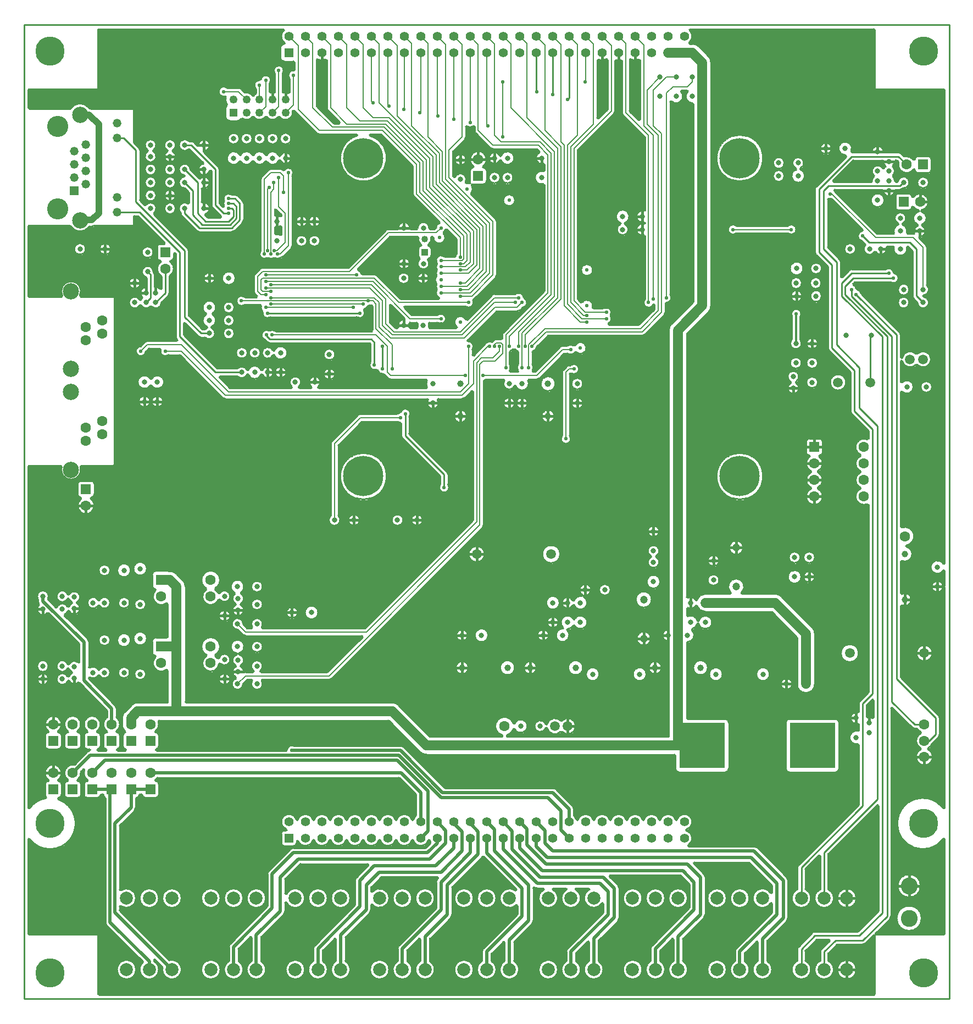
<source format=gbr>
*
*
G04 PADS Layout (Build Number 2005.266.2) generated Gerber (RS-274-X) file*
G04 PC Version=2.1*
*
%IN "cflora_base_1125.pcb"*%
*
%MOMM*%
*
%FSLAX35Y35*%
*
*
*
*
G04 PC Standard Apertures*
*
*
G04 Thermal Relief Aperture macro.*
%AMTER*
1,1,$1,0,0*
1,0,$1-$2,0,0*
21,0,$3,$4,0,0,45*
21,0,$3,$4,0,0,135*
%
*
*
G04 Annular Aperture macro.*
%AMANN*
1,1,$1,0,0*
1,0,$2,0,0*
%
*
*
G04 Odd Aperture macro.*
%AMODD*
1,1,$1,0,0*
1,0,$1-0.005,0,0*
%
*
*
G04 PC Custom Aperture Macros*
*
*
*
*
*
*
G04 PC Aperture Table*
*
%ADD033C,1.5*%
%ADD034R,1.4224X1.4224*%
%ADD035C,1.4224*%
%ADD036C,2*%
%ADD039C,2.5*%
%ADD055C,1.016*%
%ADD058C,0.254*%
%ADD061C,1*%
%ADD062C,0.8*%
%ADD063C,0.5*%
%ADD066C,1.2*%
%ADD098R,1.6X1.6*%
%ADD103C,1.6*%
%ADD104R,7X7*%
%ADD105R,1.25X1.25*%
%ADD106C,1.25*%
%ADD107C,2.6*%
%ADD111R,1.3208X1.3208*%
%ADD112C,1.3208*%
%ADD113C,3.2512*%
%ADD114C,0.381*%
%ADD117C,6.2*%
%ADD118C,4.5*%
%ADD119R,1.016X1.016*%
%ADD120C,0.2*%
%ADD121C,0.25*%
%ADD122C,0.3*%
%ADD123C,0.5588*%
*
*
*
*
G04 PC Custom Flashes*
G04 Layer Name cflora_base_1125.pcb - flashes*
%LPD*%
*
*
G04 PC Circuitry*
G04 Layer Name cflora_base_1125.pcb - circuitry*
%LPD*%
*
G54D33*
G01X39055000Y20250000D03*
X39255000D03*
X33780000Y14600000D03*
X33580000D03*
X38125000Y15725000D03*
X39275000D03*
X33525000Y17250000D03*
X32375000D03*
X38445000Y19895000D03*
X37945000D03*
X38125000Y15725000D03*
X39275000D03*
X33525000Y17250000D03*
X32375000D03*
X27050000Y14629000D02*
Y14725000D01*
X27150000Y14825000*
X27750000*
Y15825000*
X27515000D02*
X27750000D01*
Y16750000*
X27650000Y16850000*
X27515000*
X35475000Y14300000D02*
X31600000D01*
X31075000Y14825000*
X27750000*
X35475000Y14300000D02*
Y20700000D01*
X35850000Y21075000*
Y24823000*
X35700000Y24973000*
X35578000*
X35650000Y14300000D02*
X35475000D01*
X37450000Y15250000D02*
Y16025000D01*
X36975000Y16500000*
X35900000*
X35578000Y24973000D02*
X35324000D01*
G54D34*
X29482000D03*
Y12873000D03*
G54D35*
Y25227000D03*
X29736000Y24973000D03*
Y25227000D03*
X29990000Y24973000D03*
Y25227000D03*
X30244000Y24973000D03*
Y25227000D03*
X30498000Y24973000D03*
Y25227000D03*
X30752000Y24973000D03*
Y25227000D03*
X31006000Y24973000D03*
Y25227000D03*
X31260000Y24973000D03*
Y25227000D03*
X31514000Y24973000D03*
Y25227000D03*
X31768000Y24973000D03*
Y25227000D03*
X32022000Y24973000D03*
Y25227000D03*
X32276000Y24973000D03*
Y25227000D03*
X32530000Y24973000D03*
Y25227000D03*
X32784000Y24973000D03*
Y25227000D03*
X33038000Y24973000D03*
Y25227000D03*
X33292000Y24973000D03*
Y25227000D03*
X33546000Y24973000D03*
Y25227000D03*
X33800000Y24973000D03*
Y25227000D03*
X34054000Y24973000D03*
Y25227000D03*
X34308000Y24973000D03*
Y25227000D03*
X34562000Y24973000D03*
Y25227000D03*
X34816000Y24973000D03*
Y25227000D03*
X35070000Y24973000D03*
Y25227000D03*
X35324000Y24973000D03*
Y25227000D03*
X35578000Y24973000D03*
Y25227000D03*
X29482000Y13127000D03*
X29736000Y12873000D03*
Y13127000D03*
X29990000Y12873000D03*
Y13127000D03*
X30244000Y12873000D03*
Y13127000D03*
X30498000Y12873000D03*
Y13127000D03*
X30752000Y12873000D03*
Y13127000D03*
X31006000Y12873000D03*
Y13127000D03*
X31260000Y12873000D03*
Y13127000D03*
X31514000Y12873000D03*
Y13127000D03*
X31768000Y12873000D03*
Y13127000D03*
X32022000Y12873000D03*
Y13127000D03*
X32276000Y12873000D03*
Y13127000D03*
X32530000Y12873000D03*
Y13127000D03*
X32784000Y12873000D03*
Y13127000D03*
X33038000Y12873000D03*
Y13127000D03*
X33292000Y12873000D03*
Y13127000D03*
X33546000Y12873000D03*
Y13127000D03*
X33800000Y12873000D03*
Y13127000D03*
X34054000Y12873000D03*
Y13127000D03*
X34308000Y12873000D03*
Y13127000D03*
X34562000Y12873000D03*
Y13127000D03*
X34816000Y12873000D03*
Y13127000D03*
X35070000Y12873000D03*
Y13127000D03*
X35324000Y12873000D03*
Y13127000D03*
X35578000Y12873000D03*
Y13127000D03*
G54D36*
X27679250Y10850000D03*
X27330000D03*
X26979250D03*
X28979250Y11950000D03*
X28630000D03*
X28279250D03*
X28979250Y10850000D03*
X28630000D03*
X28279250D03*
X30279250Y11950000D03*
X29930000D03*
X29579250D03*
X30279250Y10850000D03*
X29930000D03*
X29579250D03*
X31579250Y11950000D03*
X31230000D03*
X30879250D03*
X31579250Y10850000D03*
X31230000D03*
X30879250D03*
X32879250Y11950000D03*
X32530000D03*
X32179250D03*
X32879250Y10850000D03*
X32530000D03*
X32179250D03*
X34179250Y11950000D03*
X33830000D03*
X33479250D03*
X34179250Y10850000D03*
X33830000D03*
X33479250D03*
X35479250Y11950000D03*
X35130000D03*
X34779250D03*
X35479250Y10850000D03*
X35130000D03*
X34779250D03*
X36779250Y11950000D03*
X36430000D03*
X36079250D03*
X36779250Y10850000D03*
X36430000D03*
X36079250D03*
X27679250Y11950000D03*
X27330000D03*
X26979250D03*
X38079250D03*
X37730000D03*
X37379250D03*
X38079250Y10850000D03*
X37730000D03*
X37379250D03*
G54D39*
X26125000Y20100000D03*
Y21300000D03*
Y18550000D03*
Y19750000D03*
X26263900Y24018400D03*
Y22392800D03*
G54D55*
X31575000Y22100000D03*
G54D58*
X39232701Y11639988D02*
G75*
G03X39232701I-192701J0D01*
G01X39217701Y12140012D02*
G03X39217701I-177701J0D01*
G01X39397701Y15725000D02*
G03X39397701I-122701J0D01*
G01X39392701Y19825000D02*
G03X39392701I-87701J0D01*
G01X38217701Y21950000D02*
G03X38217701I-87701J0D01*
G01X39342701Y22975000D02*
G03X39342701I-87701J0D01*
G01X38657701Y22700000D02*
G03X38657701I-102701J0D01*
G01X38226951Y10850000D02*
G03X38226951I-147701J0D01*
G01Y11950000D02*
G03X38226951I-147701J0D01*
G01X37842701Y23500000D02*
G03X37842701I-87701J0D01*
G01X37377701Y16900000D02*
G03X37377701I-102701J0D01*
G01X37362701Y17200000D02*
G03X37362701I-87701J0D01*
G01X37382701Y20195000D02*
G03X37382701I-87701J0D01*
G01X37407701Y21650000D02*
G03X37407701I-102701J0D01*
G01X36482701Y17350000D02*
G03X36482701I-107701J0D01*
G01X36112701Y16850000D02*
G03X36112701I-87701J0D01*
G01Y17150000D02*
G03X36112701I-87701J0D01*
G01X36787701Y18450000D02*
G03X36787701I-357701J0D01*
G01Y23350000D02*
G03X36787701I-357701J0D01*
G01X37237701Y15250000D02*
G03X37237701I-87701J0D01*
G01X36890201Y15400000D02*
G03X36890201I-102701J0D01*
G01X36165201D02*
G03X36165201I-102701J0D01*
G01X35937701Y15500000D02*
G03X35937701I-112701J0D01*
G01X37587701Y16900000D02*
G03X37587701I-87701J0D01*
G01Y17200000D02*
G03X37587701I-87701J0D01*
G01X37632701Y19895000D02*
G03X37632701I-87701J0D01*
G01Y20195000D02*
G03X37632701I-87701J0D01*
G01Y20495000D02*
G03X37632701I-87701J0D01*
G01X37692701Y21650000D02*
G03X37692701I-87701J0D01*
G01X36577701Y11950000D02*
G03X36577701I-147701J0D01*
G01X36226951Y10850000D02*
G03X36226951I-147701J0D01*
G01Y11950000D02*
G03X36226951I-147701J0D01*
G01X35222701Y15500000D02*
G03X35222701I-97701J0D01*
G01X34990201Y15400000D02*
G03X34990201I-102701J0D01*
G01X35057701Y15950000D02*
G03X35057701I-107701J0D01*
G01X35072701Y16550000D02*
G03X35072701I-122701J0D01*
G01X35202701Y16825000D02*
G03X35202701I-102701J0D01*
G01X35187701Y17600000D02*
G03X35187701I-87701J0D01*
G01X34265201Y15400000D02*
G03X34265201I-102701J0D01*
G01X34437701Y16700000D02*
G03X34437701I-87701J0D01*
G01X34012701Y15500000D02*
G03X34012701I-112701J0D01*
G01Y19575000D02*
G03X34012701I-87701J0D01*
G01Y19875000D02*
G03X34012701I-87701J0D01*
G01X33487701Y16000000D02*
G03X33487701I-87701J0D01*
G01X33637701Y16200000D02*
G03X33637701I-87701J0D01*
G01X33652701Y16500000D02*
G03X33652701I-102701J0D01*
G01X33662701Y17250000D02*
G03X33662701I-137701J0D01*
G01X33572701Y19375000D02*
G03X33572701I-97701J0D01*
G01X33587701Y19875000D02*
G03X33587701I-112701J0D01*
G01X33297701Y15500000D02*
G03X33297701I-97701J0D01*
G01X32962701D02*
G03X32962701I-112701J0D01*
G01X32552701Y16000000D02*
G03X32552701I-102701J0D01*
G01X32497701Y17250000D02*
G03X32497701I-122701J0D01*
G01X32247701Y15500000D02*
G03X32247701I-97701J0D01*
G01X32237701Y16000000D02*
G03X32237701I-87701J0D01*
G01X32222701Y19375000D02*
G03X32222701I-97701J0D01*
G01X29932701Y16350000D02*
G03X29932701I-102701J0D01*
G01X29617701D02*
G03X29617701I-87701J0D01*
G01X29077701Y16475000D02*
G03X29077701I-87701J0D01*
G01Y16750000D02*
G03X29077701I-87701J0D01*
G01X28577701Y15325000D02*
G03X28577701I-87701J0D01*
G01Y16300000D02*
G03X28577701I-87701J0D01*
G01X27277701Y15400000D02*
G03X27277701I-87701J0D01*
G01X27292701Y15950000D02*
G03X27292701I-102701J0D01*
G01X27277701Y16475000D02*
G03X27277701I-87701J0D01*
G01X27292701Y17025000D02*
G03X27292701I-102701J0D01*
G01X27027701Y15425000D02*
G03X27027701I-87701J0D01*
G01X27042701Y15925000D02*
G03X27042701I-102701J0D01*
G01X27027701Y16500000D02*
G03X27027701I-87701J0D01*
G01X27042701Y17000000D02*
G03X27042701I-102701J0D01*
G01X27392701Y21900000D02*
G03X27392701I-87701J0D01*
G01X27192701Y21425000D02*
G03X27192701I-87701J0D01*
G01X26727701Y15925000D02*
G03X26727701I-87701J0D01*
G01Y17000000D02*
G03X26727701I-87701J0D01*
G01X26737701Y21950000D02*
G03X26737701I-87701J0D01*
G01X26350201D02*
G03X26350201I-87701J0D01*
G01X27126951Y10850000D02*
G03X27126951I-147701J0D01*
G01X29077701Y15825000D02*
G03X29077701I-87701J0D01*
G01X30426951Y11950000D02*
G03X30426951I-147701J0D01*
G01X30077701D02*
G03X30077701I-147701J0D01*
G01X29726951Y10850000D02*
G03X29726951I-147701J0D01*
G01X30572701Y17775000D02*
G03X30572701I-87701J0D01*
G01X30987701Y18450000D02*
G03X30987701I-357701J0D01*
G01X28777701Y11950000D02*
G03X28777701I-147701J0D01*
G01X28426951Y10850000D02*
G03X28426951I-147701J0D01*
G01Y11950000D02*
G03X28426951I-147701J0D01*
G01X27826951D02*
G03X27826951I-147701J0D01*
G01X27477701D02*
G03X27477701I-147701J0D01*
G01X31377701D02*
G03X31377701I-147701J0D01*
G01X31026951Y10850000D02*
G03X31026951I-147701J0D01*
G01X31542701Y17775000D02*
G03X31542701I-87701J0D01*
G01X31242701D02*
G03X31242701I-87701J0D01*
G01X32677701Y11950000D02*
G03X32677701I-147701J0D01*
G01X32326951Y10850000D02*
G03X32326951I-147701J0D01*
G01Y11950000D02*
G03X32326951I-147701J0D01*
G01X33626951Y10850000D02*
G03X33626951I-147701J0D01*
G01X35277701Y11950000D02*
G03X35277701I-147701J0D01*
G01X34926951Y10850000D02*
G03X34926951I-147701J0D01*
G01Y11950000D02*
G03X34926951I-147701J0D01*
G01X38067701Y19895000D02*
G03X38067701I-122701J0D01*
G01X38262701Y15725000D02*
G03X38262701I-137701J0D01*
G01X32965641Y22700000D02*
G03X32965641I-90641J0D01*
G01X32212701Y23325000D02*
G03X32212701I-87701J0D01*
G01X28657701Y21500000D02*
G03X28657701I-102701J0D01*
G01X28342701D02*
G03X28342701I-87701J0D01*
G01X30192701Y20025000D02*
G03X30192701I-87701J0D01*
G01Y20325000D02*
G03X30192701I-87701J0D01*
G01X31637701Y21500000D02*
G03X31637701I-87701J0D01*
G01X31337701D02*
G03X31337701I-87701J0D01*
G01X31342701Y21725000D02*
G03X31342701I-87701J0D01*
G01X34165641Y21625000D02*
G03X34165641I-90641J0D01*
G01X39587300Y17108285D02*
Y24399599D01*
X39587300D02*
G03X39574600Y24412299I-12700J0D01*
G01X39574600D02*
X38525000D01*
X38512299Y24425000D02*
G03X38525000Y24412299I12701J0D01*
G01X38512299Y24425000D02*
Y25324600D01*
X38512299D02*
G03X38499599Y25337300I-12700J0D01*
G01X38499599D02*
X35666158D01*
G03X35657646Y25315175I0J-12700*
G01X35651200Y25133404D02*
G03X35657645Y25315175I-73200J93596D01*
G01X35651200Y25133404D02*
G03X35659023Y25110701I7823J-10003D01*
G01X35659023D02*
X35700000D01*
X35797369Y25070369D02*
G03X35700000Y25110701I-97369J-97369D01*
G01X35797369Y25070369D02*
X35947369Y24920369D01*
X35987701Y24823000D02*
G03X35947369Y24920369I-137701J0D01*
G01X35987701Y24823000D02*
Y21075000D01*
X35947369Y20977631D02*
G03X35987701Y21075000I-97369J97369D01*
G01X35947369Y20977631D02*
X35616420Y20646682D01*
G03X35612701Y20637702I8981J-8980*
G01X35612701D02*
Y16587294D01*
X35612701D02*
G03X35631674Y16576252I12700J-0D01*
G01X35748928Y16547181D02*
G03X35631675Y16576251I-73928J-47181D01*
G01X35748928Y16547181D02*
G03X35771486Y16549453I10705J6833D01*
G01X35900000Y16637701D02*
G03X35771486Y16549453I0J-137701D01*
G01X35900000Y16637701D02*
X36283276D01*
X36283276D02*
G03X36291879Y16659742I0J12700D01*
G01X36458120Y16659743D02*
G03X36291880I-83120J90257D01*
G01X36458121Y16659742D02*
G03X36466724Y16637701I8603J-9341D01*
G01X36466724D02*
X36975000D01*
X37072369Y16597369D02*
G03X36975000Y16637701I-97369J-97369D01*
G01X37072369Y16597369D02*
X37547369Y16122369D01*
X37587701Y16025000D02*
G03X37547369Y16122369I-137701J0D01*
G01X37587701Y16025000D02*
Y15250000D01*
X37312299D02*
G03X37587701I137701J0D01*
G01X37312299D02*
Y15962702D01*
X37312299D02*
G03X37308580Y15971682I-12700J0D01*
G01X36921682Y16358580*
G03X36912702Y16362299I-8980J-8981*
G01X36912702D02*
X35900000D01*
X35771486Y16450547D02*
G03X35900000Y16362299I128514J49453D01*
G01X35771486Y16450547D02*
G03X35748928Y16452819I-11853J-4561D01*
G01X35631675Y16423749D02*
G03X35748928Y16452819I43325J76251D01*
G01X35631674Y16423748D02*
G03X35612701Y16412706I-6273J-11042D01*
G01X35612701D02*
Y16304198D01*
X35612701D02*
G03X35630859Y16292731I12700J-0D01*
G01X35775119Y16222881D02*
G03X35630859Y16292731I-100119J-22881D01*
G01X35775119Y16222881D02*
G03X35799881I12381J2830D01*
G01Y16177119D02*
G03Y16222881I100119J22881D01*
G01Y16177119D02*
G03X35775119I-12381J-2830D01*
G01X35697549Y16099806D02*
G03X35775119Y16177119I-22549J100194D01*
G01X35697550Y16099806D02*
G03X35692047Y16077795I2788J-12390D01*
G01X35625356Y15897300D02*
G03X35692047Y16077795I-356J102700D01*
G01X35625357Y15897300D02*
G03X35612701Y15884600I44J-12700D01*
G01X35612701D02*
Y14725401D01*
X35612701D02*
G03X35625401Y14712701I12700J-0D01*
G01X35625401D02*
X36200000D01*
X36262701Y14650000D02*
G03X36200000Y14712701I-62701J0D01*
G01X36262701Y14650000D02*
Y13950000D01*
X36200000Y13887299D02*
G03X36262701Y13950000I0J62701D01*
G01X36200000Y13887299D02*
X35500000D01*
X35437299Y13950000D02*
G03X35500000Y13887299I62701J0D01*
G01X35437299Y13950000D02*
Y14149599D01*
X35437299D02*
G03X35424599Y14162299I-12700J0D01*
G01X35424599D02*
X31600000D01*
X31502631Y14202631D02*
G03X31600000Y14162299I97369J97369D01*
G01X31502631Y14202631D02*
X31021682Y14683580D01*
G03X31012702Y14687299I-8980J-8981*
G01X31012702D02*
X27750000D01*
X27750000D02*
X27482789D01*
X27482789D02*
G03X27470778Y14670475I0J-12700D01*
G01X27424982Y14525631D02*
G03X27470778Y14670475I-74982J103369D01*
G01X27424982Y14525631D02*
G03X27431927Y14502662I7458J-10280D01*
G01X27477700Y14455000D02*
G03X27431927Y14502662I-47700J0D01*
G01X27477701Y14455000D02*
Y14295000D01*
X27437743Y14247932D02*
G03X27477701Y14295000I-7743J47068D01*
G01X27437743Y14247932D02*
G03X27439804Y14222701I2061J-12531D01*
G01X27439804D02*
X29437274D01*
X29437274D02*
G03X29449886Y14233905I-0J12700D01*
G01X29544352Y14298123D02*
G03X29449886Y14233905I-19352J-73123D01*
G01X29544352Y14298123D02*
G03X29547601Y14297701I3249J12278D01*
G01X29547601D02*
X31200000D01*
X31251407Y14276407D02*
G03X31200000Y14297701I-51407J-51407D01*
G01X31251407Y14276407D02*
X31876394Y13651420D01*
G03X31885374Y13647701I8980J8981*
G01X31885374D02*
X33550000D01*
X33601407Y13626407D02*
G03X33550000Y13647701I-51407J-51407D01*
G01X33601407Y13626407D02*
X33851407Y13376407D01*
X33872700Y13325000D02*
G03X33851407Y13376407I-72700J0D01*
G01X33872701Y13325000D02*
Y13227022D01*
X33872701D02*
G03X33877154Y13217364I12700J0D01*
G01X33914736Y13157884D02*
G03X33877154Y13217364I-114736J-30884D01*
G01X33914737Y13157885D02*
G03X33939263I12263J3301D01*
G01X34168736Y13157884D02*
G03X33939264I-114736J-30884D01*
G01X34168737Y13157885D02*
G03X34193263I12263J3301D01*
G01X34422736Y13157884D02*
G03X34193264I-114736J-30884D01*
G01X34422737Y13157885D02*
G03X34447263I12263J3301D01*
G01X34676736Y13157884D02*
G03X34447264I-114736J-30884D01*
G01X34676737Y13157885D02*
G03X34701263I12263J3301D01*
G01X34930736Y13157884D02*
G03X34701264I-114736J-30884D01*
G01X34930737Y13157885D02*
G03X34955263I12263J3301D01*
G01X35184736Y13157884D02*
G03X34955264I-114736J-30884D01*
G01X35184737Y13157885D02*
G03X35209263I12263J3301D01*
G01X35438736Y13157884D02*
G03X35209264I-114736J-30884D01*
G01X35438737Y13157885D02*
G03X35463263I12263J3301D01*
G01X35608884Y13012264D02*
G03X35463264Y13157884I-30884J114736D01*
G01X35608885Y13012263D02*
G03Y12987737I3301J-12263D01*
G01X35639401Y12771274D02*
G03X35608884Y12987736I-61401J101726D01*
G01X35639401Y12771273D02*
G03X35645963Y12747701I6562J-10872D01*
G01X35645963D02*
X36650000D01*
X36701407Y12726407D02*
G03X36650000Y12747701I-51407J-51407D01*
G01X36701407Y12726407D02*
X37151407Y12276407D01*
X37172700Y12225000D02*
G03X37151407Y12276407I-72700J0D01*
G01X37172701Y12225000D02*
Y11645942D01*
X37151407Y11594535D02*
G03X37172701Y11645942I-51407J51407D01*
G01X37151407Y11594535D02*
X36855670Y11298798D01*
G03X36851951Y11289818I8981J-8980*
G01X36851951D02*
Y10985776D01*
X36851951D02*
G03X36857889Y10975026I12700J-0D01*
G01X36700611D02*
G03X36857889I78639J-125026D01*
G01X36700611D02*
G03X36706549Y10985776I-6762J10750D01*
G01X36706549D02*
Y11273075D01*
X36706549D02*
G03X36684869Y11282055I-12700J-0D01*
G01X36506420Y11103606*
G03X36502701Y11094626I8981J-8980*
G01X36502701D02*
Y10985776D01*
X36502701D02*
G03X36508639Y10975026I12700J-0D01*
G01X36351361D02*
G03X36508639I78639J-125026D01*
G01X36351361D02*
G03X36357299Y10985776I-6762J10750D01*
G01X36357299D02*
Y11130000D01*
X36378593Y11181407D02*
G03X36357299Y11130000I51407J-51407D01*
G01X36378593Y11181407D02*
X36923580Y11726394D01*
G03X36927299Y11735374I-8981J8980*
G01X36927299D02*
Y11863925D01*
X36927299D02*
G03X36903883Y11870740I-12700J0D01*
G01Y12029259D02*
G03Y11870741I-124633J-79259D01*
G01Y12029260D02*
G03X36927299Y12036075I10716J6815D01*
G01X36927299D02*
Y12139626D01*
X36927299D02*
G03X36923580Y12148606I-12700J0D01*
G01X36573606Y12498580*
G03X36564626Y12502299I-8980J-8981*
G01X36564626D02*
X35731175D01*
X35731175D02*
G03X35722195Y12480619I0J-12700D01*
G01X35876407Y12326407*
X35897700Y12275000D02*
G03X35876407Y12326407I-72700J0D01*
G01X35897701Y12275000D02*
Y11700000D01*
X35876407Y11648593D02*
G03X35897701Y11700000I-51407J51407D01*
G01X35876407Y11648593D02*
X35555670Y11327856D01*
G03X35551951Y11318876I8981J-8980*
G01X35551951D02*
Y10985776D01*
X35551951D02*
G03X35557889Y10975026I12700J-0D01*
G01X35400611D02*
G03X35557889I78639J-125026D01*
G01X35400611D02*
G03X35406549Y10985776I-6762J10750D01*
G01X35406549D02*
Y11318075D01*
X35406549D02*
G03X35384869Y11327055I-12700J-0D01*
G01X35206420Y11148606*
G03X35202701Y11139626I8981J-8980*
G01X35202701D02*
Y10985776D01*
X35202701D02*
G03X35208639Y10975026I12700J-0D01*
G01X35051361D02*
G03X35208639I78639J-125026D01*
G01X35051361D02*
G03X35057299Y10985776I-6762J10750D01*
G01X35057299D02*
Y11175000D01*
X35078593Y11226407D02*
G03X35057299Y11175000I51407J-51407D01*
G01X35078593Y11226407D02*
X35648580Y11796394D01*
G03X35652299Y11805374I-8981J8980*
G01X35652299D02*
Y11945953D01*
X35652299D02*
G03X35651637Y11950000I-12700J-0D01*
X35652299Y11954047I-12038J4047*
G01X35652299D02*
Y12164626D01*
X35652299D02*
G03X35648580Y12173606I-12700J0D01*
G01X35523606Y12298580*
G03X35514626Y12302299I-8980J-8981*
G01X35514626D02*
X34431175D01*
X34431175D02*
G03X34422195Y12280619I0J-12700D01*
G01X34551407Y12151407*
X34572700Y12100000D02*
G03X34551407Y12151407I-72700J0D01*
G01X34572701Y12100000D02*
Y11650000D01*
X34551407Y11598593D02*
G03X34572701Y11650000I-51407J51407D01*
G01X34551407Y11598593D02*
X34255670Y11302856D01*
G03X34251951Y11293876I8981J-8980*
G01X34251951D02*
Y10985776D01*
X34251951D02*
G03X34257889Y10975026I12700J-0D01*
G01X34100611D02*
G03X34257889I78639J-125026D01*
G01X34100611D02*
G03X34106549Y10985776I-6762J10750D01*
G01X34106549D02*
Y11273075D01*
X34106549D02*
G03X34084869Y11282055I-12700J-0D01*
G01X33906420Y11103606*
G03X33902701Y11094626I8981J-8980*
G01X33902701D02*
Y10985776D01*
X33902701D02*
G03X33908639Y10975026I12700J-0D01*
G01X33751361D02*
G03X33908639I78639J-125026D01*
G01X33751361D02*
G03X33757299Y10985776I-6762J10750D01*
G01X33757299D02*
Y11130000D01*
X33778593Y11181407D02*
G03X33757299Y11130000I51407J-51407D01*
G01X33778593Y11181407D02*
X34323580Y11726394D01*
G03X34327299Y11735374I-8981J8980*
G01X34327299D02*
Y11863925D01*
X34327299D02*
G03X34303883Y11870740I-12700J0D01*
G01X34106509Y12078546D02*
G03X34303883Y11870741I72741J-128546D01*
G01X34106509Y12078546D02*
G03X34100254Y12102299I-6255J11053D01*
G01X34100254D02*
X33908996D01*
X33908996D02*
G03X33902741Y12078546I-0J-12700D01*
G01X33757259D02*
G03X33902741I72741J-128546D01*
G01X33757259D02*
G03X33751004Y12102299I-6255J11053D01*
G01X33751004D02*
X33558246D01*
X33558246D02*
G03X33551991Y12078546I-0J-12700D01*
G01X33406509D02*
G03X33551991I72741J-128546D01*
G01X33406509D02*
G03X33400254Y12102299I-6255J11053D01*
G01X33400254D02*
X33309000D01*
X33267628Y12115220D02*
G03X33309000Y12102299I41372J59780D01*
G01X33267628Y12115219D02*
G03X33247701Y12104776I-7227J-10443D01*
G01X33247701D02*
Y11600000D01*
X33226407Y11548593D02*
G03X33247701Y11600000I-51407J51407D01*
G01X33226407Y11548593D02*
X32955670Y11277856D01*
G03X32951951Y11268876I8981J-8980*
G01X32951951D02*
Y10985776D01*
X32951951D02*
G03X32957889Y10975026I12700J-0D01*
G01X32800611D02*
G03X32957889I78639J-125026D01*
G01X32800611D02*
G03X32806549Y10985776I-6762J10750D01*
G01X32806549D02*
Y11268075D01*
X32806549D02*
G03X32784869Y11277055I-12700J-0D01*
G01X32606420Y11098606*
G03X32602701Y11089626I8981J-8980*
G01X32602701D02*
Y10985776D01*
X32602701D02*
G03X32608639Y10975026I12700J-0D01*
G01X32451361D02*
G03X32608639I78639J-125026D01*
G01X32451361D02*
G03X32457299Y10985776I-6762J10750D01*
G01X32457299D02*
Y11125000D01*
X32478593Y11176407D02*
G03X32457299Y11125000I51407J-51407D01*
G01X32478593Y11176407D02*
X32998580Y11696394D01*
G03X33002299Y11705374I-8981J8980*
G01X33002299D02*
Y11833590D01*
X33002299D02*
G03X32980862Y11842807I-12700J-0D01*
G01X32969466Y12066947D02*
G03X32980862Y11842807I-90216J-116947D01*
G01X32969466Y12066947D02*
G03X32986203Y12085983I7757J10055D01*
G01X32482186Y12590000*
X32482186D02*
G03X32462319Y12587560I-8981J-8980D01*
G01X32451407Y12573593D02*
G03X32462319Y12587560I-51407J51407D01*
G01X32451407Y12573593D02*
X32001420Y12123606D01*
G03X31997701Y12114626I8981J-8980*
G01X31997701D02*
Y11700000D01*
X31976407Y11648593D02*
G03X31997701Y11700000I-51407J51407D01*
G01X31976407Y11648593D02*
X31655670Y11327856D01*
G03X31651951Y11318876I8981J-8980*
G01X31651951D02*
Y10985776D01*
X31651951D02*
G03X31657889Y10975026I12700J-0D01*
G01X31500611D02*
G03X31657889I78639J-125026D01*
G01X31500611D02*
G03X31506549Y10985776I-6762J10750D01*
G01X31506549D02*
Y11318075D01*
X31506549D02*
G03X31484869Y11327055I-12700J-0D01*
G01X31306420Y11148606*
G03X31302701Y11139626I8981J-8980*
G01X31302701D02*
Y10985776D01*
X31302701D02*
G03X31308639Y10975026I12700J-0D01*
G01X31151361D02*
G03X31308639I78639J-125026D01*
G01X31151361D02*
G03X31157299Y10985776I-6762J10750D01*
G01X31157299D02*
Y11175000D01*
X31178593Y11226407D02*
G03X31157299Y11175000I51407J-51407D01*
G01X31178593Y11226407D02*
X31748580Y11796394D01*
G03X31752299Y11805374I-8981J8980*
G01X31752299D02*
Y11945953D01*
X31752299D02*
G03X31751637Y11950000I-12700J-0D01*
X31752299Y11954047I-12038J4047*
G01X31752299D02*
Y12200000D01*
X31773593Y12251407D02*
G03X31752299Y12200000I51407J-51407D01*
G01X31773593Y12251407D02*
X31777805Y12255619D01*
G03X31768825Y12277299I-8980J8980*
G01X31768825D02*
X30910374D01*
X30910374D02*
G03X30901394Y12273580I0J-12700D01*
G01X30751420Y12123606*
G03X30747701Y12114626I8981J-8980*
G01X30747701D02*
Y12057718D01*
X30747701D02*
G03X30769811Y12049189I12700J-0D01*
G01Y11850811D02*
G03Y12049189I109439J99189D01*
G01Y11850811D02*
G03X30747701Y11842282I-9410J-8529D01*
G01X30747701D02*
Y11775000D01*
X30726407Y11723593D02*
G03X30747701Y11775000I-51407J51407D01*
G01X30726407Y11723593D02*
X30355670Y11352856D01*
G03X30351951Y11343876I8981J-8980*
G01X30351951D02*
Y10985776D01*
X30351951D02*
G03X30357889Y10975026I12700J-0D01*
G01X30200611D02*
G03X30357889I78639J-125026D01*
G01X30200611D02*
G03X30206549Y10985776I-6762J10750D01*
G01X30206549D02*
Y11318075D01*
X30206549D02*
G03X30184869Y11327055I-12700J-0D01*
G01X30006420Y11148606*
G03X30002701Y11139626I8981J-8980*
G01X30002701D02*
Y10985776D01*
X30002701D02*
G03X30008639Y10975026I12700J-0D01*
G01X29851361D02*
G03X30008639I78639J-125026D01*
G01X29851361D02*
G03X29857299Y10985776I-6762J10750D01*
G01X29857299D02*
Y11175000D01*
X29878593Y11226407D02*
G03X29857299Y11175000I51407J-51407D01*
G01X29878593Y11226407D02*
X30498580Y11846394D01*
G03X30502299Y11855374I-8981J8980*
G01X30502299D02*
Y12225000D01*
X30523593Y12276407D02*
G03X30502299Y12225000I51407J-51407D01*
G01X30523593Y12276407D02*
X30702805Y12455619D01*
G03X30693825Y12477299I-8980J8980*
G01X30693825D02*
X29660374D01*
X29660374D02*
G03X29651394Y12473580I0J-12700D01*
G01X29426420Y12248606*
G03X29422701Y12239626I8981J-8980*
G01X29422701D02*
Y12020962D01*
X29422701D02*
G03X29446790Y12015344I12700J0D01*
G01Y11884656D02*
G03Y12015344I132460J65344D01*
G01Y11884656D02*
G03X29422701Y11879038I-11389J-5618D01*
G01X29422701D02*
Y11750000D01*
X29401407Y11698593D02*
G03X29422701Y11750000I-51407J51407D01*
G01X29401407Y11698593D02*
X29055670Y11352856D01*
G03X29051951Y11343876I8981J-8980*
G01X29051951D02*
Y10985776D01*
X29051951D02*
G03X29057889Y10975026I12700J-0D01*
G01X28900611D02*
G03X29057889I78639J-125026D01*
G01X28900611D02*
G03X28906549Y10985776I-6762J10750D01*
G01X28906549D02*
Y11343075D01*
X28906549D02*
G03X28884869Y11352055I-12700J-0D01*
G01X28706420Y11173606*
G03X28702701Y11164626I8981J-8980*
G01X28702701D02*
Y10985776D01*
X28702701D02*
G03X28708639Y10975026I12700J-0D01*
G01X28551361D02*
G03X28708639I78639J-125026D01*
G01X28551361D02*
G03X28557299Y10985776I-6762J10750D01*
G01X28557299D02*
Y11200000D01*
X28578593Y11251407D02*
G03X28557299Y11200000I51407J-51407D01*
G01X28578593Y11251407D02*
X29148580Y11821394D01*
G03X29152299Y11830374I-8981J8980*
G01X29152299D02*
Y11945953D01*
X29152299D02*
G03X29151637Y11950000I-12700J-0D01*
X29152299Y11954047I-12038J4047*
G01X29152299D02*
Y12325000D01*
X29173593Y12376407D02*
G03X29152299Y12325000I51407J-51407D01*
G01X29173593Y12376407D02*
X29498593Y12701407D01*
X29550000Y12722700D02*
G03X29498593Y12701407I0J-72700D01*
G01X29550000Y12722701D02*
X31582626D01*
X31582626D02*
G03X31591606Y12726420I0J12700D01*
G01X31663214Y12798028*
G03X31665219Y12813381I-8980J8980*
G01X31653264Y12842116D02*
G03X31665219Y12813381I114736J30884D01*
G01X31653263Y12842115D02*
G03X31628737I-12263J-3301D01*
G01X31399264Y12842116D02*
G03X31628736I114736J30884D01*
G01X31399263Y12842115D02*
G03X31374737I-12263J-3301D01*
G01X31145264Y12842116D02*
G03X31374736I114736J30884D01*
G01X31145263Y12842115D02*
G03X31120737I-12263J-3301D01*
G01X30891264Y12842116D02*
G03X31120736I114736J30884D01*
G01X30891263Y12842115D02*
G03X30866737I-12263J-3301D01*
G01X30637264Y12842116D02*
G03X30866736I114736J30884D01*
G01X30637263Y12842115D02*
G03X30612737I-12263J-3301D01*
G01X30383264Y12842116D02*
G03X30612736I114736J30884D01*
G01X30383263Y12842115D02*
G03X30358737I-12263J-3301D01*
G01X30129264Y12842116D02*
G03X30358736I114736J30884D01*
G01X30129263Y12842115D02*
G03X30104737I-12263J-3301D01*
G01X29875264Y12842116D02*
G03X30104736I114736J30884D01*
G01X29875263Y12842115D02*
G03X29850737I-12263J-3301D01*
G01X29625348Y12829706D02*
G03X29850736Y12842116I110652J43294D01*
G01X29625347Y12829706D02*
G03X29600821Y12825079I-11826J-4627D01*
G01X29600821D02*
Y12801880D01*
X29553120Y12754179D02*
G03X29600821Y12801880I0J47701D01*
G01X29553120Y12754179D02*
X29410880D01*
X29363179Y12801880D02*
G03X29410880Y12754179I47701J0D01*
G01X29363179Y12801880D02*
Y12944120D01*
X29410880Y12991821D02*
G03X29363179Y12944120I0J-47701D01*
G01X29410880Y12991821D02*
X29434079D01*
X29434079D02*
G03X29438706Y13016347I-0J12700D01*
G01X29596736Y13157884D02*
G03X29438706Y13016348I-114736J-30884D01*
G01X29596737Y13157885D02*
G03X29621263I12263J3301D01*
G01X29850736Y13157884D02*
G03X29621264I-114736J-30884D01*
G01X29850737Y13157885D02*
G03X29875263I12263J3301D01*
G01X30104736Y13157884D02*
G03X29875264I-114736J-30884D01*
G01X30104737Y13157885D02*
G03X30129263I12263J3301D01*
G01X30358736Y13157884D02*
G03X30129264I-114736J-30884D01*
G01X30358737Y13157885D02*
G03X30383263I12263J3301D01*
G01X30612736Y13157884D02*
G03X30383264I-114736J-30884D01*
G01X30612737Y13157885D02*
G03X30637263I12263J3301D01*
G01X30866736Y13157884D02*
G03X30637264I-114736J-30884D01*
G01X30866737Y13157885D02*
G03X30891263I12263J3301D01*
G01X31120736Y13157884D02*
G03X30891264I-114736J-30884D01*
G01X31120737Y13157885D02*
G03X31145263I12263J3301D01*
G01X31374736Y13157884D02*
G03X31145264I-114736J-30884D01*
G01X31374737Y13157885D02*
G03X31399263I12263J3301D01*
G01X31436846Y13217364D02*
G03X31399264Y13157884I77154J-90364D01*
G01X31436846Y13217364D02*
G03X31441299Y13227022I-8247J9658D01*
G01X31441299D02*
Y13543626D01*
X31441299D02*
G03X31437580Y13552606I-12700J0D01*
G01X31187606Y13802580*
G03X31178626Y13806299I-8980J-8981*
G01X31178626D02*
X27461441D01*
X27461441D02*
G03X27451360Y13801324I-0J-12700D01*
G01X27424982Y13775631D02*
G03X27451360Y13801324I-74982J103369D01*
G01X27424982Y13775631D02*
G03X27431927Y13752662I7458J-10280D01*
G01X27477700Y13705000D02*
G03X27431927Y13752662I-47700J0D01*
G01X27477701Y13705000D02*
Y13545000D01*
X27430000Y13497299D02*
G03X27477701Y13545000I0J47701D01*
G01X27430000Y13497299D02*
X27270000D01*
X27222491Y13540735D02*
G03X27270000Y13497299I47509J4265D01*
G01X27222490Y13540735D02*
G03X27209841Y13552299I-12649J-1136D01*
G01X27209841D02*
X27190159D01*
X27190159D02*
G03X27177510Y13540735I-0J-12700D01*
G01X27134265Y13497491D02*
G03X27177509Y13540735I-4265J47509D01*
G01X27134265Y13497490D02*
G03X27122701Y13484841I1136J-12649D01*
G01X27122701D02*
Y13350000D01*
X27101407Y13298593D02*
G03X27122701Y13350000I-51407J51407D01*
G01X27101407Y13298593D02*
X26876420Y13073606D01*
G03X26872701Y13064626I8981J-8980*
G01X26872701D02*
Y12080079D01*
X26872701D02*
G03X26892831Y12069780I12700J0D01*
G01Y11830220D02*
G03Y12069780I86419J119780D01*
G01Y11830220D02*
G03X26872701Y11819921I-7430J-10299D01*
G01X26872701D02*
Y11764624D01*
X26872701D02*
G03X26876420Y11755644I12700J0D01*
G01X27634649Y10997415*
G03X27646450Y10994012I8980J8980*
G01X27535238Y10882800D02*
G03X27646450Y10994012I144012J-32800D01*
G01X27535237Y10882801D02*
G03X27531835Y10894601I-12382J2820D01*
G01X27421860Y11004576*
G03X27400555Y10992533I-8980J-8980*
G01X27402068Y10984569D02*
G03X27400555Y10992533I-72068J-9569D01*
G01X27402068Y10984569D02*
G03X27407955Y10975453I12590J1671D01*
G01X27227524Y10956367D02*
G03X27407955Y10975453I102476J-106367D01*
G01X27227523Y10956367D02*
G03X27227692Y10974494I-8811J9146D01*
G01X26673593Y11528593*
X26652300Y11580000D02*
G03X26673593Y11528593I72700J0D01*
G01X26652299Y11580000D02*
Y13492808D01*
X26652299D02*
G03X26645992Y13503782I-12700J-0D01*
G01X26622491Y13540735D02*
G03X26645992Y13503782I47509J4265D01*
G01X26622490Y13540735D02*
G03X26609841Y13552299I-12649J-1136D01*
G01X26609841D02*
X26590159D01*
X26590159D02*
G03X26577510Y13540735I-0J-12700D01*
G01X26530000Y13497300D02*
G03X26577509Y13540735I0J47700D01*
G01X26530000Y13497299D02*
X26370000D01*
X26322299Y13545000D02*
G03X26370000Y13497299I47701J0D01*
G01X26322299Y13545000D02*
Y13705000D01*
X26368073Y13752662D02*
G03X26322299Y13705000I1927J-47662D01*
G01X26368073Y13752662D02*
G03X26375018Y13775631I-513J12689D01*
G01X26329630Y13921643D02*
G03X26375018Y13775631I120370J-42643D01*
G01X26329630Y13921644D02*
G03X26308679Y13934865I-11971J4240D01*
G01X26280208Y13906394*
X26280208D02*
G03X26276598Y13895748I8980J-8981D01*
G01X26224982Y13775631D02*
G03X26276597Y13895748I-74982J103369D01*
G01X26224982Y13775631D02*
G03X26231927Y13752662I7458J-10280D01*
G01X26277700Y13705000D02*
G03X26231927Y13752662I-47700J0D01*
G01X26277701Y13705000D02*
Y13545000D01*
X26230000Y13497299D02*
G03X26277701Y13545000I0J47701D01*
G01X26230000Y13497299D02*
X26070000D01*
X26022299Y13545000D02*
G03X26070000Y13497299I47701J0D01*
G01X26022299Y13545000D02*
Y13705000D01*
X26068073Y13752662D02*
G03X26022299Y13705000I1927J-47662D01*
G01X26068073Y13752662D02*
G03X26075018Y13775631I-513J12689D01*
G01X26166748Y14005598D02*
G03X26075018Y13775631I-16748J-126598D01*
G01X26166748Y14005598D02*
G03X26177394Y14009208I1665J12590D01*
G01X26369593Y14201407*
X26411066Y14222018D02*
G03X26369593Y14201407I9934J-72018D01*
G01X26411066Y14222019D02*
G03X26409330Y14247299I-1736J12580D01*
G01X26409330D02*
X26370000D01*
X26322299Y14295000D02*
G03X26370000Y14247299I47701J0D01*
G01X26322299Y14295000D02*
Y14455000D01*
X26368073Y14502662D02*
G03X26322299Y14455000I1927J-47662D01*
G01X26368073Y14502662D02*
G03X26375018Y14525631I-513J12689D01*
G01X26524982D02*
G03X26375018I-74982J103369D01*
G01X26524982D02*
G03X26531927Y14502662I7458J-10280D01*
G01X26577700Y14455000D02*
G03X26531927Y14502662I-47700J0D01*
G01X26577701Y14455000D02*
Y14295000D01*
X26537743Y14247932D02*
G03X26577701Y14295000I-7743J47068D01*
G01X26537743Y14247932D02*
G03X26539804Y14222701I2061J-12531D01*
G01X26539804D02*
X26660196D01*
X26660196D02*
G03X26662257Y14247932I-0J12700D01*
G01X26622299Y14295000D02*
G03X26662257Y14247932I47701J0D01*
G01X26622299Y14295000D02*
Y14455000D01*
X26668073Y14502662D02*
G03X26622299Y14455000I1927J-47662D01*
G01X26668073Y14502662D02*
G03X26675018Y14525631I-513J12689D01*
G01X26672324Y14730360D02*
G03X26675018Y14525631I77676J-101360D01*
G01X26672324Y14730360D02*
G03X26677299Y14740441I-7725J10081D01*
G01X26677299D02*
Y14839626D01*
X26677299D02*
G03X26673580Y14848606I-12700J0D01*
G01X26273593Y15248593*
X26258445Y15270745D02*
G03X26273593Y15248593I66555J29255D01*
G01X26258445Y15270745D02*
G03X26237772Y15274548I-11626J-5110D01*
G01X26096369Y15297873D02*
G03X26237772Y15274548I78931J38227D01*
G01X26096369Y15297873D02*
G03X26072930Y15296469I-11430J-5536D01*
G01X25982174Y15412351D02*
G03X26072930Y15296469I7826J-87351D01*
G01X25982174Y15412351D02*
G03X25990000Y15415999I-1133J12649D01*
X25997826Y15412351I8959J9001*
G01X26068931Y15363227D02*
G03X25997826Y15412351I-78931J-38227D01*
G01X26068931Y15363227D02*
G03X26092370Y15364631I11430J5536D01*
G01X26134543Y15413755D02*
G03X26092370Y15364631I40757J-77655D01*
G01X26134543Y15413755D02*
G03Y15436245I-5902J11245D01*
G01X26092370Y15485369D02*
G03X26134543Y15436245I82930J28531D01*
G01X26092370Y15485369D02*
G03X26068931Y15486773I-12009J-4132D01*
G01X25997826Y15437649D02*
G03X26068931Y15486773I-7826J87351D01*
G01X25997826Y15437649D02*
G03X25990000Y15434001I1133J-12649D01*
X25982174Y15437649I-8959J-9001*
G01X26072930Y15553531D02*
G03X25982174Y15437649I-82930J-28531D01*
G01X26072930Y15553531D02*
G03X26096369Y15552127I12009J4132D01*
G01X26231466Y15581255D02*
G03X26096369Y15552127I-56166J-67355D01*
G01X26231466Y15581256D02*
G03X26252299Y15591009I8133J9753D01*
G01X26252299D02*
Y15864228D01*
X26252299D02*
G03X26248508Y15873279I-12700J0D01*
G01Y15873280D02*
X25773002Y16341298D01*
X25773001D02*
G03X25754721Y16340817I-8908J-9051D01*
G01X25630395Y16464332D02*
G03X25754720Y16340817I59605J-64332D01*
G01X25630395Y16464332D02*
G03X25631911Y16481285I-8632J9316D01*
G01X25617299Y16525000D02*
G03X25631911Y16481285I72701J0D01*
G01X25617299Y16525000D02*
Y16547208D01*
X25617299D02*
G03X25615402Y16553886I-12700J-0D01*
G01X25768831Y16561568D02*
G03X25615402Y16553886I-78831J38432D01*
G01X25768831Y16561567D02*
G03X25771338Y16546951I11416J-5565D01*
G01X25889061Y16431082*
G03X25909611Y16435057I8909J9051*
G01X25982174Y16487351D02*
G03X25909611Y16435056I7826J-87351D01*
G01X25982174Y16487351D02*
G03X25990000Y16490999I-1133J12649D01*
X25997826Y16487351I8959J9001*
G01X26068931Y16438227D02*
G03X25997826Y16487351I-78931J-38227D01*
G01X26068931Y16438227D02*
G03X26092370Y16439631I11430J5536D01*
G01X26134543Y16488755D02*
G03X26092370Y16439631I40757J-77655D01*
G01X26134543Y16488755D02*
G03Y16511245I-5902J11245D01*
G01X26092370Y16560369D02*
G03X26134543Y16511245I82930J28531D01*
G01X26092370Y16560369D02*
G03X26068931Y16561773I-12009J-4132D01*
G01X25997826Y16512649D02*
G03X26068931Y16561773I-7826J87351D01*
G01X25997826Y16512649D02*
G03X25990000Y16509001I1133J-12649D01*
X25982174Y16512649I-8959J-9001*
G01X26072930Y16628531D02*
G03X25982174Y16512649I-82930J-28531D01*
G01X26072930Y16628531D02*
G03X26096369Y16627127I12009J4132D01*
G01X26216057Y16511245D02*
G03X26096369Y16627127I-40757J77655D01*
G01X26216057Y16511245D02*
G03Y16488755I5902J-11245D01*
G01X26096369Y16372873D02*
G03X26216057Y16488755I78931J38227D01*
G01X26096369Y16372873D02*
G03X26072930Y16371469I-11430J-5536D01*
G01X26026328Y16320177D02*
G03X26072930Y16371469I-36328J79823D01*
G01X26026328Y16320177D02*
G03X26022680Y16299567I5261J-11559D01*
G01X26375997Y15951813*
X26397700Y15900000D02*
G03X26375997Y15951813I-72700J0D01*
G01X26397701Y15900000D02*
Y15509257D01*
X26397701D02*
G03X26417307Y15498599I12700J-0D01*
G01X26541432Y15468007D02*
G03X26417307Y15498599I-76432J-43007D01*
G01X26541432Y15468007D02*
G03X26563568I11068J6227D01*
G01Y15381994D02*
G03Y15468006I76432J43006D01*
G01Y15381993D02*
G03X26541432I-11068J-6227D01*
G01X26417307Y15351401D02*
G03X26541432Y15381994I47693J73599D01*
G01X26417307Y15351401D02*
G03X26397701Y15340743I-6906J-10658D01*
G01X26397701D02*
Y15335374D01*
X26397701D02*
G03X26401420Y15326394I12700J0D01*
G01X26801407Y14926407*
X26822700Y14875000D02*
G03X26801407Y14926407I-72700J0D01*
G01X26822701Y14875000D02*
Y14740441D01*
X26822701D02*
G03X26827676Y14730360I12700J-0D01*
G01X26824982Y14525631D02*
G03X26827676Y14730360I-74982J103369D01*
G01X26824982Y14525631D02*
G03X26831927Y14502662I7458J-10280D01*
G01X26877700Y14455000D02*
G03X26831927Y14502662I-47700J0D01*
G01X26877701Y14455000D02*
Y14295000D01*
X26837743Y14247932D02*
G03X26877701Y14295000I-7743J47068D01*
G01X26837743Y14247932D02*
G03X26839804Y14222701I2061J-12531D01*
G01X26839804D02*
X26960196D01*
X26960196D02*
G03X26962257Y14247932I-0J12700D01*
G01X26922299Y14295000D02*
G03X26962257Y14247932I47701J0D01*
G01X26922299Y14295000D02*
Y14455000D01*
X26952946Y14499548D02*
G03X26922299Y14455000I17054J-44548D01*
G01X26952946Y14499548D02*
G03X26956708Y14521018I-4541J11860D01*
G01X26911891Y14664907D02*
G03X26956708Y14521018I138109J-35907D01*
G01X26911891Y14664907D02*
G03X26912299Y14668102I-12292J3195D01*
G01X26912299D02*
Y14725000D01*
X26952631Y14822369D02*
G03X26912299Y14725000I97369J-97369D01*
G01X26952631Y14822369D02*
X27052631Y14922369D01*
X27150000Y14962701D02*
G03X27052631Y14922369I0J-137701D01*
G01X27150000Y14962701D02*
X27599599D01*
X27599599D02*
G03X27612299Y14975401I0J12700D01*
G01X27612299D02*
Y15458950D01*
X27612299D02*
G03X27591947Y15469085I-12700J-0D01*
G01X27426044Y15662620D02*
G03X27591947Y15469085I88956J-91620D01*
G01X27426043Y15662620D02*
G03X27420195Y15684072I-8846J9111D01*
G01X27372300Y15745000D02*
G03X27420195Y15684072I62700J0D01*
G01X27372299Y15745000D02*
Y15905000D01*
X27435000Y15967701D02*
G03X27372299Y15905000I0J-62701D01*
G01X27435000Y15967701D02*
X27595000D01*
X27598825Y15967584D02*
G03X27595000Y15967701I-3825J-62584D01*
G01X27598825Y15967584D02*
G03X27612299Y15980260I774J12676D01*
G01X27612299D02*
Y16483950D01*
X27612299D02*
G03X27591947Y16494085I-12700J-0D01*
G01X27426044Y16687620D02*
G03X27591947Y16494085I88956J-91620D01*
G01X27426043Y16687620D02*
G03X27420195Y16709072I-8846J9111D01*
G01X27372300Y16770000D02*
G03X27420195Y16709072I62700J0D01*
G01X27372299Y16770000D02*
Y16930000D01*
X27435000Y16992701D02*
G03X27372299Y16930000I0J-62701D01*
G01X27435000Y16992701D02*
X27595000D01*
X27617452Y16988543D02*
G03X27595000Y16992701I-22452J-58543D01*
G01X27617452Y16988543D02*
G03X27622000Y16987701I4548J11858D01*
G01X27622000D02*
X27650000D01*
X27747369Y16947369D02*
G03X27650000Y16987701I-97369J-97369D01*
G01X27747369Y16947369D02*
X27847369Y16847369D01*
X27887701Y16750000D02*
G03X27847369Y16847369I-137701J0D01*
G01X27887701Y16750000D02*
Y15825000D01*
X27887701D02*
Y14975401D01*
X27887701D02*
G03X27900401Y14962701I12700J-0D01*
G01X27900401D02*
X31075000D01*
X31172369Y14922369D02*
G03X31075000Y14962701I-97369J-97369D01*
G01X31172369Y14922369D02*
X31653318Y14441420D01*
G03X31662298Y14437701I8980J8981*
G01X31662298D02*
X32762937D01*
X32762937D02*
G03X32766374Y14462626I-0J12700D01*
G01X32939678Y14647173D02*
G03X32766374Y14462627I-134678J-47173D01*
G01X32939678Y14647173D02*
G03X32963036Y14645718I11986J4198D01*
G01Y14554283D02*
G03Y14645717I91964J45717D01*
G01Y14554282D02*
G03X32939678Y14552827I-11372J-5653D01*
G01X32843626Y14462627D02*
G03X32939678Y14552827I-38626J137373D01*
G01X32843626Y14462626D02*
G03X32847063Y14437701I3437J-12225D01*
G01X32847063D02*
X35324599D01*
X35324599D02*
G03X35337299Y14450401I0J12700D01*
G01X35337299D02*
Y15899600D01*
X35337299D02*
G03X35324650Y15912300I-12700J0D01*
G01Y16087700D02*
G03Y15912300I350J-87700D01*
G01Y16087700D02*
G03X35337299Y16100400I-51J12700D01*
G01X35337299D02*
Y20700000D01*
X35377631Y20797369D02*
G03X35337299Y20700000I97369J-97369D01*
G01X35377631Y20797369D02*
X35708580Y21128318D01*
G03X35712299Y21137298I-8981J8980*
G01X35712299D02*
Y24184600D01*
X35712299D02*
G03X35699643Y24197300I-12700J0D01*
G01X35625642Y24370839D02*
G03X35699644Y24197300I74358J-70839D01*
G01X35625642Y24370839D02*
G03X35616446Y24392299I-9196J8760D01*
G01X35616446D02*
X35533554D01*
X35533554D02*
G03X35524358Y24370839I-0J-12700D01*
G01X35379161Y24225642D02*
G03X35524358Y24370839I70839J74358D01*
G01X35379161Y24225642D02*
G03X35357701Y24216446I-8760J-9196D01*
G01X35357701D02*
Y21253365D01*
X35357701D02*
G03X35360280Y21245693I12700J-0D01*
G01X35296062Y21124462D02*
G03X35360280Y21245693I3938J75538D01*
G01X35296062Y21124462D02*
G03X35282701Y21111779I-661J-12683D01*
G01X35282701D02*
Y20975000D01*
X35265800Y20934200D02*
G03X35282701Y20975000I-40800J40800D01*
G01X35265800Y20934200D02*
X34965800Y20634200D01*
X34925000Y20617300D02*
G03X34965800Y20634200I0J57700D01*
G01X34925000Y20617299D02*
X33479161D01*
X33479161D02*
G03X33470181Y20613580I-0J-12700D01*
G01X33470181D02*
X33303535Y20446934D01*
G03X33299934Y20439686I8980J-8980*
G01X33242468Y20376404D02*
G03X33299934Y20439686I-17468J73596D01*
G01X33242468Y20376404D02*
G03X33232701Y20364047I2933J-12357D01*
G01X33232701D02*
Y20178365D01*
X33232701D02*
G03X33235280Y20170693I12700J-0D01*
G01X33234463Y20078250D02*
G03X33235280Y20170693I-59463J46750D01*
G01X33234464Y20078250D02*
G03X33244447Y20057701I9983J-7849D01*
G01X33244447D02*
X33270839D01*
X33270839D02*
G03X33279819Y20061420I0J12700D01*
G01X33279819D02*
X33659200Y20440800D01*
X33700000Y20457700D02*
G03X33659200Y20440800I0J-57700D01*
G01X33700000Y20457701D02*
X33771635D01*
X33771635D02*
G03X33779307Y20460280I0J12700D01*
G01X33873060Y20458409D02*
G03X33779307Y20460280I-48060J-58409D01*
G01X33873061Y20458410D02*
G03X33892666Y20462905I8069J9806D01*
G01X33909410Y20362441D02*
G03X33892666Y20462905I65590J62559D01*
G01X33909410Y20362441D02*
G03X33889406Y20360335I-9190J-8766D01*
G01X33779307Y20339720D02*
G03X33889406Y20360335I45693J60280D01*
G01X33779307Y20339720D02*
G03X33771635Y20342299I-7672J-10121D01*
G01X33771635D02*
X33729161D01*
X33729161D02*
G03X33720181Y20338580I-0J-12700D01*
G01X33720181D02*
X33340800Y19959200D01*
X33300000Y19942300D02*
G03X33340800Y19959200I0J57700D01*
G01X33300000Y19942299D02*
X33176667D01*
X33176667D02*
G03X33165478Y19923591I0J-12700D01*
G01X32978803Y19839034D02*
G03X33165478Y19923591I96197J35966D01*
G01X32978803Y19839034D02*
G03X32955282Y19839698I-11896J-4448D01*
G01X32801401Y19922693D02*
G03X32955282Y19839698I73599J-47693D01*
G01X32801401Y19922693D02*
G03X32790743Y19942299I-10658J6906D01*
G01X32790743D02*
X32528365D01*
X32528365D02*
G03X32520693Y19939720I-0J-12700D01*
G01X32492468Y19926404D02*
G03X32520693Y19939720I-17468J73596D01*
G01X32492468Y19926404D02*
G03X32482701Y19914047I2933J-12357D01*
G01X32482701D02*
Y17700000D01*
X32465800Y17659200D02*
G03X32482701Y17700000I-40800J40800D01*
G01X32465800Y17659200D02*
X30140800Y15334200D01*
X30100000Y15317300D02*
G03X30140800Y15334200I0J57700D01*
G01X30100000Y15317299D02*
X29074257D01*
X29074257D02*
G03X29063599Y15297693I-0J-12700D01*
G01X28916401D02*
G03X29063599I73599J-47693D01*
G01X28916401D02*
G03X28905743Y15317299I-10658J6906D01*
G01X28905743D02*
X28844161D01*
X28844161D02*
G03X28835181Y15313580I-0J-12700D01*
G01X28835181D02*
X28781417Y15259816D01*
G03X28777698Y15250730I8980J-8980*
G01X28661918Y15333083D02*
G03X28777697Y15250730I28082J-83083D01*
G01X28661918Y15333083D02*
G03X28663221Y15356623I-4067J12031D01*
G01X28659543Y15513755D02*
G03X28663221Y15356623I40757J-77655D01*
G01X28659543Y15513755D02*
G03Y15536245I-5902J11245D01*
G01X28677156Y15698492D02*
G03X28659543Y15536245I23144J-84592D01*
G01X28677156Y15698492D02*
G03X28675587Y15723316I-3351J12250D01*
G01X28714243Y15725202D02*
G03X28675587Y15723316I-24243J99798D01*
G01X28714244Y15725202D02*
G03X28715099Y15700343I2997J-12341D01*
G01X28741057Y15536245D02*
G03X28715098Y15700343I-40757J77655D01*
G01X28741057Y15536245D02*
G03Y15513755I5902J-11245D01*
G01X28787737Y15442887D02*
G03X28741057Y15513755I-87437J-6787D01*
G01X28787738Y15442887D02*
G03X28803033Y15431446I12661J983D01*
G01X28815000Y15432701D02*
G03X28803033Y15431446I0J-57701D01*
G01X28815000Y15432701D02*
X28928810D01*
X28928810D02*
G03X28936550Y15455469I0J12700D01*
G01X29043450D02*
G03X28936550I-53450J69531D01*
G01X29043450D02*
G03X29051190Y15432701I7740J-10068D01*
G01X29051190D02*
X30070839D01*
X30070839D02*
G03X30079819Y15436420I0J12700D01*
G01X30079819D02*
X30614018Y15970619D01*
G03X30605038Y15992299I-8980J8980*
G01X30605038D02*
X28815000D01*
X28774200Y16009200D02*
G03X28815000Y15992299I40800J40800D01*
G01X28774200Y16009200D02*
X28699816Y16083583D01*
G03X28690730Y16087302I-8980J-8980*
G01X28777697Y16174270D02*
G03X28690730Y16087303I-87697J730D01*
G01X28777698Y16174270D02*
G03X28781417Y16165184I12699J-106D01*
G01X28835181Y16111420*
G03X28844161Y16107701I8980J8981*
G01X28844161D02*
X28905743D01*
X28905743D02*
G03X28916401Y16127307I0J12700D01*
G01X29063599D02*
G03X28916401I-73599J47693D01*
G01X29063599D02*
G03X29074257Y16107701I10658J-6906D01*
G01X29074257D02*
X30645839D01*
X30645839D02*
G03X30654819Y16111420I0J12700D01*
G01X30654819D02*
X32313580Y17770181D01*
G03X32317299Y17779161I-8981J8980*
G01X32317299D02*
Y19755038D01*
X32317299D02*
G03X32295619Y19764018I-12700J0D01*
G01X32190800Y19659200*
X32150000Y19642300D02*
G03X32190800Y19659200I0J57700D01*
G01X32150000Y19642299D02*
X31784257D01*
X31784257D02*
G03X31773599Y19622693I-0J-12700D01*
G01X31626401D02*
G03X31773599I73599J-47693D01*
G01X31626401D02*
G03X31615743Y19642299I-10658J6906D01*
G01X31615743D02*
X28500000D01*
X28459200Y19659200D02*
G03X28500000Y19642299I40800J40800D01*
G01X28459200Y19659200D02*
X27804819Y20313580D01*
G03X27795839Y20317299I-8980J-8981*
G01X27795839D02*
X27628365D01*
X27628365D02*
G03X27620693Y20314720I-0J-12700D01*
G01X27503732Y20400344D02*
G03X27620693Y20314720I71268J-25344D01*
G01X27503732Y20400344D02*
G03X27491766Y20417299I-11966J4255D01*
G01X27491766D02*
X27329161D01*
X27329161D02*
G03X27320181Y20413580I-0J-12700D01*
G01X27320181D02*
X27278535Y20371934D01*
G03X27274934Y20364686I8980J-8980*
G01X27189686Y20449934D02*
G03X27274934Y20364686I10314J-74934D01*
G01X27189686Y20449934D02*
G03X27196934Y20453535I-1732J12581D01*
G01X27259200Y20515800*
X27300000Y20532700D02*
G03X27259200Y20515800I0J-57700D01*
G01X27300000Y20532701D02*
X27751503D01*
X27751503D02*
G03X27760483Y20554381I-0J12700D01*
G01X27757432Y20557432*
X27739800Y20600000D02*
G03X27757432Y20557432I60200J0D01*
G01X27739799Y20600000D02*
Y21869804D01*
X27739799D02*
G03X27736080Y21878784I-12700J-0D01*
G01X27729381Y21885483*
G03X27707701Y21876503I-8980J-8980*
G01X27707701D02*
Y21820000D01*
X27661927Y21772338D02*
G03X27707701Y21820000I-1927J47662D01*
G01X27661927Y21772338D02*
G03X27654982Y21749369I513J-12689D01*
G01X27646306Y21536863D02*
G03X27654982Y21749369I-66306J109137D01*
G01X27646306Y21536863D02*
G03X27640201Y21526009I6595J-10854D01*
G01X27640201D02*
Y21275000D01*
X27622568Y21232432D02*
G03X27640201Y21275000I-42568J42568D01*
G01X27622568Y21232432D02*
X27521383Y21131247D01*
G03X27517668Y21122612I8980J-8981*
G01X27364487Y21066695D02*
G03X27517668Y21122612I65513J58305D01*
G01X27364487Y21066695D02*
G03X27345513I-9487J-8443D01*
G01X27203568Y21081993D02*
G03X27345513Y21066695I76432J43007D01*
G01X27203568Y21081993D02*
G03X27181432I-11068J-6227D01*
G01Y21168006D02*
G03Y21081994I-76432J-43006D01*
G01Y21168007D02*
G03X27203568I11068J6227D01*
G01X27221695Y21190513D02*
G03X27203568Y21168006I58305J-65513D01*
G01X27221695Y21190513D02*
G03Y21209487I-8443J9487D01*
G01X27277466Y21362664D02*
G03X27221695Y21209487I2534J-87664D01*
G01X27277466Y21362664D02*
G03X27289799Y21375359I-367J12695D01*
G01X27289799D02*
Y21503554D01*
X27289799D02*
G03X27280629Y21515754I-12700J0D01*
G01X27392675Y21602112D02*
G03X27280629Y21515754I-87675J-2112D01*
G01X27392675Y21602112D02*
G03X27395725Y21594158I12696J306D01*
G01X27410201Y21555000D02*
G03X27395725Y21594158I-60201J0D01*
G01X27410201Y21555000D02*
Y21375149D01*
X27410201D02*
G03X27423799Y21362481I12700J0D01*
G01X27497347Y21331176D02*
G03X27423799Y21362481I-67347J-56176D01*
G01X27497347Y21331176D02*
G03X27519799Y21339311I9752J8135D01*
G01X27519799D02*
Y21526009D01*
X27519799D02*
G03X27513694Y21536863I-12700J0D01*
G01X27505018Y21749369D02*
G03X27513694Y21536863I74982J-103369D01*
G01X27505018Y21749369D02*
G03X27498073Y21772338I-7458J10280D01*
G01X27452300Y21820000D02*
G03X27498073Y21772338I47700J0D01*
G01X27452299Y21820000D02*
Y21980000D01*
X27500000Y22027701D02*
G03X27452299Y21980000I0J-47701D01*
G01X27500000Y22027701D02*
X27556503D01*
X27556503D02*
G03X27565483Y22049381I-0J12700D01*
G01X27158984Y22455880*
G03X27150004Y22459599I-8980J-8981*
G01X27150004D02*
X27100401D01*
X27100401D02*
G03X27087701Y22446899I-0J-12700D01*
G01X27087701D02*
Y22325000D01*
X27075000Y22312299D02*
G03X27087701Y22325000I0J12701D01*
G01X27075000Y22312299D02*
X26499484D01*
X26499484D02*
G03X26493378Y22310735I0J-12700D01*
G01X26446400Y22298700D02*
G03X26493378Y22310735I0J97700D01*
G01X26446400Y22298699D02*
X26415449D01*
X26415449D02*
G03X26405068Y22293315I-0J-12700D01*
G01X26114607Y22305984D02*
G03X26405067Y22293315I149293J86816D01*
G01X26114607Y22305984D02*
G03X26103628Y22312299I-10979J-6385D01*
G01X26103628D02*
X25475400D01*
X25475400D02*
G03X25462700Y22299599I0J-12700D01*
G01X25462700D02*
Y21225401D01*
X25462700D02*
G03X25475400Y21212701I12700J-0D01*
G01X25475400D02*
X25978713D01*
X25978713D02*
G03X25990026Y21231170I-0J12700D01*
G01X26259974D02*
G03X25990026I-134974J68830D01*
G01X26259974D02*
G03X26271287Y21212701I11313J-5769D01*
G01X26271287D02*
X26775000D01*
X26787701Y21200000D02*
G03X26775000Y21212701I-12701J0D01*
G01X26787701Y21200000D02*
Y18625000D01*
X26775000Y18612299D02*
G03X26787701Y18625000I0J12701D01*
G01X26775000Y18612299D02*
X26281541D01*
X26281541D02*
G03X26269434Y18595763I-0J-12700D01*
G01X25980566D02*
G03X26269434I144434J-45763D01*
G01X25980566Y18595764D02*
G03X25968459Y18612299I-12107J3835D01*
G01X25968459D02*
X25475400D01*
X25475400D02*
G03X25462700Y18599599I0J-12700D01*
G01X25462700D02*
Y13344181D01*
G03X25485549Y13336547I12700J0*
G01X25731853Y13487543D02*
G03X25485549Y13336547I68147J-387543D01*
G01X25731853Y13487543D02*
G03X25738137Y13509502I-2199J12508D01*
G01X25722300Y13545000D02*
G03X25738137Y13509502I47700J0D01*
G01X25722299Y13545000D02*
Y13705000D01*
X25768073Y13752662D02*
G03X25722299Y13705000I1927J-47662D01*
G01X25768073Y13752662D02*
G03X25775018Y13775631I-513J12689D01*
G01X25924982D02*
G03X25775018I-74982J103369D01*
G01X25924982D02*
G03X25931927Y13752662I7458J-10280D01*
G01X25977700Y13705000D02*
G03X25931927Y13752662I-47700J0D01*
G01X25977701Y13705000D02*
Y13545000D01*
X25930516Y13497302D02*
G03X25977701Y13545000I-516J47698D01*
G01X25930516Y13497302D02*
G03X25926568Y13472578I137J-12699D01*
G01X25485549Y12863453D02*
G03X25926568Y13472578I314451J236547D01*
G01X25485549Y12863453D02*
G03X25462700Y12855819I-10149J-7634D01*
G01Y11400401*
X25462700D02*
G03X25475400Y11387701I12700J-0D01*
G01X25475400D02*
X26525000D01*
X26537701Y11375000D02*
G03X26525000Y11387701I-12701J0D01*
G01X26537701Y11375000D02*
Y10475400D01*
X26537701D02*
G03X26550401Y10462700I12700J0D01*
G01X26550401D02*
X38499599D01*
X38499599D02*
G03X38512299Y10475400I0J12700D01*
G01X38512299D02*
Y11371503D01*
X38512299D02*
G03X38490619Y11380483I-12700J-0D01*
G01X38367568Y11257432*
X38325000Y11239800D02*
G03X38367568Y11257432I0J60200D01*
G01X38325000Y11239799D02*
X37935196D01*
X37935196D02*
G03X37926216Y11236080I0J-12700D01*
G01X37793920Y11103784*
G03X37790201Y11094804I8981J-8980*
G01X37790201D02*
Y10992877D01*
X37790201D02*
G03X37797129Y10981564I12700J0D01*
G01X37662872D02*
G03X37797128I67128J-131564D01*
G01X37662871Y10981565D02*
G03X37669799Y10992877I-5772J11312D01*
G01X37669799D02*
Y11125000D01*
X37687432Y11167568D02*
G03X37669799Y11125000I42568J-42568D01*
G01X37687432Y11167568D02*
X37812983Y11293119D01*
G03X37804003Y11314799I-8980J8980*
G01X37804003D02*
X37618181D01*
X37618181D02*
G03X37609201Y11311080I-0J-12700D01*
G01X37609201D02*
X37443170Y11145049D01*
G03X37439451Y11136069I8981J-8980*
G01X37439451D02*
Y10992877D01*
X37439451D02*
G03X37446379Y10981564I12700J0D01*
G01X37312122D02*
G03X37446378I67128J-131564D01*
G01X37312121Y10981565D02*
G03X37319049Y10992877I-5772J11312D01*
G01X37319049D02*
Y11166266D01*
X37336682Y11208834D02*
G03X37319049Y11166266I42568J-42568D01*
G01X37336682Y11208834D02*
X37545416Y11417568D01*
X37587984Y11435200D02*
G03X37545416Y11417568I0J-60200D01*
G01X37587984Y11435201D02*
X38244804D01*
X38244804D02*
G03X38253784Y11438920I-0J12700D01*
G01X38561080Y11746216*
G03X38564799Y11755196I-8981J8980*
G01X38564799D02*
Y13374003D01*
X38564799D02*
G03X38543119Y13382983I-12700J-0D01*
G01X37793920Y12633784*
G03X37790201Y12624804I8981J-8980*
G01X37790201D02*
Y12092877D01*
X37790201D02*
G03X37797129Y12081564I12700J0D01*
G01X37662872D02*
G03X37797128I67128J-131564D01*
G01X37662871Y12081565D02*
G03X37669799Y12092877I-5772J11312D01*
G01X37669799D02*
Y12599753D01*
X37669799D02*
G03X37648119Y12608733I-12700J-0D01*
G01X37443170Y12403784*
G03X37439451Y12394804I8981J-8980*
G01X37439451D02*
Y12092877D01*
X37439451D02*
G03X37446379Y12081564I12700J0D01*
G01X37312122D02*
G03X37446378I67128J-131564D01*
G01X37312121Y12081565D02*
G03X37319049Y12092877I-5772J11312D01*
G01X37319049D02*
Y12425000D01*
X37336682Y12467568D02*
G03X37319049Y12425000I42568J-42568D01*
G01X37336682Y12467568D02*
X38261080Y13391966D01*
G03X38264799Y13400946I-8981J8980*
G01X38264799D02*
Y14312826D01*
X38264799D02*
G03X38249117Y14325171I-12700J0D01*
G01Y14524829D02*
G03Y14325171I-24117J-99829D01*
G01Y14524829D02*
G03X38264799Y14537174I2982J12345D01*
G01X38264799D02*
Y14628326D01*
X38264799D02*
G03X38248672Y14640554I-12700J-0D01*
G01X38248671Y14809445D02*
G03Y14640555I-23671J-84445D01*
G01X38248672Y14809446D02*
G03X38264799Y14821674I3427J12228D01*
G01X38264799D02*
Y14950000D01*
X38282432Y14992568D02*
G03X38264799Y14950000I42568J-42568D01*
G01X38282432Y14992568D02*
X38411080Y15121216D01*
G03X38414799Y15130196I-8981J8980*
G01X38414799D02*
Y18011113D01*
X38414799D02*
G03X38396663Y18022590I-12700J-0D01*
G01X38287554Y18253512D02*
G03X38396663Y18022591I54446J-115512D01*
G01X38287554Y18253512D02*
G03Y18276488I-5415J11488D01*
G01Y18507512D02*
G03Y18276488I54446J-115512D01*
G01Y18507512D02*
G03Y18530488I-5415J11488D01*
G01Y18761512D02*
G03Y18530488I54446J-115512D01*
G01Y18761512D02*
G03Y18784488I-5415J11488D01*
G01X38396663Y19015409D02*
G03X38287554Y18784488I-54663J-115409D01*
G01X38396663Y19015410D02*
G03X38414799Y19026887I5436J11477D01*
G01X38414799D02*
Y19144804D01*
X38414799D02*
G03X38411080Y19153784I-12700J-0D01*
G01X38157432Y19407432*
X38139800Y19450000D02*
G03X38157432Y19407432I60200J0D01*
G01X38139799Y19450000D02*
Y20044804D01*
X38139799D02*
G03X38136080Y20053784I-12700J-0D01*
G01X37807432Y20382432*
X37789800Y20425000D02*
G03X37807432Y20382432I60200J0D01*
G01X37789799Y20425000D02*
Y21669804D01*
X37789799D02*
G03X37786080Y21678784I-12700J-0D01*
G01X37607432Y21857432*
X37589800Y21900000D02*
G03X37607432Y21857432I60200J0D01*
G01X37589799Y21900000D02*
Y22875000D01*
X37607432Y22917568D02*
G03X37589799Y22875000I42568J-42568D01*
G01X37607432Y22917568D02*
X38065493Y23375629D01*
G03X38056346Y23397308I-8981J8980*
G01X38147083Y23454524D02*
G03X38056346Y23397308I-92083J45476D01*
G01X38147083Y23454524D02*
G03X38158470Y23436201I11387J-5623D01*
G01X38158470D02*
X38454605D01*
X38454605D02*
G03X38467305Y23449040I0J12700D01*
G01X38642695D02*
G03X38467305I-87695J960D01*
G01X38642695D02*
G03X38655395Y23436201I12700J-139D01*
G01X38655395D02*
X38875000D01*
X38917568Y23418568D02*
G03X38875000Y23436201I-42568J-42568D01*
G01X38917568Y23418568D02*
X38958722Y23377415D01*
G03X38970714Y23374057I8980J8980*
G01X39104369Y23324982D02*
G03X38970714Y23374057I-103369J-74982D01*
G01X39104369Y23324982D02*
G03X39127338Y23331927I10280J7458D01*
G01X39175000Y23377700D02*
G03X39127338Y23331927I0J-47700D01*
G01X39175000Y23377701D02*
X39335000D01*
X39382701Y23330000D02*
G03X39335000Y23377701I-47701J0D01*
G01X39382701Y23330000D02*
Y23170000D01*
X39335000Y23122299D02*
G03X39382701Y23170000I0J47701D01*
G01X39335000Y23122299D02*
X39175000D01*
X39127338Y23168073D02*
G03X39175000Y23122299I47662J1927D01*
G01X39127338Y23168073D02*
G03X39104369Y23175018I-12689J-513D01*
G01X38876943Y23280286D02*
G03X39104369Y23175018I124057J-30286D01*
G01X38876943Y23280286D02*
G03X38873585Y23292278I-12338J3012D01*
G01X38853784Y23312080*
G03X38844804Y23315799I-8980J-8981*
G01X38844804D02*
X38830353D01*
X38830353D02*
G03X38817659Y23302707I-0J-12700D01*
G01X38788305Y23234487D02*
G03X38817659Y23302707I-58305J65513D01*
G01X38788305Y23234487D02*
G03Y23215513I8443J-9487D01*
G01Y23084487D02*
G03Y23215513I-58305J65513D01*
G01Y23084487D02*
G03Y23065513I8443J-9487D01*
G01X38817681Y22998166D02*
G03X38788305Y23065513I-87681J1834D01*
G01X38817681Y22998166D02*
G03X38830379Y22985201I12698J-265D01*
G01X38830379D02*
X38857246D01*
X38857246D02*
G03X38869611Y22995004I0J12700D01*
G01X38953010Y22887322D02*
G03X38869611Y22995004I1990J87678D01*
G01X38953010Y22887322D02*
G03X38943742Y22883606I-288J-12697D01*
G01X38942568Y22882432*
X38900000Y22864800D02*
G03X38942568Y22882432I0J60200D01*
G01X38900000Y22864799D02*
X38830379D01*
X38830379D02*
G03X38817681Y22851834I-0J-12700D01*
G01X38642319D02*
G03X38817681I87681J-1834D01*
G01X38642319D02*
G03X38629621Y22864799I-12698J265D01*
G01X38629621D02*
X37897349D01*
X37897349D02*
G03X37888807Y22842701I-0J-12700D01*
G01X37890800Y22840800D02*
G03X37888807Y22842701I-40800J-40800D01*
G01X37890800Y22840800D02*
X38545181Y22186420D01*
G03X38554161Y22182701I8980J8981*
G01X38554161D02*
X38793460D01*
X38793460D02*
G03X38805735Y22198658I0J12700D01*
G01X38869034Y22321197D02*
G03X38805735Y22198658I35966J-96197D01*
G01X38869034Y22321197D02*
G03X38869698Y22344718I-4448J11896D01*
G01X38940302D02*
G03X38869698I-35302J80282D01*
G01X38940302D02*
G03X38940966Y22321197I5112J-11625D01*
G01X39004265Y22198658D02*
G03X38940966Y22321197I-99265J26342D01*
G01X39004265Y22198658D02*
G03X39016540Y22182701I12275J-3257D01*
G01X39016540D02*
X39105000D01*
X39108359Y22182603D02*
G03X39105000Y22182701I-3359J-57603D01*
G01X39108359Y22182603D02*
G03X39121230Y22199040I740J12678D01*
G01X39169698Y22305282D02*
G03X39121230Y22199040I35302J-80282D01*
G01X39169698Y22305282D02*
G03X39169034Y22328803I-5112J11625D01*
G01X39182684Y22525247D02*
G03X39169034Y22328803I22316J-100247D01*
G01X39182684Y22525247D02*
G03X39182554Y22550068I-2760J12396D01*
G01X39105631Y22600018D02*
G03X39182554Y22550068I103369J74982D01*
G01X39105631Y22600018D02*
G03X39082662Y22593073I-10280J-7458D01*
G01X39035000Y22547300D02*
G03X39082662Y22593073I0J47700D01*
G01X39035000Y22547299D02*
X38875000D01*
X38827299Y22595000D02*
G03X38875000Y22547299I47701J0D01*
G01X38827299Y22595000D02*
Y22755000D01*
X38875000Y22802701D02*
G03X38827299Y22755000I0J-47701D01*
G01X38875000Y22802701D02*
X39035000D01*
X39082662Y22756927D02*
G03X39035000Y22802701I-47662J-1927D01*
G01X39082662Y22756927D02*
G03X39105631Y22749982I12689J513D01*
G01X39231435Y22549286D02*
G03X39105631Y22749982I-22435J125714D01*
G01X39231436Y22549286D02*
G03X39230512Y22524481I2231J-12503D01*
G01X39240966Y22328803D02*
G03X39230512Y22524481I-35966J96197D01*
G01X39240966Y22328803D02*
G03X39240302Y22305282I4448J-11896D01*
G01X39204967Y22137300D02*
G03X39240302Y22305282I33J87700D01*
G01X39204967Y22137299D02*
G03X39195982Y22115619I-5J-12700D01*
G01X39295800Y22015800*
X39312700Y21975000D02*
G03X39295800Y22015800I-57700J0D01*
G01X39312701Y21975000D02*
Y21396582D01*
X39312701D02*
G03X39316495Y21387528I12700J0D01*
G01X39262826Y21237649D02*
G03X39316495Y21387528I-7826J87351D01*
G01X39262826Y21237649D02*
G03Y21212351I1133J-12649D01*
G01X39167332Y21122612D02*
G03X39262826Y21212351I87668J2388D01*
G01X39167332Y21122612D02*
G03X39163617Y21131247I-12695J-346D01*
G01X39107432Y21187432*
X39089800Y21230000D02*
G03X39107432Y21187432I60200J0D01*
G01X39089799Y21230000D02*
Y21450000D01*
X39089799D02*
Y21919804D01*
X39089799D02*
G03X39086080Y21928784I-12700J-0D01*
G01X39028784Y21986080*
G03X39019804Y21989799I-8980J-8981*
G01X39019804D02*
X39017174D01*
X39017174D02*
G03X39004829Y21974117I-0J-12700D01*
G01X38805171D02*
G03X39004829I99829J-24117D01*
G01X38805171D02*
G03X38792826Y21989799I-12345J2982D01*
G01X38792826D02*
X38701674D01*
X38701674D02*
G03X38689446Y21973672I0J-12700D01*
G01X38528568Y21906994D02*
G03X38689445Y21973671I76432J43006D01*
G01X38528568Y21906993D02*
G03X38506432I-11068J-6227D01*
G01X38364551Y22008376D02*
G03X38506432Y21906994I65449J-58376D01*
G01X38364551Y22008376D02*
G03X38364053Y22025810I-9478J8454D01*
G01X38317713Y22072150*
G03X38311072Y22075653I-8980J-8980*
G01X38314663Y22224931D02*
G03X38311072Y22075653I10337J-74931D01*
G01X38314663Y22224931D02*
G03X38321907Y22246492I-1736J12581D01*
G01X37846821Y22721578*
G03X37835995Y22725163I-8980J-8980*
G01X37801796Y22728006D02*
G03X37835995Y22725163I23204J71994D01*
G01X37801796Y22728006D02*
G03X37785201Y22715919I-3895J-12087D01*
G01X37785201D02*
Y21980196D01*
X37785201D02*
G03X37788920Y21971216I12700J0D01*
G01X37967568Y21792568*
X37985200Y21750000D02*
G03X37967568Y21792568I-60200J0D01*
G01X37985201Y21750000D02*
Y21525997D01*
X37985201D02*
G03X38006881Y21517017I12700J0D01*
G01X38107432Y21617568*
X38150000Y21635200D02*
G03X38107432Y21617568I0J-60200D01*
G01X38150000Y21635201D02*
X38675104D01*
X38675104D02*
G03X38682277Y21637420I0J12700D01*
G01X38799885Y21585667D02*
G03X38682278Y21637420I-74885J-10667D01*
G01X38799885Y21585667D02*
G03X38810667Y21574885I12573J1791D01*
G01X38757278Y21437580D02*
G03X38810667Y21574885I42722J62420D01*
G01X38757277Y21437580D02*
G03X38750104Y21439799I-7173J-10481D01*
G01X38750104D02*
X38205196D01*
X38205196D02*
G03X38196216Y21436080I0J-12700D01*
G01X38175465Y21415329*
G03X38179493Y21394654I8980J-8981*
G01X38224885Y21335667D02*
G03X38179493Y21394654I-74885J-10667D01*
G01X38224885Y21335667D02*
G03X38235667Y21324885I12573J1791D01*
G01X38299347Y21263928D02*
G03X38235667Y21324885I-74347J-13928D01*
G01X38299347Y21263928D02*
G03X38302850Y21257287I12483J2339D01*
G01X38892568Y20667568*
X38910200Y20625000D02*
G03X38892568Y20667568I-60200J0D01*
G01X38910201Y20625000D02*
Y20279716D01*
X38910201D02*
G03X38935291Y20276929I12700J-0D01*
G01X39145620Y20332725D02*
G03X38935291Y20276929I-90620J-82725D01*
G01X39145620Y20332725D02*
G03X39164380I9380J8562D01*
G01Y20167275D02*
G03Y20332725I90620J82725D01*
G01Y20167275D02*
G03X39145620I-9380J-8562D01*
G01X38935291Y20223071D02*
G03X39145620Y20167275I119709J26929D01*
G01X38935291Y20223071D02*
G03X38910201Y20220284I-12390J-2787D01*
G01X38910201D02*
Y19906098D01*
X38910201D02*
G03X38931936Y19897174I12700J0D01*
G01Y19752827D02*
G03Y19897173I73064J72173D01*
G01Y19752826D02*
G03X38910201Y19743902I-9035J-8924D01*
G01X38910201D02*
Y17671407D01*
X38910201D02*
G03X38927158Y17659442I12700J-0D01*
G01X39000915Y17384672D02*
G03X38927158Y17659442I-25915J140328D01*
G01X39000915Y17384672D02*
G03X39000364Y17359810I2307J-12488D01*
G01X38928177Y17147487D02*
G03X39000363Y17359809I46823J102513D01*
G01X38928177Y17147486D02*
G03X38910201Y17135934I-5276J-11552D01*
G01X38910201D02*
Y16647334D01*
X38910201D02*
G03X38928894Y16636137I12700J0D01*
G01Y16463863D02*
G03Y16636137I46106J86137D01*
G01Y16463863D02*
G03X38910201Y16452666I-5993J-11197D01*
G01X38910201D02*
Y15355196D01*
X38910201D02*
G03X38913920Y15346216I12700J0D01*
G01X39492568Y14767568*
X39510200Y14725000D02*
G03X39492568Y14767568I-60200J0D01*
G01X39510201Y14725000D02*
Y14475000D01*
X39492568Y14432432D02*
G03X39510201Y14475000I-42568J42568D01*
G01X39492568Y14432432D02*
X39398960Y14338824D01*
X39398960D02*
G03X39395915Y14333928I8981J-8980D01*
G01X39333149Y14261307D02*
G03X39395915Y14333928I-58149J113693D01*
G01X39333149Y14261307D02*
G03Y14238693I5783J-11307D01*
G01X39216851D02*
G03X39333149I58149J-113693D01*
G01X39216851D02*
G03Y14261307I-5783J11307D01*
G01Y14488693D02*
G03Y14261307I58149J-113693D01*
G01Y14488693D02*
G03Y14511307I-5783J11307D01*
G01X39165863Y14558694D02*
G03X39216851Y14511307I109137J66306D01*
G01X39165863Y14558694D02*
G03X39155009Y14564799I-10854J-6595D01*
G01X39155009D02*
X39125000D01*
X39082432Y14582432D02*
G03X39125000Y14564799I42568J42568D01*
G01X39082432Y14582432D02*
X38781881Y14882983D01*
G03X38760201Y14874003I-8980J-8980*
G01X38760201D02*
Y11675000D01*
X38742568Y11632432D02*
G03X38760201Y11675000I-42568J42568D01*
G01X38742568Y11632432D02*
X38519517Y11409381D01*
G03X38528497Y11387701I8980J-8980*
G01X38528497D02*
X39574600D01*
X39574600D02*
G03X39587300Y11400401I0J12700D01*
G01X39587300D02*
Y12855819D01*
G03X39564451Y12863453I-12700J-0*
G01Y13336547D02*
G03Y12863453I-314451J-236547D01*
G01Y13336547D02*
G03X39587300Y13344181I10149J7634D01*
G01Y16737347*
G03X39575688Y16750000I-12700J-0*
X39587300Y16762653I-1088J12653*
G01Y16991715*
G03X39563639Y16998129I-12700J0*
G01Y17101870D02*
G03Y16998130I-88639J-51870D01*
G01Y17101871D02*
G03X39587300Y17108285I10961J6414D01*
G01X34892299Y23944962D02*
Y24857879D01*
X34892299D02*
G03X34873458Y24868996I-12700J0D01*
G01X34752218Y24872750D02*
G03X34873458Y24868996I63782J100250D01*
G01X34752218Y24872749D02*
G03X34732701Y24862034I-6817J-10715D01*
G01X34732701D02*
Y24079161D01*
X34732701D02*
G03X34736420Y24070181I12700J-0D01*
G01X34736420D02*
X34870619Y23935982D01*
G03X34892299Y23944962I8980J8980*
G01X34392299Y24104161D02*
Y24862677D01*
X34392299D02*
G03X34372686Y24873330I-12700J0D01*
G01X34251445Y24868502D02*
G03X34372686Y24873330I56555J104498D01*
G01X34251445Y24868502D02*
G03X34232701Y24857333I-6044J-11169D01*
G01X34232701D02*
Y23969962D01*
X34232701D02*
G03X34254381Y23960982I12700J-0D01*
G01X34388580Y24095181*
G03X34392299Y24104161I-8981J8980*
G01X33005553Y20057701D02*
G03X33015536Y20078250I-0J12700D01*
G01X33014720Y20170693D02*
G03X33015536Y20078250I60280J-45693D01*
G01X33014720Y20170693D02*
G03X33017299Y20178365I-10121J7672D01*
G01X33017299D02*
Y20364047D01*
X33017299D02*
G03X33007532Y20376404I-12700J0D01*
G01X32960782Y20410031D02*
G03X33007532Y20376404I64218J39969D01*
G01X32960782Y20410031D02*
G03X32939218I-10782J-6711D01*
G01X32892468Y20376404D02*
G03X32939218Y20410031I-17468J73596D01*
G01X32892468Y20376404D02*
G03X32882701Y20364047I2933J-12357D01*
G01X32882701D02*
Y20178365D01*
X32882701D02*
G03X32885280Y20170693I12700J-0D01*
G01X32884463Y20078250D02*
G03X32885280Y20170693I-59463J46750D01*
G01X32884464Y20078250D02*
G03X32894447Y20057701I9983J-7849D01*
G01X32894447D02*
X33005553D01*
X33417299Y23161540D02*
Y23254062D01*
X33417299D02*
G03X33400855Y23266197I-12700J-0D01*
G01X33339060Y23429998D02*
G03X33400855Y23266197I35940J-79998D01*
G01X33339060Y23429998D02*
G03X33342836Y23450563I-5204J11585D01*
G01X33304819Y23488580*
G03X33295839Y23492299I-8980J-8981*
G01X33295839D02*
X32625000D01*
X32584200Y23509200D02*
G03X32625000Y23492299I40800J40800D01*
G01X32584200Y23509200D02*
X32359200Y23734200D01*
X32342300Y23775000D02*
G03X32359200Y23734200I57700J0D01*
G01X32342299Y23775000D02*
Y23830553D01*
X32342299D02*
G03X32321750Y23840536I-12700J-0D01*
G01X32228250D02*
G03X32321750I46750J59464D01*
G01X32228250D02*
G03X32207701Y23830553I-7849J-9983D01*
G01X32207701D02*
Y23750000D01*
X32207701D02*
Y23675000D01*
X32190800Y23634200D02*
G03X32207701Y23675000I-40800J40800D01*
G01X32190800Y23634200D02*
X32011420Y23454819D01*
G03X32007701Y23445839I8981J-8980*
G01X32007701D02*
Y23079161D01*
X32007701D02*
G03X32011420Y23070181I12700J-0D01*
G01X32011420D02*
X32024437Y23057164D01*
G03X32045002Y23060940I8980J8980*
G01X32202361Y22983688D02*
G03X32045002Y23060940I-77361J41312D01*
G01X32202361Y22983688D02*
G03X32214969Y22965084I11203J-5982D01*
G01X32259963Y22958626D02*
G03X32214969Y22965084I-34963J-83626D01*
G01X32259963Y22958626D02*
G03X32276455Y22975528I4898J11717D01*
G01X32272299Y22995000D02*
G03X32276455Y22975528I47701J0D01*
G01X32272299Y22995000D02*
Y23155000D01*
X32318073Y23202662D02*
G03X32272299Y23155000I1927J-47662D01*
G01X32318073Y23202662D02*
G03X32325018Y23225631I-513J12689D01*
G01X32474982D02*
G03X32325018I-74982J103369D01*
G01X32474982D02*
G03X32481927Y23202662I7458J-10280D01*
G01X32527700Y23155000D02*
G03X32481927Y23202662I-47700J0D01*
G01X32527701Y23155000D02*
Y22995000D01*
X32480000Y22947299D02*
G03X32527701Y22995000I0J47701D01*
G01X32480000Y22947299D02*
X32320000D01*
X32311039Y22948149D02*
G03X32320000Y22947299I8961J46851D01*
G01X32311039Y22948149D02*
G03X32298373Y22928218I-2386J-12474D01*
G01X32288900Y22810715D02*
G03X32298372Y22928218I-63900J64285D01*
G01X32288900Y22810715D02*
G03X32288873Y22792728I8953J-9007D01*
G01X32665800Y22415800*
X32682700Y22375000D02*
G03X32665800Y22415800I-57700J0D01*
G01X32682701Y22375000D02*
Y21550000D01*
X32665800Y21509200D02*
G03X32682701Y21550000I-40800J40800D01*
G01X32665800Y21509200D02*
X32340800Y21184200D01*
X32324947Y21172972D02*
G03X32340800Y21184200I-24947J52028D01*
G01X32324948Y21172971D02*
G03X32318875Y21156270I5491J-11451D01*
G01X32204307Y21064720D02*
G03X32318874Y21156270I45693J60280D01*
G01X32204307Y21064720D02*
G03X32196635Y21067299I-7672J-10121D01*
G01X32196635D02*
X31269962D01*
X31269962D02*
G03X31260982Y21045619I-0J-12700D01*
G01X31370181Y20936420*
G03X31379161Y20932701I8980J8981*
G01X31379161D02*
X31771635D01*
X31771635D02*
G03X31779307Y20935280I0J12700D01*
G01Y20814720D02*
G03Y20935280I45693J60280D01*
G01Y20814720D02*
G03X31771635Y20817299I-7672J-10121D01*
G01X31771635D02*
X31645938D01*
X31645938D02*
G03X31633803Y20800855I0J-12700D01*
G01Y20749145D02*
G03Y20800855I-83803J25855D01*
G01Y20749145D02*
G03X31645938Y20732701I12135J-3744D01*
G01X31645938D02*
X32059097D01*
X32059097D02*
G03X32067196Y20755183I0J12700D01*
G01X32207274Y20863034D02*
G03X32067196Y20755183I-82274J-38034D01*
G01X32207275Y20863035D02*
G03X32227782Y20859383I11527J5329D01*
G01X32227783D02*
X32609200Y21240800D01*
X32650000Y21257700D02*
G03X32609200Y21240800I0J-57700D01*
G01X32650000Y21257701D02*
X32971635D01*
X32971635D02*
G03X32979307Y21260280I0J12700D01*
G01X33100536Y21203978D02*
G03X32979307Y21260280I-75536J-3978D01*
G01X33100536Y21203978D02*
G03X33107724Y21193196I12682J668D01*
G01X33085314Y21050066D02*
G03X33107724Y21193195I-10314J74934D01*
G01X33085314Y21050066D02*
G03X33078066Y21046465I1732J-12581D01*
G01X33040800Y21009200*
X33000000Y20992300D02*
G03X33040800Y21009200I0J57700D01*
G01X33000000Y20992299D02*
X32686176D01*
X32686176D02*
G03X32677196Y20988580I-0J-12700D01*
G01X32235781Y20547165*
G03X32245515Y20525507I8981J-8980*
G01X32310280Y20404307D02*
G03X32245515Y20525507I-60280J45693D01*
G01X32310280Y20404307D02*
G03X32307701Y20396635I10121J-7672D01*
G01X32307701D02*
Y20319962D01*
X32307701D02*
G03X32329381Y20310982I12700J-0D01*
G01X32509200Y20490800*
X32513564Y20494741D02*
G03X32509200Y20490800I36436J-44741D01*
G01X32513563Y20494741D02*
G03X32515529Y20496740I-8019J9847D01*
G01X32602879Y20520315D02*
G03X32515529Y20496740I-27879J-70315D01*
G01X32602879Y20520315D02*
G03X32616540Y20523141I4681J11806D01*
G01X32634200Y20540800*
X32675000Y20557700D02*
G03X32634200Y20540800I0J-57700D01*
G01X32675000Y20557701D02*
X32750000D01*
X32753770Y20557577D02*
G03X32750000Y20557701I-3770J-57577D01*
G01X32753770Y20557577D02*
G03X32767299Y20570250I829J12673D01*
G01X32767299D02*
Y20625000D01*
X32784200Y20665800D02*
G03X32767299Y20625000I40800J-40800D01*
G01X32784200Y20665800D02*
X33413580Y21295181D01*
G03X33417299Y21304161I-8981J8980*
G01X33417299D02*
Y22938460D01*
X33417299D02*
G03X33401342Y22950735I-12700J0D01*
G01Y23149265D02*
G03Y22950735I-26342J-99265D01*
G01Y23149265D02*
G03X33417299Y23161540I3257J12275D01*
G01X31797661Y22345527D02*
G03X31802051Y22366349I-4591J11841D01*
G01X31409200Y22759200*
X31392300Y22800000D02*
G03X31409200Y22759200I57700J0D01*
G01X31392299Y22800000D02*
Y23220839D01*
X31392299D02*
G03X31388580Y23229819I-12700J0D01*
G01X31388580D02*
X30904819Y23713580D01*
G03X30895839Y23717299I-8980J-8981*
G01X30895839D02*
X30737032D01*
X30737032D02*
G03X30733362Y23692441I-0J-12700D01*
G01X30526638D02*
G03X30733362I103362J-342441D01*
G01X30526638D02*
G03X30522968Y23717299I-3670J12158D01*
G01X30522968D02*
X29950000D01*
X29909200Y23734200D02*
G03X29950000Y23717299I40800J40800D01*
G01X29909200Y23734200D02*
X29584200Y24059200D01*
X29570076Y24082318D02*
G03X29584200Y24059200I54924J17682D01*
G01X29570076Y24082317D02*
G03X29549007Y24087406I-12089J-3892D01*
G01X29549007D02*
X29542034Y24080433D01*
G03X29538509Y24069236I8980J-8981*
G01X29340334Y23985937D02*
G03X29538509Y24069236I89666J64063D01*
G01X29340333Y23985937D02*
G03X29319667I-10333J-7383D01*
G01X29140334D02*
G03X29319666I89666J64063D01*
G01X29140333D02*
G03X29119667I-10333J-7383D01*
G01X28940334D02*
G03X29119666I89666J64063D01*
G01X28940333D02*
G03X28919667I-10333J-7383D01*
G01X28765530Y23960626D02*
G03X28919666Y23985937I64470J89374D01*
G01X28765530Y23960626D02*
G03X28747051Y23956587I-7430J-10300D01*
G01X28692500Y23924799D02*
G03X28747051Y23956587I0J62701D01*
G01X28692500Y23924799D02*
X28567500D01*
X28504799Y23987500D02*
G03X28567500Y23924799I62701J0D01*
G01X28504799Y23987500D02*
Y24112500D01*
X28526400Y24159852D02*
G03X28504799Y24112500I41100J-47352D01*
G01X28526400Y24159852D02*
G03X28528383Y24176862I-8324J9591D01*
G01X28510097Y24286033D02*
G03X28528383Y24176862I119903J-36033D01*
G01X28510097Y24286033D02*
G03X28494637Y24301953I-12163J3655D01*
G01X28520693Y24435280D02*
G03X28494637Y24301953I-45693J-60280D01*
G01X28520693Y24435280D02*
G03X28528365Y24432701I7672J10121D01*
G01X28528365D02*
X28705000D01*
X28745800Y24415800D02*
G03X28705000Y24432701I-40800J-40800D01*
G01X28745800Y24415800D02*
X28799567Y24362034D01*
G03X28810764Y24358509I8981J8980*
G01X28919666Y24314063D02*
G03X28810764Y24358509I-89666J-64063D01*
G01X28919667Y24314063D02*
G03X28940333I10333J7383D01*
G01X28966874Y24340329D02*
G03X28940334Y24314063I63126J-90329D01*
G01X28966874Y24340329D02*
G03X28972299Y24350739I-7275J10410D01*
G01X28972299D02*
Y24415613D01*
X28972299D02*
G03X28969002Y24424150I-12700J-0D01*
G01X29035738Y24549874D02*
G03X28969002Y24424151I-10738J-74874D01*
G01X29035738Y24549875D02*
G03X29050114Y24560657I1803J12571D01*
G01X29185280Y24504307D02*
G03X29050114Y24560657I-60280J45693D01*
G01X29185280Y24504307D02*
G03X29182701Y24496635I10121J-7672D01*
G01X29182701D02*
Y24367930D01*
X29182701D02*
G03X29198976Y24355743I12700J-0D01*
G01X29252057Y24357970D02*
G03X29198976Y24355743I-22057J-107970D01*
G01X29252058Y24357971D02*
G03X29267299Y24370413I2541J12442D01*
G01X29267299D02*
Y24646635D01*
X29267299D02*
G03X29264720Y24654307I-12700J0D01*
G01X29385280D02*
G03X29264720I-60280J45693D01*
G01X29385280D02*
G03X29382701Y24646635I10121J-7672D01*
G01X29382701D02*
Y24367930D01*
X29382701D02*
G03X29398976Y24355743I12700J-0D01*
G01X29474474Y24350828D02*
G03X29398976Y24355743I-44474J-100828D01*
G01X29474474Y24350828D02*
G03X29492299Y24362447I5125J11619D01*
G01X29492299D02*
Y24571635D01*
X29492299D02*
G03X29489720Y24579307I-12700J0D01*
G01X29553938Y24700538D02*
G03X29489720Y24579307I-3938J-75538D01*
G01X29553938Y24700538D02*
G03X29567299Y24713221I661J12683D01*
G01X29567299D02*
Y24826494D01*
X29567299D02*
G03X29554350Y24839192I-12700J0D01*
G01X29553120Y24839179D02*
G03X29554350Y24839192I0J62701D01*
G01X29553120Y24839179D02*
X29410880D01*
X29348179Y24901880D02*
G03X29410880Y24839179I62701J0D01*
G01X29348179Y24901880D02*
Y25044120D01*
X29407145Y25106709D02*
G03X29348179Y25044120I3735J-62589D01*
G01X29407145Y25106709D02*
G03X29413690Y25129778I-756J12678D01*
G01X29402355Y25315175D02*
G03X29413690Y25129778I79645J-88175D01*
G01X29402354Y25315176D02*
G03X29393842Y25337300I-8512J9424D01*
G01X26550401*
X26550401D02*
G03X26537701Y25324600I-0J-12700D01*
G01X26537701D02*
Y24425000D01*
X26525000Y24412299D02*
G03X26537701Y24425000I0J12701D01*
G01X26525000Y24412299D02*
X25475400D01*
X25475400D02*
G03X25462700Y24399599I0J-12700D01*
G01X25462700D02*
Y24125401D01*
X25462700D02*
G03X25475400Y24112701I12700J-0D01*
G01X25475400D02*
X26112492D01*
X26112492D02*
G03X26122864Y24118071I0J12700D01*
G01X26403208Y24120472D02*
G03X26122864Y24118071I-139308J-102072D01*
G01X26403209Y24120472D02*
G03X26411905Y24115373I10244J7506D01*
G01X26424060Y24113092D02*
G03X26411905Y24115372I-24060J-94692D01*
G01X26424060Y24113092D02*
G03X26427188Y24112701I3128J12309D01*
G01X26427188D02*
X27075000D01*
X27087701Y24100000D02*
G03X27075000Y24112701I-12701J0D01*
G01X27087701Y24100000D02*
Y23602696D01*
X27087701D02*
G03X27091420Y23593716I12700J0D01*
G01X27167568Y23517568*
X27185200Y23475000D02*
G03X27167568Y23517568I-60200J0D01*
G01X27185201Y23475000D02*
Y22705196D01*
X27185201D02*
G03X27188920Y22696216I12700J0D01*
G01X27259924Y22625212*
G03X27279162Y22626705I8980J8981*
G01X27342174Y22662351D02*
G03X27279162Y22626705I7826J-87351D01*
G01X27342174Y22662351D02*
G03X27350000Y22665999I-1133J12649D01*
X27357826Y22662351I8959J9001*
G01X27401705Y22504162D02*
G03X27357826Y22662351I-51705J70838D01*
G01X27401705Y22504162D02*
G03X27400212Y22484924I7488J-10258D01*
G01X27917568Y21967568*
X27935200Y21925000D02*
G03X27917568Y21967568I-60200J0D01*
G01X27935201Y21925000D02*
Y20930196D01*
X27935201D02*
G03X27938920Y20921216I12700J0D01*
G01X28146216Y20713920*
G03X28155196Y20710201I8980J8981*
G01X28155196D02*
X28185965D01*
X28185965D02*
G03X28194698Y20713679I0J12700D01*
G01X28219698Y20730282D02*
G03X28194698Y20713679I35302J-80282D01*
G01X28219698Y20730282D02*
G03X28219034Y20753803I-5112J11625D01*
G01X28203743Y20938995D02*
G03X28219034Y20753803I51257J-88995D01*
G01X28203743Y20938995D02*
G03Y20961005I-6339J11005D01*
G01X28306257D02*
G03X28203743I-51257J88995D01*
G01X28306257D02*
G03Y20938995I6339J-11005D01*
G01X28290966Y20753803D02*
G03X28306257Y20938995I-35966J96197D01*
G01X28290966Y20753803D02*
G03X28290302Y20730282I4448J-11896D01*
G01X28194698Y20586321D02*
G03X28290302Y20730282I60302J63679D01*
G01X28194698Y20586321D02*
G03X28185965Y20589799I-8733J-9222D01*
G01X28185965D02*
X28125000D01*
X28082432Y20607432D02*
G03X28125000Y20589799I42568J42568D01*
G01X28082432Y20607432D02*
X27881881Y20807983D01*
G03X27860201Y20799003I-8980J-8980*
G01X27860201D02*
Y20630196D01*
X27860201D02*
G03X27863920Y20621216I12700J0D01*
G01X28371216Y20113920*
G03X28380196Y20110201I8980J8981*
G01X28380196D02*
X28685965D01*
X28685965D02*
G03X28694698Y20113679I0J12700D01*
G01X28835282Y20085302D02*
G03X28694698Y20113679I-80282J-35302D01*
G01X28835282Y20085302D02*
G03X28858803Y20085966I11625J5112D01*
G01X29051197D02*
G03X28858803I-96197J-35966D01*
G01X29051197D02*
G03X29074718Y20085302I11896J4448D01*
G01X29242351Y20057826D02*
G03X29074718Y20085302I-87351J-7826D01*
G01X29242351Y20057826D02*
G03X29245999Y20050000I12649J1133D01*
X29242351Y20042174I9001J-8959*
G01X29074718Y20014698D02*
G03X29242351Y20042174I80282J35302D01*
G01X29074718Y20014698D02*
G03X29051197Y20014034I-11625J-5112D01*
G01X28858803D02*
G03X29051197I96197J35966D01*
G01X28858803D02*
G03X28835282Y20014698I-11896J-4448D01*
G01X28694698Y19986321D02*
G03X28835282Y20014698I60302J63679D01*
G01X28694698Y19986321D02*
G03X28685965Y19989799I-8733J-9222D01*
G01X28685965D02*
X28422462D01*
X28422462D02*
G03X28413482Y19968119I-0J-12700D01*
G01X28570181Y19811420*
G03X28579161Y19807701I8980J8981*
G01X28579161D02*
X29518810D01*
X29518810D02*
G03X29526550Y19830469I0J12700D01*
G01X29633450D02*
G03X29526550I-53450J69531D01*
G01X29633450D02*
G03X29641190Y19807701I7740J-10068D01*
G01X29641190D02*
X29818810D01*
X29818810D02*
G03X29826550Y19830469I0J12700D01*
G01X29933450D02*
G03X29826550I-53450J69531D01*
G01X29933450D02*
G03X29941190Y19807701I7740J-10068D01*
G01X29941190D02*
X31598333D01*
X31598333D02*
G03X31609522Y19826409I0J12700D01*
G01Y19923591D02*
G03Y19826409I90478J-48591D01*
G01Y19923591D02*
G03X31598333Y19942299I-11189J6008D01*
G01X31598333D02*
X31050000D01*
X31009200Y19959200D02*
G03X31050000Y19942299I40800J40800D01*
G01X31009200Y19959200D02*
X30959200Y20009200D01*
X30950929Y20019646D02*
G03X30959200Y20009200I49071J30354D01*
G01X30950929Y20019645D02*
G03X30937954Y20025477I-10801J-6681D01*
G01X30850789Y20085365D02*
G03X30937953Y20025477I74211J14635D01*
G01X30850789Y20085365D02*
G03X30832819Y20094350I-12460J-2457D01*
G01X30737580Y20205222D02*
G03X30832819Y20094350I62420J-42722D01*
G01X30737580Y20205223D02*
G03X30739799Y20212396I-10481J7173D01*
G01X30739799D02*
Y20482304D01*
X30739799D02*
G03X30736080Y20491284I-12700J-0D01*
G01X30728784Y20498580*
G03X30719804Y20502299I-8980J-8981*
G01X30719804D02*
X29187500D01*
X29144932Y20519932D02*
G03X29187500Y20502299I42568J42568D01*
G01X29144932Y20519932D02*
X29112375Y20552489D01*
G03X29108298Y20555224I-8980J-8981*
G01X29174960Y20690713D02*
G03X29108298Y20555224I-37460J-65713D01*
G01X29174960Y20690713D02*
G03X29187540I6290J11033D01*
G01X29270693Y20685280D02*
G03X29187540Y20690713I-45693J-60280D01*
G01X29270693Y20685280D02*
G03X29278365Y20682701I7672J10121D01*
G01X29278365D02*
X30761124D01*
X30761124D02*
G03X30772647Y20700740I0J12700D01*
G01X30767299Y20725000D02*
G03X30772647Y20700740I57701J0D01*
G01X30767299Y20725000D02*
Y21070839D01*
X30767299D02*
G03X30763580Y21079819I-12700J0D01*
G01X30763580D02*
X30757947Y21085452D01*
G03X30741927Y21087043I-8981J-8980*
G01X30703978Y21074464D02*
G03X30741927Y21087043I-3978J75536D01*
G01X30703978Y21074464D02*
G03X30693196Y21067276I668J-12682D01*
G01X30643444Y21026643D02*
G03X30693195Y21067276I-18444J73357D01*
G01X30643444Y21026643D02*
G03X30636256Y21006875I3097J-12317D01*
G01X30532278Y20900080D02*
G03X30636256Y21006875I42722J62420D01*
G01X30532277Y20900080D02*
G03X30525104Y20902299I-7173J-10481D01*
G01X30525104D02*
X29199896D01*
X29199896D02*
G03X29192723Y20900080I-0J-12700D01*
G01X29076956Y20982149D02*
G03X29192722Y20900080I73044J-19649D01*
G01X29076956Y20982149D02*
G03X29073362Y20994728I-12264J3299D01*
G01X29053732Y21075344D02*
G03X29073362Y20994728I71268J-25344D01*
G01X29053732Y21075344D02*
G03X29041766Y21092299I-11966J4255D01*
G01X29041766D02*
X28803365D01*
X28803365D02*
G03X28795693Y21089720I-0J-12700D01*
G01Y21210280D02*
G03Y21089720I-45693J-60280D01*
G01Y21210280D02*
G03X28803365Y21207701I7672J10121D01*
G01X28803365D02*
X28980038D01*
X28980038D02*
G03X28989018Y21229381I0J12700D01*
G01X28959200Y21259200*
X28942300Y21300000D02*
G03X28959200Y21259200I57700J0D01*
G01X28942299Y21300000D02*
Y21525000D01*
X28959200Y21565800D02*
G03X28942299Y21525000I40800J-40800D01*
G01X28959200Y21565800D02*
X29034200Y21640800D01*
X29075000Y21657700D02*
G03X29034200Y21640800I0J-57700D01*
G01X29075000Y21657701D02*
X30386306D01*
X30386306D02*
G03X30395286Y21661420I0J12700D01*
G01X30974666Y22240800*
X31015467Y22257700D02*
G03X30974667Y22240800I-0J-57700D01*
G01X31015467Y22257701D02*
X31154705D01*
X31154705D02*
G03X31167391Y22270982I-0J12700D01*
G01X31342608D02*
G03X31167392I-87608J4018D01*
G01X31342609D02*
G03X31355295Y22257701I12686J-581D01*
G01X31355295D02*
X31454705D01*
X31454705D02*
G03X31467391Y22270982I-0J12700D01*
G01X31642608D02*
G03X31467392I-87608J4018D01*
G01X31642609D02*
G03X31655295Y22257701I12686J-581D01*
G01X31655295D02*
X31720839D01*
X31720839D02*
G03X31729819Y22261420I0J12700D01*
G01X31729819D02*
X31746465Y22278066D01*
G03X31750066Y22285314I-8980J8980*
G01X31797661Y22345527D02*
G03X31750066Y22285314I27339J-70527D01*
G01X29367299Y22176667D02*
Y22290743D01*
X29367299D02*
G03X29347693Y22301401I-12700J0D01*
G01X29278512Y22289973D02*
G03X29347693Y22301401I21488J85027D01*
G01X29278512Y22289973D02*
G03X29262701Y22277660I-3111J-12313D01*
G01X29262701D02*
Y22187748D01*
X29262701D02*
G03X29278108Y22175340I12700J0D01*
G01X29348591Y22165478D02*
G03X29278108Y22175340I-48591J-90478D01*
G01X29348591Y22165478D02*
G03X29367299Y22176667I6008J11189D01*
G01Y22459257D02*
Y22470839D01*
X29367299D02*
G03X29363580Y22479819I-12700J0D01*
G01X29363580D02*
X29284381Y22559018D01*
G03X29262701Y22550038I-8980J-8980*
G01X29262701D02*
Y22472340D01*
X29262701D02*
G03X29278512Y22460027I12700J0D01*
G01X29347693Y22448599D02*
G03X29278512Y22460027I-47693J-73599D01*
G01X29347693Y22448599D02*
G03X29367299Y22459257I6906J10658D01*
G01X30255038Y23882701D02*
G03X30264018Y23904381I0J12700D01*
G01X30084200Y24084200*
X30067300Y24125000D02*
G03X30084200Y24084200I57700J0D01*
G01X30067299Y24125000D02*
Y24858438D01*
X30067299D02*
G03X30048362Y24869500I-12700J-0D01*
G01X29927121Y24872181D02*
G03X30048361Y24869500I62879J100819D01*
G01X29927121Y24872180D02*
G03X29907701Y24861404I-6720J-10776D01*
G01X29907701D02*
Y24154161D01*
X29907701D02*
G03X29911420Y24145181I12700J-0D01*
G01X29911420D02*
X30170181Y23886420D01*
G03X30179161Y23882701I8980J8981*
G01X30179161D02*
X30255038D01*
X31466197Y20800855D02*
G03X31454062Y20817299I-12135J3744D01*
G01X31454062D02*
X31350000D01*
X31346641Y20817397D02*
G03X31350000Y20817299I3359J57603D01*
G01X31346641Y20817397D02*
G03X31333770Y20800960I-740J-12678D01*
G01X31333803Y20749145D02*
G03X31333770Y20800960I-83803J25855D01*
G01X31333803Y20749145D02*
G03X31345938Y20732701I12135J-3744D01*
G01X31345938D02*
X31454062D01*
X31454062D02*
G03X31466197Y20749145I-0J12700D01*
G01Y20800855D02*
G03Y20749145I83803J-25855D01*
G01X31250033Y20862701D02*
G03X31259018Y20884381I5J12700D01*
G01X31054381Y21089018*
G03X31032701Y21080038I-8980J-8980*
G01X31032701D02*
Y20829161D01*
X31032701D02*
G03X31036420Y20820181I12700J-0D01*
G01X31036420D02*
X31120181Y20736420D01*
G03X31129161Y20732701I8980J8981*
G01X31129161D02*
X31154062D01*
X31154062D02*
G03X31166197Y20749145I-0J12700D01*
G01X31250033Y20862700D02*
G03X31166197Y20749145I-33J-87700D01*
G01X32067299Y21878365D02*
Y22095839D01*
X32067299D02*
G03X32063580Y22104819I-12700J0D01*
G01X32063580D02*
X31916349Y22252051D01*
X31916349D02*
G03X31895527Y22247661I-8981J-8981D01*
G01X31864665Y22210594D02*
G03X31895527Y22247661I-39665J64406D01*
G01X31864665Y22210594D02*
G03X31862559Y22190590I6660J-10814D01*
G01X31709449Y22129034D02*
G03X31862559Y22190590I90551J-4034D01*
G01X31709449Y22129034D02*
G03X31696762Y22142299I-12687J565D01*
G01X31696762D02*
X31682189D01*
X31682189D02*
G03X31669947Y22126219I-0J-12700D01*
G01X31632329Y22019902D02*
G03X31669947Y22126219I-57329J80098D01*
G01X31632329Y22019902D02*
G03X31636794Y21997216I7392J-10328D01*
G01X31673501Y21950800D02*
G03X31636794Y21997216I-47701J0D01*
G01X31673501Y21950800D02*
Y21849200D01*
X31630885Y21801771D02*
G03X31673501Y21849200I-5085J47429D01*
G01X31630885Y21801771D02*
G03X31622469Y21781030I1354J-12627D01*
G01X31497052Y21790829D02*
G03X31622469Y21781030I57948J-65829D01*
G01X31497052Y21790829D02*
G03X31496133Y21810630I-8391J9533D01*
G01X31476500Y21849200D02*
G03X31496133Y21810631I47700J0D01*
G01X31476499Y21849200D02*
Y21950800D01*
X31513206Y21997216D02*
G03X31476499Y21950800I10994J-46416D01*
G01X31513206Y21997216D02*
G03X31517671Y22019902I-2927J12358D01*
G01X31480053Y22126219D02*
G03X31517671Y22019902I94947J-26219D01*
G01X31480053Y22126219D02*
G03X31467811Y22142299I-12242J3380D01*
G01X31467811D02*
X31044628D01*
X31044628D02*
G03X31035647Y22138580I-0J-12700D01*
G01X30540832Y21643765*
X30540832D02*
G03X30546245Y21622596I8981J-8981D01*
G01X30598596Y21567468D02*
G03X30546245Y21622596I-73596J-17468D01*
G01X30598596Y21567468D02*
G03X30610953Y21557701I12357J2933D01*
G01X30610953D02*
X30800000D01*
X30840800Y21540800D02*
G03X30800000Y21557701I-40800J-40800D01*
G01X30840800Y21540800D02*
X31195181Y21186420D01*
G03X31204161Y21182701I8980J8981*
G01X31204161D02*
X31786686D01*
X31786686D02*
G03X31792194Y21206844I-0J12700D01*
G01X31762641Y21317812D02*
G03X31792194Y21206844I62359J-42812D01*
G01X31762641Y21317812D02*
G03Y21332188I-10470J7188D01*
G01X31755782Y21405503D02*
G03X31762641Y21332188I69218J-30503D01*
G01X31755782Y21405503D02*
G03X31754095Y21418535I-11621J5121D01*
G01X31754096Y21531465D02*
G03Y21418535I70904J-56465D01*
G01X31754095Y21531465D02*
G03X31755782Y21544497I-9934J7911D01*
G01X31762641Y21617812D02*
G03X31755782Y21544497I62359J-42812D01*
G01X31762641Y21617812D02*
G03Y21632188I-10470J7188D01*
G01Y21717812D02*
G03Y21632188I62359J-42812D01*
G01Y21717812D02*
G03Y21732188I-10470J7188D01*
G01X31870693Y21835280D02*
G03X31762641Y21732188I-45693J-60280D01*
G01X31870693Y21835280D02*
G03X31878365Y21832701I7672J10121D01*
G01X31878365D02*
X32039047D01*
X32039047D02*
G03X32051404Y21842468I0J12700D01*
G01X32064720Y21870693D02*
G03X32051404Y21842468I60280J-45693D01*
G01X32064720Y21870693D02*
G03X32067299Y21878365I-10121J7672D01*
G01X35117299Y21029161D02*
Y21086686D01*
X35117299D02*
G03X35093156Y21092194I-12700J-0D01*
G01X34964720Y21170693D02*
G03X35093156Y21092194I60280J-45693D01*
G01X34964720Y21170693D02*
G03X34967299Y21178365I-10121J7672D01*
G01X34967299D02*
Y22154062D01*
X34967299D02*
G03X34950855Y22166197I-12700J-0D01*
G01X34917174Y22337351D02*
G03X34950855Y22166197I7826J-87351D01*
G01X34917174Y22337351D02*
G03X34925000Y22340999I-1133J12649D01*
X34932826Y22337351I8959J9001*
G01X34950855Y22333803D02*
G03X34932826Y22337351I-25855J-83803D01*
G01X34950855Y22333803D02*
G03X34967299Y22345938I3744J12135D01*
G01X34967299D02*
Y22354062D01*
X34967299D02*
G03X34950855Y22366197I-12700J-0D01*
G01X34932826Y22362649D02*
G03X34950855Y22366197I-7826J87351D01*
G01X34932826Y22362649D02*
G03X34925000Y22359001I1133J-12649D01*
X34917174Y22362649I-8959J-9001*
G01X34950855Y22533803D02*
G03X34917174Y22362649I-25855J-83803D01*
G01X34950855Y22533803D02*
G03X34967299Y22545938I3744J12135D01*
G01X34967299D02*
Y23670839D01*
X34967299D02*
G03X34963580Y23679819I-12700J0D01*
G01X34963580D02*
X34634200Y24009200D01*
X34617300Y24050000D02*
G03X34634200Y24009200I57700J0D01*
G01X34617299Y24050000D02*
Y24848570D01*
X34617299D02*
G03X34600486Y24860585I-12700J-0D01*
G01X34524418Y24860280D02*
G03X34600486Y24860585I37582J112720D01*
G01X34524417Y24860280D02*
G03X34507701Y24848232I-4016J-12048D01*
G01X34507701D02*
Y24075000D01*
X34490800Y24034200D02*
G03X34507701Y24075000I-40800J40800D01*
G01X34490800Y24034200D02*
X33936420Y23479819D01*
G03X33932701Y23470839I8981J-8980*
G01X33932701D02*
Y21179161D01*
X33932701D02*
G03X33936420Y21170181I12700J-0D01*
G01X33936420D02*
X33981343Y21125258D01*
G03X34000730Y21126958I8980J8980*
G01X34161843Y21049038D02*
G03X34000730Y21126958I-86843J25962D01*
G01X34161843Y21049038D02*
G03X34174011Y21032701I12168J-3637D01*
G01X34174011D02*
X34321635D01*
X34321635D02*
G03X34329307Y21035280I0J12700D01*
G01X34437359Y20932188D02*
G03X34329307Y21035280I-62359J42812D01*
G01X34437359Y20932188D02*
G03Y20917812I10470J-7188D01*
G01X34407806Y20806844D02*
G03X34437359Y20917812I-32806J68156D01*
G01X34407806Y20806844D02*
G03X34413314Y20782701I5508J-11443D01*
G01X34413314D02*
X34870839D01*
X34870839D02*
G03X34879819Y20786420I0J12700D01*
G01X34879819D02*
X35113580Y21020181D01*
G03X35117299Y21029161I-8981J8980*
G01X38489799Y14735825D02*
Y14999003D01*
X38489799D02*
G03X38468119Y15007983I-12700J-0D01*
G01X38388920Y14928784*
G03X38385201Y14919804I8981J-8980*
G01X38385201D02*
Y14746674D01*
X38385201D02*
G03X38401328Y14734446I12700J0D01*
G01X38470509Y14724969D02*
G03X38401329Y14734445I-45509J-74969D01*
G01X38470509Y14724969D02*
G03X38489799Y14735825I6590J10856D01*
G01X38671695Y23215513D02*
G03Y23234487I-8443J9487D01*
G01X38642341Y23302707D02*
G03X38671695Y23234487I87659J-2707D01*
G01X38642341Y23302707D02*
G03X38629647Y23315799I-12694J392D01*
G01X38629647D02*
X38181196D01*
X38181196D02*
G03X38172216Y23312080I0J-12700D01*
G01X37867017Y23006881*
G03X37875997Y22985201I8980J-8980*
G01X37875997D02*
X38454621D01*
X38454621D02*
G03X38467319Y22998166I0J12700D01*
G01X38496695Y23065513D02*
G03X38467319Y22998166I58305J-65513D01*
G01X38496695Y23065513D02*
G03Y23084487I-8443J9487D01*
G01X38631432Y23193007D02*
G03X38496695Y23084487I-76432J-43007D01*
G01X38631432Y23193007D02*
G03X38653568I11068J6227D01*
G01X38671695Y23215513D02*
G03X38653568Y23193006I58305J-65513D01*
G01X39232701Y11639988D02*
G03X39232701I-192701J0D01*
G01X39217701Y12140012D02*
G03X39217701I-177701J0D01*
G01X39397701Y15725000D02*
G03X39397701I-122701J0D01*
G01X39573512Y16750000D02*
G03X39562001Y16738947I1088J-12653D01*
G01Y16761053D02*
G03Y16738947I-87001J-11053D01*
G01Y16761053D02*
G03X39573512Y16750000I12599J1600D01*
G01X39392701Y19825000D02*
G03X39392701I-87701J0D01*
G01X38947174Y21212351D02*
G03X38962826I7826J-87351D01*
G01X38947174D02*
G03X38955000Y21215999I-1133J12649D01*
X38962826Y21212351I8959J9001*
G01Y21237649D02*
G03X38947174I-7826J87351D01*
G01X38962826D02*
G03X38955000Y21234001I1133J-12649D01*
X38947174Y21237649I-8959J-9001*
G01X38217701Y21950000D02*
G03X38217701I-87701J0D01*
G01X39342701Y22975000D02*
G03X39342701I-87701J0D01*
G01X38657701Y22700000D02*
G03X38657701I-102701J0D01*
G01X38226951Y10850000D02*
G03X38226951I-147701J0D01*
G01Y11950000D02*
G03X38226951I-147701J0D01*
G01X37842701Y23500000D02*
G03X37842701I-87701J0D01*
G01X37377701Y16900000D02*
G03X37377701I-102701J0D01*
G01X37362701Y17200000D02*
G03X37362701I-87701J0D01*
G01X37296057Y19906245D02*
G03X37214543I-40757J77655D01*
G01X37296057D02*
G03Y19883755I5902J-11245D01*
G01X37214543D02*
G03X37296057I40757J-77655D01*
G01X37214543D02*
G03Y19906245I-5902J11245D01*
G01X37382701Y20195000D02*
G03X37382701I-87701J0D01*
G01X37229137Y20552909D02*
G03X37360863I65863J-57909D01*
G01X37229137D02*
G03X37232299Y20561295I-9538J8386D01*
G01X37232299D02*
Y20913397D01*
X37232299D02*
G03X37231158Y20918659I-12700J-0D01*
G01X37360280Y20904307D02*
G03X37231158Y20918659I-60280J45693D01*
G01X37360280Y20904307D02*
G03X37357701Y20896635I10121J-7672D01*
G01X37357701D02*
Y20561295D01*
X37357701D02*
G03X37360863Y20552909I12700J0D01*
G01X37295304Y21312163D02*
G03X37310329Y21312538I9696J-87163D01*
G01X37295303Y21312163D02*
G03X37302733Y21315661I-1404J12622D01*
G01X37302734D02*
G03X37310329Y21312538I8367J9554D01*
G01X37309696Y21337837D02*
G03X37294671Y21337462I-9696J87163D01*
G01X37309697Y21337837D02*
G03X37302267Y21334339I1404J-12622D01*
G01X37302266D02*
G03X37294671Y21337462I-8367J-9554D01*
G01X37407701Y21650000D02*
G03X37407701I-102701J0D01*
G01X36482701Y17350000D02*
G03X36482701I-107701J0D01*
G01X36112701Y16850000D02*
G03X36112701I-87701J0D01*
G01Y17150000D02*
G03X36112701I-87701J0D01*
G01X36787701Y18450000D02*
G03X36787701I-357701J0D01*
G01X37179307Y22189720D02*
G03Y22310280I45693J60280D01*
G01Y22189720D02*
G03X37171635Y22192299I-7672J-10121D01*
G01X37171635D02*
X36378365D01*
X36378365D02*
G03X36370693Y22189720I-0J-12700D01*
G01Y22310280D02*
G03Y22189720I-45693J-60280D01*
G01Y22310280D02*
G03X36378365Y22307701I7672J10121D01*
G01X36378365D02*
X37171635D01*
X37171635D02*
G03X37179307Y22310280I0J12700D01*
G01X37294034Y23171197D02*
G03X37365966I35966J-96197D01*
G01X37294034D02*
G03X37294698Y23194718I-4448J11896D01*
G01X37365302D02*
G03X37294698I-35302J80282D01*
G01X37365302D02*
G03X37365966Y23171197I5112J-11625D01*
G01X37022174Y23162351D02*
G03X37037826I7826J-87351D01*
G01X37022174D02*
G03X37030000Y23165999I-1133J12649D01*
X37037826Y23162351I8959J9001*
G01Y23187649D02*
G03X37022174I-7826J87351D01*
G01X37037826D02*
G03X37030000Y23184001I1133J-12649D01*
X37022174Y23187649I-8959J-9001*
G01X36787701Y23350000D02*
G03X36787701I-357701J0D01*
G01X37237701Y15250000D02*
G03X37237701I-87701J0D01*
G01X36890201Y15400000D02*
G03X36890201I-102701J0D01*
G01X36165201D02*
G03X36165201I-102701J0D01*
G01X35937701Y15500000D02*
G03X35937701I-112701J0D01*
G01X37587701Y16900000D02*
G03X37587701I-87701J0D01*
G01Y17200000D02*
G03X37587701I-87701J0D01*
G01X37707701Y18980000D02*
Y18820000D01*
X37661927Y18772338D02*
G03X37707701Y18820000I-1927J47662D01*
G01X37661927Y18772338D02*
G03X37654982Y18749369I513J-12689D01*
G01X37634446Y18530488D02*
G03X37654982Y18749369I-54446J115512D01*
G01X37634446Y18530488D02*
G03Y18507512I5415J-11488D01*
G01Y18276488D02*
G03Y18507512I-54446J115512D01*
G01Y18276488D02*
G03Y18253512I5415J-11488D01*
G01X37525554D02*
G03X37634446I54446J-115512D01*
G01X37525554D02*
G03Y18276488I-5415J11488D01*
G01Y18507512D02*
G03Y18276488I54446J-115512D01*
G01Y18507512D02*
G03Y18530488I-5415J11488D01*
G01X37505018Y18749369D02*
G03X37525554Y18530488I74982J-103369D01*
G01X37505018Y18749369D02*
G03X37498073Y18772338I-7458J10280D01*
G01X37452300Y18820000D02*
G03X37498073Y18772338I47700J0D01*
G01X37452299Y18820000D02*
Y18980000D01*
X37500000Y19027701D02*
G03X37452299Y18980000I0J-47701D01*
G01X37500000Y19027701D02*
X37660000D01*
X37707701Y18980000D02*
G03X37660000Y19027701I-47701J0D01*
G01X37632701Y19895000D02*
G03X37632701I-87701J0D01*
G01Y20195000D02*
G03X37632701I-87701J0D01*
G01Y20495000D02*
G03X37632701I-87701J0D01*
G01X37595304Y21312163D02*
G03X37610329Y21312538I9696J-87163D01*
G01X37595303Y21312163D02*
G03X37602733Y21315661I-1404J12622D01*
G01X37602734D02*
G03X37610329Y21312538I8367J9554D01*
G01X37609696Y21337837D02*
G03X37594671Y21337462I-9696J87163D01*
G01X37609697Y21337837D02*
G03X37602267Y21334339I1404J-12622D01*
G01X37602266D02*
G03X37594671Y21337462I-8367J-9554D01*
G01X37692701Y21650000D02*
G03X37692701I-87701J0D01*
G01X36577701Y11950000D02*
G03X36577701I-147701J0D01*
G01X36226951Y10850000D02*
G03X36226951I-147701J0D01*
G01Y11950000D02*
G03X36226951I-147701J0D01*
G01X35222701Y15500000D02*
G03X35222701I-97701J0D01*
G01X34990201Y15400000D02*
G03X34990201I-102701J0D01*
G01X35057701Y15950000D02*
G03X35057701I-107701J0D01*
G01X35072701Y16550000D02*
G03X35072701I-122701J0D01*
G01X35202701Y16825000D02*
G03X35202701I-102701J0D01*
G01X35143006Y17223568D02*
G03X35056994I-43006J76432D01*
G01X35143007D02*
G03Y17201432I6227J-11068D01*
G01X35056994D02*
G03X35143006I43006J-76432D01*
G01X35056993D02*
G03Y17223568I-6227J11068D01*
G01X35187701Y17600000D02*
G03X35187701I-87701J0D01*
G01X34265201Y15400000D02*
G03X34265201I-102701J0D01*
G01X34437701Y16700000D02*
G03X34437701I-87701J0D01*
G01X33689380Y14517275D02*
G03Y14682725I90620J82725D01*
G01Y14517275D02*
G03X33670620I-9380J-8562D01*
G01X33461432Y14568423D02*
G03X33670620Y14517275I118568J31577D01*
G01X33461432Y14568423D02*
G03X33437249Y14569563I-12272J-3268D01*
G01Y14630437D02*
G03Y14569563I-82249J-30437D01*
G01Y14630437D02*
G03X33461432Y14631577I11911J4408D01*
G01X33670620Y14682725D02*
G03X33461432Y14631577I-90620J-82725D01*
G01X33670620Y14682725D02*
G03X33689380I9380J8562D01*
G01X34012701Y15500000D02*
G03X34012701I-112701J0D01*
G01X33886005Y16148743D02*
G03Y16251257I88995J51257D01*
G01Y16148743D02*
G03X33863995I-11005J-6339D01*
G01X33778054Y16097345D02*
G03X33863995Y16148743I-3054J102655D01*
G01X33778054Y16097345D02*
G03X33769800Y16075335I378J-12694D01*
G01X33696946Y16102655D02*
G03X33769800Y16075335I3054J-102655D01*
G01X33696946Y16102655D02*
G03X33705200Y16124665I-378J12694D01*
G01X33863995Y16251257D02*
G03X33705200Y16124665I-88995J-51257D01*
G01X33863995Y16251257D02*
G03X33886005I11005J6339D01*
G01X34032109Y16614144D02*
G03X34007027Y16623550I17891J85856D01*
G01X34032108Y16614144D02*
G03X34023518Y16590518I-2590J-12433D01*
G01X33878803Y16464034D02*
G03X34023518Y16590517I96197J35966D01*
G01X33878803Y16464034D02*
G03X33855282Y16464698I-11896J-4448D01*
G01Y16535302D02*
G03Y16464698I-80282J-35302D01*
G01Y16535302D02*
G03X33878803Y16535966I11625J5112D01*
G01X33997964Y16600100D02*
G03X33878803Y16535966I-22964J-100100D01*
G01X33997964Y16600100D02*
G03X34007027Y16623550I2840J12379D01*
G01X34012701Y19575000D02*
G03X34012701I-87701J0D01*
G01Y19875000D02*
G03X34012701I-87701J0D01*
G01X33833073Y20037043D02*
G03X33829307Y20160280I41927J62957D01*
G01X33833073Y20037043D02*
G03X33817053Y20035452I-7039J-10571D01*
G01X33817053D02*
X33811420Y20029819D01*
G03X33807701Y20020839I8981J-8980*
G01X33807701D02*
Y19078365D01*
X33807701D02*
G03X33810280Y19070693I12700J-0D01*
G01X33689720D02*
G03X33810280I60280J-45693D01*
G01X33689720D02*
G03X33692299Y19078365I-10121J7672D01*
G01X33692299D02*
Y20050000D01*
X33709200Y20090800D02*
G03X33692299Y20050000I40800J-40800D01*
G01X33709200Y20090800D02*
X33759200Y20140800D01*
X33800000Y20157700D02*
G03X33759200Y20140800I0J-57700D01*
G01X33800000Y20157701D02*
X33821635D01*
X33821635D02*
G03X33829307Y20160280I0J12700D01*
G01X33487701Y16000000D02*
G03X33487701I-87701J0D01*
G01X33637701Y16200000D02*
G03X33637701I-87701J0D01*
G01X33652701Y16500000D02*
G03X33652701I-102701J0D01*
G01X33662701Y17250000D02*
G03X33662701I-137701J0D01*
G01X33572701Y19375000D02*
G03X33572701I-97701J0D01*
G01X33587701Y19875000D02*
G03X33587701I-112701J0D01*
G01X33297701Y15500000D02*
G03X33297701I-97701J0D01*
G01X32987649Y19567174D02*
G03Y19582826I87351J7826D01*
G01Y19567174D02*
G03X32984001Y19575000I-12649J-1133D01*
X32987649Y19582826I-9001J8959*
G01X32962701Y15500000D02*
G03X32962701I-112701J0D01*
G01X32965999Y19575000D02*
G03X32962351Y19567174I9001J-8959D01*
G01Y19582826D02*
G03Y19567174I-87351J-7826D01*
G01Y19582826D02*
G03X32965999Y19575000I12649J1133D01*
G01X32552701Y16000000D02*
G03X32552701I-102701J0D01*
G01X32497701Y17250000D02*
G03X32497701I-122701J0D01*
G01X32247701Y15500000D02*
G03X32247701I-97701J0D01*
G01X32237701Y16000000D02*
G03X32237701I-87701J0D01*
G01X32222701Y19375000D02*
G03X32222701I-97701J0D01*
G01X31812580Y18317722D02*
G03X31937420I62420J-42722D01*
G01X31812580Y18317723D02*
G03X31814799Y18324896I-10481J7173D01*
G01X31814799D02*
Y18444804D01*
X31814799D02*
G03X31811080Y18453784I-12700J-0D01*
G01X31232432Y19032432*
X31214800Y19075000D02*
G03X31232432Y19032432I60200J0D01*
G01X31214799Y19075000D02*
Y19261684D01*
X31214799D02*
G03X31201798Y19274381I-12700J0D01*
G01X31154307Y19289720D02*
G03X31201798Y19274381I45693J60280D01*
G01X31154307Y19289720D02*
G03X31146635Y19292299I-7672J-10121D01*
G01X31146635D02*
X30614161D01*
X30614161D02*
G03X30605181Y19288580I-0J-12700D01*
G01X30605181D02*
X30246420Y18929819D01*
G03X30242701Y18920839I8981J-8980*
G01X30242701D02*
Y17846582D01*
X30242701D02*
G03X30246495Y17837528I12700J0D01*
G01X30123505D02*
G03X30246495I61495J-62528D01*
G01X30123505D02*
G03X30127299Y17846582I-8906J9054D01*
G01X30127299D02*
Y18950000D01*
X30144200Y18990800D02*
G03X30127299Y18950000I40800J-40800D01*
G01X30144200Y18990800D02*
X30544200Y19390800D01*
X30585000Y19407700D02*
G03X30544200Y19390800I0J-57700D01*
G01X30585000Y19407701D02*
X31146635D01*
X31146635D02*
G03X31154307Y19410280I0J12700D01*
G01X31191749Y19425189D02*
G03X31154307Y19410280I8251J-75189D01*
G01X31191749Y19425189D02*
G03X31202531Y19434174I-1385J12624D01*
G01X31337420Y19369778D02*
G03X31202531Y19434174I-62420J42722D01*
G01X31337420Y19369777D02*
G03X31335201Y19362604I10481J-7173D01*
G01X31335201D02*
Y19105196D01*
X31335201D02*
G03X31338920Y19096216I12700J0D01*
G01X31917568Y18517568*
X31935200Y18475000D02*
G03X31917568Y18517568I-60200J0D01*
G01X31935201Y18475000D02*
Y18324896D01*
X31935201D02*
G03X31937420Y18317723I12700J-0D01*
G01X29932701Y16350000D02*
G03X29932701I-102701J0D01*
G01X29617701D02*
G03X29617701I-87701J0D01*
G01X29077701Y16475000D02*
G03X29077701I-87701J0D01*
G01Y16750000D02*
G03X29077701I-87701J0D01*
G01X28743179Y16662140D02*
G03X28646841Y16656808I-53179J87860D01*
G01X28743179Y16662140D02*
G03X28743500Y16640223I6576J-10865D01*
G01X28741057Y16486245D02*
G03X28743500Y16640223I-40757J77655D01*
G01X28741057Y16486245D02*
G03Y16463755I5902J-11245D01*
G01X28659543D02*
G03X28741057I40757J-77655D01*
G01X28659543D02*
G03Y16486245I-5902J11245D01*
G01X28648942Y16634989D02*
G03X28659543Y16486245I51358J-71089D01*
G01X28648942Y16634989D02*
G03X28646841Y16656808I-7438J10295D01*
G01X28577701Y15325000D02*
G03X28577701I-87701J0D01*
G01X28425923Y15565120D02*
G03X28405135Y15647120I64077J59880D01*
G01X28425923Y15565120D02*
G03X28404013Y15557765I-9279J-8671D01*
G01X28208177Y15678568D02*
G03X28404013Y15557765I68823J-107568D01*
G01X28208177Y15678568D02*
G03X28207517Y15700358I-6844J10698D01*
G01X28346483Y15700359D02*
G03X28207517I-69483J124641D01*
G01X28346483Y15700358D02*
G03X28345823Y15678568I6184J-11092D01*
G01X28382366Y15643148D02*
G03X28345823Y15678568I-105366J-72148D01*
G01X28382367Y15643148D02*
G03X28405135Y15647120I10478J7175D01*
G01X28577701Y16300000D02*
G03X28577701I-87701J0D01*
G01X28417619Y16550479D02*
G03X28415811Y16646769I72381J49521D01*
G01X28417619Y16550478D02*
G03X28395366Y16548073I-10481J-7171D01*
G01X28208177Y16703568D02*
G03X28395366Y16548074I68823J-107568D01*
G01X28208177Y16703568D02*
G03X28207517Y16725358I-6844J10698D01*
G01X28346483Y16725359D02*
G03X28207517I-69483J124641D01*
G01X28346483Y16725358D02*
G03X28345823Y16703568I6184J-11092D01*
G01X28393483Y16648337D02*
G03X28345823Y16703568I-116483J-52337D01*
G01X28393483Y16648337D02*
G03X28415811Y16646769I11584J5205D01*
G01X27367649Y19592174D02*
G03Y19607826I87351J7826D01*
G01Y19592174D02*
G03X27364001Y19600000I-12649J-1133D01*
X27367649Y19607826I-9001J8959*
G01X27277701Y15400000D02*
G03X27277701I-87701J0D01*
G01X27292701Y15950000D02*
G03X27292701I-102701J0D01*
G01X27277701Y16475000D02*
G03X27277701I-87701J0D01*
G01X27292701Y17025000D02*
G03X27292701I-102701J0D01*
G01X27345999Y19600000D02*
G03X27342351Y19592174I9001J-8959D01*
G01Y19607826D02*
G03Y19592174I-87351J-7826D01*
G01Y19607826D02*
G03X27345999Y19600000I12649J1133D01*
G01X27366005Y19848743D02*
G03Y19951257I88995J51257D01*
G01Y19848743D02*
G03X27343995I-11005J-6339D01*
G01Y19951257D02*
G03Y19848743I-88995J-51257D01*
G01Y19951257D02*
G03X27366005I11005J6339D01*
G01X27027701Y15425000D02*
G03X27027701I-87701J0D01*
G01X27042701Y15925000D02*
G03X27042701I-102701J0D01*
G01X27027701Y16500000D02*
G03X27027701I-87701J0D01*
G01X27042701Y17000000D02*
G03X27042701I-102701J0D01*
G01X27392701Y21900000D02*
G03X27392701I-87701J0D01*
G01X27192701Y21425000D02*
G03X27192701I-87701J0D01*
G01X26727701Y15925000D02*
G03X26727701I-87701J0D01*
G01X26563568Y16456994D02*
G03Y16543006I76432J43006D01*
G01Y16456993D02*
G03X26541432I-11068J-6227D01*
G01Y16543006D02*
G03Y16456994I-76432J-43006D01*
G01Y16543007D02*
G03X26563568I11068J6227D01*
G01X26727701Y17000000D02*
G03X26727701I-87701J0D01*
G01X26482701Y18330000D02*
Y18170000D01*
X26436927Y18122338D02*
G03X26482701Y18170000I-1927J47662D01*
G01X26436927Y18122338D02*
G03X26429982Y18099369I513J-12689D01*
G01X26280018D02*
G03X26429982I74982J-103369D01*
G01X26280018D02*
G03X26273073Y18122338I-7458J10280D01*
G01X26227300Y18170000D02*
G03X26273073Y18122338I47700J0D01*
G01X26227299Y18170000D02*
Y18330000D01*
X26275000Y18377701D02*
G03X26227299Y18330000I0J-47701D01*
G01X26275000Y18377701D02*
X26435000D01*
X26482701Y18330000D02*
G03X26435000Y18377701I-47701J0D01*
G01X25682174Y15412351D02*
G03X25697826I7826J-87351D01*
G01X25682174D02*
G03X25690000Y15415999I-1133J12649D01*
X25697826Y15412351I8959J9001*
G01Y15437649D02*
G03X25682174I-7826J87351D01*
G01X25697826D02*
G03X25690000Y15434001I1133J-12649D01*
X25682174Y15437649I-8959J-9001*
G01X26224982Y14525631D02*
G03X26075018I-74982J103369D01*
G01X26224982D02*
G03X26231927Y14502662I7458J-10280D01*
G01X26277700Y14455000D02*
G03X26231927Y14502662I-47700J0D01*
G01X26277701Y14455000D02*
Y14295000D01*
X26230000Y14247299D02*
G03X26277701Y14295000I0J47701D01*
G01X26230000Y14247299D02*
X26070000D01*
X26022299Y14295000D02*
G03X26070000Y14247299I47701J0D01*
G01X26022299Y14295000D02*
Y14455000D01*
X26068073Y14502662D02*
G03X26022299Y14455000I1927J-47662D01*
G01X26068073Y14502662D02*
G03X26075018Y14525631I-513J12689D01*
G01X25924982D02*
G03X25775018I-74982J103369D01*
G01X25924982D02*
G03X25931927Y14502662I7458J-10280D01*
G01X25977700Y14455000D02*
G03X25931927Y14502662I-47700J0D01*
G01X25977701Y14455000D02*
Y14295000D01*
X25930000Y14247299D02*
G03X25977701Y14295000I0J47701D01*
G01X25930000Y14247299D02*
X25770000D01*
X25722299Y14295000D02*
G03X25770000Y14247299I47701J0D01*
G01X25722299Y14295000D02*
Y14455000D01*
X25768073Y14502662D02*
G03X25722299Y14455000I1927J-47662D01*
G01X25768073Y14502662D02*
G03X25775018Y14525631I-513J12689D01*
G01X26737701Y21950000D02*
G03X26737701I-87701J0D01*
G01X26350201D02*
G03X26350201I-87701J0D01*
G01X27126951Y10850000D02*
G03X27126951I-147701J0D01*
G01X29077701Y15825000D02*
G03X29077701I-87701J0D01*
G01X30426951Y11950000D02*
G03X30426951I-147701J0D01*
G01X30077701D02*
G03X30077701I-147701J0D01*
G01X29726951Y10850000D02*
G03X29726951I-147701J0D01*
G01X30572701Y17775000D02*
G03X30572701I-87701J0D01*
G01X30987701Y18450000D02*
G03X30987701I-357701J0D01*
G01X29127562Y11950000D02*
G03X29126904Y11946273I12037J-4047D01*
G01X29126903Y11953727D02*
G03Y11946273I-147653J-3727D01*
G01X29126904Y11953727D02*
G03X29127562Y11950000I12695J320D01*
G01X28777701D02*
G03X28777701I-147701J0D01*
G01X28426951Y10850000D02*
G03X28426951I-147701J0D01*
G01Y11950000D02*
G03X28426951I-147701J0D01*
G01X27826951D02*
G03X27826951I-147701J0D01*
G01X27477701D02*
G03X27477701I-147701J0D01*
G01X31727562D02*
G03X31726904Y11946273I12037J-4047D01*
G01X31726903Y11953727D02*
G03Y11946273I-147653J-3727D01*
G01X31726904Y11953727D02*
G03X31727562Y11950000I12695J320D01*
G01X31377701D02*
G03X31377701I-147701J0D01*
G01X31026951Y10850000D02*
G03X31026951I-147701J0D01*
G01X31542701Y17775000D02*
G03X31542701I-87701J0D01*
G01X31242701D02*
G03X31242701I-87701J0D01*
G01X32677701Y11950000D02*
G03X32677701I-147701J0D01*
G01X32326951Y10850000D02*
G03X32326951I-147701J0D01*
G01Y11950000D02*
G03X32326951I-147701J0D01*
G01X33626951Y10850000D02*
G03X33626951I-147701J0D01*
G01X35627562Y11950000D02*
G03X35626904Y11946273I12037J-4047D01*
G01X35626903Y11953727D02*
G03Y11946273I-147653J-3727D01*
G01X35626904Y11953727D02*
G03X35627562Y11950000I12695J320D01*
G01X35277701D02*
G03X35277701I-147701J0D01*
G01X34926951Y10850000D02*
G03X34926951I-147701J0D01*
G01Y11950000D02*
G03X34926951I-147701J0D01*
G01X37962701Y14650000D02*
Y13950000D01*
X37900000Y13887299D02*
G03X37962701Y13950000I0J62701D01*
G01X37900000Y13887299D02*
X37200000D01*
X37137299Y13950000D02*
G03X37200000Y13887299I62701J0D01*
G01X37137299Y13950000D02*
Y14650000D01*
X37200000Y14712701D02*
G03X37137299Y14650000I0J-62701D01*
G01X37200000Y14712701D02*
X37900000D01*
X37962701Y14650000D02*
G03X37900000Y14712701I-62701J0D01*
G01X38067701Y19895000D02*
G03X38067701I-122701J0D01*
G01X38262701Y15725000D02*
G03X38262701I-137701J0D01*
G01X32965641Y22700000D02*
G03X32965641I-90641J0D01*
G01X32762649Y23042174D02*
G03Y23057826I87351J7826D01*
G01Y23042174D02*
G03X32759001Y23050000I-12649J-1133D01*
X32762649Y23057826I-9001J8959*
G01X32740999Y23050000D02*
G03X32737351Y23042174I9001J-8959D01*
G01Y23057826D02*
G03Y23042174I-87351J-7826D01*
G01Y23057826D02*
G03X32740999Y23050000I12649J1133D01*
G01X32753803Y23314034D02*
G03Y23385966I96197J35966D01*
G01Y23314034D02*
G03X32730282Y23314698I-11896J-4448D01*
G01Y23385302D02*
G03Y23314698I-80282J-35302D01*
G01Y23385302D02*
G03X32753803Y23385966I11625J5112D01*
G01X32212701Y23325000D02*
G03X32212701I-87701J0D01*
G01X29787649Y22067174D02*
G03Y22082826I87351J7826D01*
G01Y22067174D02*
G03X29784001Y22075000I-12649J-1133D01*
X29787649Y22082826I-9001J8959*
G01Y22367174D02*
G03Y22382826I87351J7826D01*
G01Y22367174D02*
G03X29784001Y22375000I-12649J-1133D01*
X29787649Y22382826I-9001J8959*
G01X29765999Y22075000D02*
G03X29762351Y22067174I9001J-8959D01*
G01Y22082826D02*
G03Y22067174I-87351J-7826D01*
G01Y22082826D02*
G03X29765999Y22075000I12649J1133D01*
G01Y22375000D02*
G03X29762351Y22367174I9001J-8959D01*
G01Y22382826D02*
G03Y22367174I-87351J-7826D01*
G01Y22382826D02*
G03X29765999Y22375000I12649J1133D01*
G01X29535280Y23079307D02*
G03X29411744Y23166475I-60280J45693D01*
G01X29535280Y23079307D02*
G03X29532701Y23071635I10121J-7672D01*
G01X29532701D02*
Y22000000D01*
X29515800Y21959200D02*
G03X29532701Y22000000I-40800J40800D01*
G01X29515800Y21959200D02*
X29390800Y21834200D01*
X29357493Y21817788D02*
G03X29390800Y21834200I-7493J57212D01*
G01X29357493Y21817788D02*
G03X29351359Y21815231I1649J-12592D01*
G01X29262188Y21812641D02*
G03X29351359Y21815231I42812J62359D01*
G01X29262188Y21812641D02*
G03X29247812I-7188J-10470D01*
G01X29162188D02*
G03X29247812I42812J62359D01*
G01X29162188D02*
G03X29147812I-7188J-10470D01*
G01X29044720Y21920693D02*
G03X29147812Y21812641I60280J-45693D01*
G01X29044720Y21920693D02*
G03X29047299Y21928365I-10121J7672D01*
G01X29047299D02*
Y23025000D01*
X29064200Y23065800D02*
G03X29047299Y23025000I40800J-40800D01*
G01X29064200Y23065800D02*
X29164200Y23165800D01*
X29205000Y23182700D02*
G03X29164200Y23165800I0J-57700D01*
G01X29205000Y23182701D02*
X29350000D01*
X29390800Y23165800D02*
G03X29350000Y23182701I-40800J-40800D01*
G01X29390800Y23165800D02*
X29392143Y23164458D01*
G03X29411744Y23166475I8980J8980*
G01X28547174Y20737351D02*
G03X28562826I7826J-87351D01*
G01X28547174D02*
G03X28555000Y20740999I-1133J12649D01*
X28562826Y20737351I8959J9001*
G01Y20762649D02*
G03Y20937351I-7826J87351D01*
G01Y20762649D02*
G03X28555000Y20759001I1133J-12649D01*
X28547174Y20762649I-8959J-9001*
G01Y20937351D02*
G03Y20762649I7826J-87351D01*
G01Y20937351D02*
G03X28555000Y20940999I-1133J12649D01*
X28562826Y20937351I8959J9001*
G01Y20962649D02*
G03X28547174I-7826J87351D01*
G01X28562826D02*
G03X28555000Y20959001I1133J-12649D01*
X28547174Y20962649I-8959J-9001*
G01X28657701Y21500000D02*
G03X28657701I-102701J0D01*
G01X28342701D02*
G03X28342701I-87701J0D01*
G01X28785201Y22650000D02*
Y22400000D01*
X28767568Y22357432D02*
G03X28785201Y22400000I-42568J42568D01*
G01X28767568Y22357432D02*
X28642568Y22232432D01*
X28600000Y22214800D02*
G03X28642568Y22232432I0J60200D01*
G01X28600000Y22214799D02*
X28575000D01*
X28575000D02*
X28100000D01*
X28057432Y22232432D02*
G03X28100000Y22214799I42568J42568D01*
G01X28057432Y22232432D02*
X27832432Y22457432D01*
X27814800Y22500000D02*
G03X27832432Y22457432I60200J0D01*
G01X27814799Y22500000D02*
Y22505965D01*
X27814799D02*
G03X27811321Y22514698I-12700J0D01*
G01X27920509Y22649969D02*
G03X27811321Y22514698I-45509J-74969D01*
G01X27920509Y22649969D02*
G03X27939799Y22660825I6590J10856D01*
G01X27939799D02*
Y22819804D01*
X27939799D02*
G03X27936080Y22828784I-12700J-0D01*
G01X27881247Y22883617*
G03X27872612Y22887332I-8981J-8980*
G01X27867174Y23062351D02*
G03X27872612Y22887332I7826J-87351D01*
G01X27867174Y23062351D02*
G03Y23087649I-1133J12649D01*
G01X27962668Y23177388D02*
G03X27867174Y23087649I-87668J-2388D01*
G01X27962668Y23177388D02*
G03X27966383Y23168753I12695J346D01*
G01X28096591Y23038545*
G03X28114354Y23038352I8980J8980*
G01X28167174Y23062351D02*
G03X28114354Y23038351I7826J-87351D01*
G01X28167174Y23062351D02*
G03X28175000Y23065999I-1133J12649D01*
X28182826Y23062351I8959J9001*
G01X28151328Y22890555D02*
G03X28182826Y23062351I23672J84445D01*
G01X28151328Y22890554D02*
G03X28135201Y22878326I-3427J-12228D01*
G01X28135201D02*
Y22671674D01*
X28135201D02*
G03X28151328Y22659446I12700J0D01*
G01X28197070Y22490122D02*
G03X28151329Y22659445I-22070J84878D01*
G01X28197070Y22490122D02*
G03X28191286Y22468850I3196J-12291D01*
G01X28221216Y22438920*
G03X28230196Y22435201I8980J8981*
G01X28230196D02*
X28424008D01*
X28424008D02*
G03X28432892Y22456977I0J12700D01*
G01X28432432Y22457432D02*
G03X28432892Y22456977I42568J42568D01*
G01X28432432Y22457432D02*
X28307432Y22582432D01*
X28289800Y22625000D02*
G03X28307432Y22582432I60200J0D01*
G01X28289799Y22625000D02*
Y23144804D01*
X28289799D02*
G03X28286080Y23153784I-12700J-0D01*
G01X28281150Y23158714*
X28281150D02*
G03X28259878Y23152930I-8981J-8980D01*
G01X28182826Y23087649D02*
G03X28259878Y23152930I-7826J87351D01*
G01X28182826Y23087649D02*
G03X28175000Y23084001I1133J-12649D01*
X28167174Y23087649I-8959J-9001*
G01X28152930Y23259878D02*
G03X28167174Y23087649I22070J-84878D01*
G01X28152930Y23259878D02*
G03X28158714Y23281150I-3196J12291D01*
G01X27953784Y23486080*
G03X27944804Y23489799I-8980J-8981*
G01X27944804D02*
X27944035D01*
X27944035D02*
G03X27935302Y23486321I-0J-12700D01*
G01Y23613679D02*
G03Y23486321I-60302J-63679D01*
G01Y23613679D02*
G03X27944035Y23610201I8733J9222D01*
G01X27944035D02*
X27975000D01*
X28017568Y23592568D02*
G03X27975000Y23610201I-42568J-42568D01*
G01X28017568Y23592568D02*
X28065678Y23544458D01*
G03X28087351Y23553004I8980J8981*
G01X28178004Y23462351D02*
G03X28087351Y23553004I-3004J87649D01*
G01X28178004Y23462351D02*
G03X28169458Y23440678I435J-12693D01*
G01X28392568Y23217568*
X28410200Y23175000D02*
G03X28392568Y23217568I-60200J0D01*
G01X28410201Y23175000D02*
Y22655196D01*
X28410201D02*
G03X28413920Y22646216I12700J0D01*
G01X28459671Y22600465*
G03X28480346Y22604493I8981J8980*
G01X28481513Y22607109D02*
G03X28480346Y22604493I68487J-32109D01*
G01X28481513Y22607109D02*
G03Y22617891I-11499J5391D01*
G01Y22682109D02*
G03Y22617891I68487J-32109D01*
G01Y22682109D02*
G03Y22692891I-11499J5391D01*
G01X28592722Y22787420D02*
G03X28481513Y22692891I-42722J-62420D01*
G01X28592723Y22787420D02*
G03X28599896Y22785201I7173J10481D01*
G01X28599896D02*
X28650000D01*
X28692568Y22767568D02*
G03X28650000Y22785201I-42568J-42568D01*
G01X28692568Y22767568D02*
X28767568Y22692568D01*
X28785200Y22650000D02*
G03X28767568Y22692568I-60200J0D01*
G01X29349718Y23314698D02*
G03Y23385302I80282J35302D01*
G01Y23314698D02*
G03X29326197Y23314034I-11625J-5112D01*
G01X29141005Y23298743D02*
G03X29326197Y23314034I88995J51257D01*
G01X29141005Y23298743D02*
G03X29118995I-11005J-6339D01*
G01X28941005D02*
G03X29118995I88995J51257D01*
G01X28941005D02*
G03X28918995I-11005J-6339D01*
G01X28741005D02*
G03X28918995I88995J51257D01*
G01X28741005D02*
G03X28718995I-11005J-6339D01*
G01Y23401257D02*
G03Y23298743I-88995J-51257D01*
G01Y23401257D02*
G03X28741005I11005J6339D01*
G01X28918995D02*
G03X28741005I-88995J-51257D01*
G01X28918995D02*
G03X28941005I11005J6339D01*
G01X29118995D02*
G03X28941005I-88995J-51257D01*
G01X29118995D02*
G03X29141005I11005J6339D01*
G01X29326197Y23385966D02*
G03X29141005Y23401257I-96197J-35966D01*
G01X29326197Y23385966D02*
G03X29349718Y23385302I11896J4448D01*
G01X29342649Y23642174D02*
G03Y23657826I87351J7826D01*
G01Y23642174D02*
G03X29339001Y23650000I-12649J-1133D01*
X29342649Y23657826I-9001J8959*
G01X29320999Y23650000D02*
G03X29317351Y23642174I9001J-8959D01*
G01X29142649D02*
G03X29317351I87351J7826D01*
G01X29142649D02*
G03X29139001Y23650000I-12649J-1133D01*
X29142649Y23657826I-9001J8959*
G01X29317351D02*
G03X29142649I-87351J-7826D01*
G01X29317351D02*
G03X29320999Y23650000I12649J1133D01*
G01X29120999D02*
G03X29117351Y23642174I9001J-8959D01*
G01X28942649D02*
G03X29117351I87351J7826D01*
G01X28942649D02*
G03X28939001Y23650000I-12649J-1133D01*
X28942649Y23657826I-9001J8959*
G01X29117351D02*
G03X28942649I-87351J-7826D01*
G01X29117351D02*
G03X29120999Y23650000I12649J1133D01*
G01X28920999D02*
G03X28917351Y23642174I9001J-8959D01*
G01X28742649D02*
G03X28917351I87351J7826D01*
G01X28742649D02*
G03X28739001Y23650000I-12649J-1133D01*
X28742649Y23657826I-9001J8959*
G01X28917351D02*
G03X28742649I-87351J-7826D01*
G01X28917351D02*
G03X28920999Y23650000I12649J1133D01*
G01X28720999D02*
G03X28717351Y23642174I9001J-8959D01*
G01Y23657826D02*
G03Y23642174I-87351J-7826D01*
G01Y23657826D02*
G03X28720999Y23650000I12649J1133D01*
G01X27642174Y22662351D02*
G03X27657826I7826J-87351D01*
G01X27642174D02*
G03X27650000Y22665999I-1133J12649D01*
X27657826Y22662351I8959J9001*
G01Y22687649D02*
G03Y22862351I-7826J87351D01*
G01Y22687649D02*
G03X27650000Y22684001I1133J-12649D01*
X27642174Y22687649I-8959J-9001*
G01Y22862351D02*
G03Y22687649I7826J-87351D01*
G01Y22862351D02*
G03X27650000Y22865999I-1133J12649D01*
X27657826Y22862351I8959J9001*
G01Y22887649D02*
G03Y23062351I-7826J87351D01*
G01Y22887649D02*
G03X27650000Y22884001I1133J-12649D01*
X27642174Y22887649I-8959J-9001*
G01Y23062351D02*
G03Y22887649I7826J-87351D01*
G01Y23062351D02*
G03X27650000Y23065999I-1133J12649D01*
X27657826Y23062351I8959J9001*
G01Y23087649D02*
G03Y23262351I-7826J87351D01*
G01Y23087649D02*
G03X27650000Y23084001I1133J-12649D01*
X27642174Y23087649I-8959J-9001*
G01Y23262351D02*
G03Y23087649I7826J-87351D01*
G01Y23262351D02*
G03X27650000Y23265999I-1133J12649D01*
X27657826Y23262351I8959J9001*
G01X27693006Y23473568D02*
G03X27606994I-43006J76432D01*
G01X27693007D02*
G03Y23451432I6227J-11068D01*
G01X27657826Y23287649D02*
G03X27693006Y23451432I-7826J87351D01*
G01X27657826Y23287649D02*
G03X27650000Y23284001I1133J-12649D01*
X27642174Y23287649I-8959J-9001*
G01X27606993Y23451432D02*
G03X27642174Y23287649I43007J-76432D01*
G01X27606993Y23451432D02*
G03Y23473568I-6227J11068D01*
G01X27357826Y22687649D02*
G03Y22862351I-7826J87351D01*
G01Y22687649D02*
G03X27350000Y22684001I1133J-12649D01*
X27342174Y22687649I-8959J-9001*
G01Y22862351D02*
G03Y22687649I7826J-87351D01*
G01Y22862351D02*
G03X27350000Y22865999I-1133J12649D01*
X27357826Y22862351I8959J9001*
G01Y22887649D02*
G03Y23062351I-7826J87351D01*
G01Y22887649D02*
G03X27350000Y22884001I1133J-12649D01*
X27342174Y22887649I-8959J-9001*
G01Y23062351D02*
G03Y22887649I7826J-87351D01*
G01Y23062351D02*
G03X27350000Y23065999I-1133J12649D01*
X27357826Y23062351I8959J9001*
G01Y23087649D02*
G03Y23262351I-7826J87351D01*
G01Y23087649D02*
G03X27350000Y23084001I1133J-12649D01*
X27342174Y23087649I-8959J-9001*
G01Y23262351D02*
G03Y23087649I7826J-87351D01*
G01Y23262351D02*
G03X27350000Y23265999I-1133J12649D01*
X27357826Y23262351I8959J9001*
G01X27393006Y23473568D02*
G03X27306994I-43006J76432D01*
G01X27393007D02*
G03Y23451432I6227J-11068D01*
G01X27357826Y23287649D02*
G03X27393006Y23451432I-7826J87351D01*
G01X27357826Y23287649D02*
G03X27350000Y23284001I1133J-12649D01*
X27342174Y23287649I-8959J-9001*
G01X27306993Y23451432D02*
G03X27342174Y23287649I43007J-76432D01*
G01X27306993Y23451432D02*
G03Y23473568I-6227J11068D01*
G01X29045999Y20350000D02*
G03X29042351Y20342174I9001J-8959D01*
G01X28867649D02*
G03X29042351I87351J7826D01*
G01X28867649D02*
G03X28864001Y20350000I-12649J-1133D01*
X28867649Y20357826I-9001J8959*
G01X29042351D02*
G03X28867649I-87351J-7826D01*
G01X29042351D02*
G03X29045999Y20350000I12649J1133D01*
G01X28845999D02*
G03X28842351Y20342174I9001J-8959D01*
G01Y20357826D02*
G03Y20342174I-87351J-7826D01*
G01Y20357826D02*
G03X28845999Y20350000I12649J1133D01*
G01X30192701Y20025000D02*
G03X30192701I-87701J0D01*
G01Y20325000D02*
G03X30192701I-87701J0D01*
G01X29267649Y20042174D02*
G03Y20057826I87351J7826D01*
G01Y20042174D02*
G03X29264001Y20050000I-12649J-1133D01*
X29267649Y20057826I-9001J8959*
G01X29258803Y20314034D02*
G03Y20385966I96197J35966D01*
G01Y20314034D02*
G03X29235282Y20314698I-11896J-4448D01*
G01X29067649Y20342174D02*
G03X29235282Y20314698I87351J7826D01*
G01X29067649Y20342174D02*
G03X29064001Y20350000I-12649J-1133D01*
X29067649Y20357826I-9001J8959*
G01X29235282Y20385302D02*
G03X29067649Y20357826I-80282J-35302D01*
G01X29235282Y20385302D02*
G03X29258803Y20385966I11625J5112D01*
G01X31637701Y21500000D02*
G03X31637701I-87701J0D01*
G01X31337701D02*
G03X31337701I-87701J0D01*
G01X31342701Y21725000D02*
G03X31342701I-87701J0D01*
G01X34660966Y22353803D02*
G03X34589034I-35966J96197D01*
G01X34660966D02*
G03X34660302Y22330282I4448J-11896D01*
G01X34589698D02*
G03X34660302I35302J-80282D01*
G01X34589698D02*
G03X34589034Y22353803I-5112J11625D01*
G01X34165641Y21625000D02*
G03X34165641I-90641J0D01*
G01X38609706Y23218547D02*
X38674190D01*
X38101543Y23241407D02*
X38664745D01*
X38629861Y23195687D02*
X38655139D01*
X38124403Y23264267D02*
X38649909D01*
X38147263Y23287127D02*
X38643249D01*
X38170123Y23309987D02*
X38640318D01*
X38078683Y23218547D02*
X38500294D01*
X37941523Y23081387D02*
X38499229D01*
X37918663Y23058527D02*
X38489685D01*
X37964383Y23104247D02*
X38480180D01*
X38055823Y23195687D02*
X38480139D01*
X37895803Y23035667D02*
X38474880D01*
X37987243Y23127107D02*
X38470340D01*
X38032963Y23172827D02*
X38470322D01*
X37872943Y23012807D02*
X38468240D01*
X38010103Y23149967D02*
X38467299D01*
X37866097Y22989947D02*
X38464522D01*
X38449083Y14988947D02*
X38489799D01*
X38426223Y14966087D02*
X38489799D01*
X38403363Y14943227D02*
X38489799D01*
X38385213Y14920367D02*
X38489799D01*
X38385201Y14897507D02*
X38489799D01*
X38385201Y14874647D02*
X38489799D01*
X38385201Y14851787D02*
X38489799D01*
X38385201Y14828927D02*
X38489799D01*
X38385201Y14806067D02*
X38489799D01*
X38385201Y14783207D02*
X38489799D01*
X38385201Y14760347D02*
X38489799D01*
X38431121Y14737487D02*
X38489799D01*
X38389132D02*
X38418879D01*
X35076615Y21069707D02*
X35117299D01*
X34398655Y21046847D02*
X35117299D01*
X34432635Y21023987D02*
X35116198D01*
X35093343Y21092567D02*
X35115856D01*
X34445985Y21001127D02*
X35094526D01*
X34450570Y20978267D02*
X35071666D01*
X34448059Y20955407D02*
X35048806D01*
X34437604Y20932547D02*
X35025946D01*
X34442218Y20909687D02*
X35003086D01*
X34449710Y20886827D02*
X34980226D01*
X34165486Y21069707D02*
X34973385D01*
X34109487Y23652887D02*
X34967299D01*
X34086627Y23630027D02*
X34967299D01*
X34063767Y23607167D02*
X34967299D01*
X34040907Y23584307D02*
X34967299D01*
X34018047Y23561447D02*
X34967299D01*
X33995187Y23538587D02*
X34967299D01*
X33972327Y23515727D02*
X34967299D01*
X33949467Y23492867D02*
X34967299D01*
X33932701Y23470007D02*
X34967299D01*
X33932701Y23447147D02*
X34967299D01*
X33932701Y23424287D02*
X34967299D01*
X33932701Y23401427D02*
X34967299D01*
X33932701Y23378567D02*
X34967299D01*
X33932701Y23355707D02*
X34967299D01*
X33932701Y23332847D02*
X34967299D01*
X33932701Y23309987D02*
X34967299D01*
X33932701Y23287127D02*
X34967299D01*
X33932701Y23264267D02*
X34967299D01*
X33932701Y23241407D02*
X34967299D01*
X33932701Y23218547D02*
X34967299D01*
X33932701Y23195687D02*
X34967299D01*
X33932701Y23172827D02*
X34967299D01*
X33932701Y23149967D02*
X34967299D01*
X33932701Y23127107D02*
X34967299D01*
X33932701Y23104247D02*
X34967299D01*
X33932701Y23081387D02*
X34967299D01*
X33932701Y23058527D02*
X34967299D01*
X33932701Y23035667D02*
X34967299D01*
X33932701Y23012807D02*
X34967299D01*
X33932701Y22989947D02*
X34967299D01*
X33932701Y22967087D02*
X34967299D01*
X33932701Y22944227D02*
X34967299D01*
X33932701Y22921367D02*
X34967299D01*
X33932701Y22898507D02*
X34967299D01*
X33932701Y22875647D02*
X34967299D01*
X33932701Y22852787D02*
X34967299D01*
X33932701Y22829927D02*
X34967299D01*
X33932701Y22807067D02*
X34967299D01*
X33932701Y22784207D02*
X34967299D01*
X33932701Y22761347D02*
X34967299D01*
X33932701Y22738487D02*
X34967299D01*
X33932701Y22715627D02*
X34967299D01*
X33932701Y22692767D02*
X34967299D01*
X33932701Y22669907D02*
X34967299D01*
X33932701Y22647047D02*
X34967299D01*
X33932701Y22624187D02*
X34967299D01*
X33932701Y22601327D02*
X34967299D01*
X33932701Y22578467D02*
X34967299D01*
X33932701Y22555607D02*
X34967299D01*
X34655517Y22349867D02*
X34967299D01*
X33932701Y22144127D02*
X34967299D01*
X33932701Y22121267D02*
X34967299D01*
X33932701Y22098407D02*
X34967299D01*
X33932701Y22075547D02*
X34967299D01*
X33932701Y22052687D02*
X34967299D01*
X33932701Y22029827D02*
X34967299D01*
X33932701Y22006967D02*
X34967299D01*
X33932701Y21984107D02*
X34967299D01*
X33932701Y21961247D02*
X34967299D01*
X33932701Y21938387D02*
X34967299D01*
X33932701Y21915527D02*
X34967299D01*
X33932701Y21892667D02*
X34967299D01*
X33932701Y21869807D02*
X34967299D01*
X33932701Y21846947D02*
X34967299D01*
X33932701Y21824087D02*
X34967299D01*
X33932701Y21801227D02*
X34967299D01*
X33932701Y21778367D02*
X34967299D01*
X33932701Y21755507D02*
X34967299D01*
X33932701Y21732647D02*
X34967299D01*
X34107046Y21709787D02*
X34967299D01*
X34141188Y21686927D02*
X34967299D01*
X34156789Y21664067D02*
X34967299D01*
X34164180Y21641207D02*
X34967299D01*
X34165396Y21618347D02*
X34967299D01*
X34160701Y21595487D02*
X34967299D01*
X34148978Y21572627D02*
X34967299D01*
X34125553Y21549767D02*
X34967299D01*
X33932701Y21526907D02*
X34967299D01*
X33932701Y21504047D02*
X34967299D01*
X33932701Y21481187D02*
X34967299D01*
X33932701Y21458327D02*
X34967299D01*
X33932701Y21435467D02*
X34967299D01*
X33932701Y21412607D02*
X34967299D01*
X33932701Y21389747D02*
X34967299D01*
X33932701Y21366887D02*
X34967299D01*
X33932701Y21344027D02*
X34967299D01*
X33932701Y21321167D02*
X34967299D01*
X33932701Y21298307D02*
X34967299D01*
X33932701Y21275447D02*
X34967299D01*
X33932701Y21252587D02*
X34967299D01*
X33932701Y21229727D02*
X34967299D01*
X33932701Y21206867D02*
X34967299D01*
X33932701Y21184007D02*
X34967299D01*
X34132347Y23675747D02*
X34966313D01*
X34103186Y21161147D02*
X34958555D01*
X34449832Y20863967D02*
X34957366D01*
X34163922Y21092567D02*
X34956666D01*
X34139888Y21138287D02*
X34950536D01*
X34156126Y21115427D02*
X34949968D01*
X34155207Y23698607D02*
X34944793D01*
X34442622Y20841107D02*
X34934506D01*
X34178067Y23721467D02*
X34921933D01*
X34425005Y20818247D02*
X34911646D01*
X34200927Y23744327D02*
X34899073D01*
X34653287Y22166987D02*
X34896713D01*
X34685831Y22532747D02*
X34895942D01*
X34400614Y20795387D02*
X34888786D01*
X34692648Y22372727D02*
X34883525D01*
X34666969Y22327007D02*
X34883031D01*
X34223787Y23767187D02*
X34876213D01*
X34688820Y22189847D02*
X34861180D01*
X34708433Y22509887D02*
X34860930D01*
X34712101Y22395587D02*
X34856221D01*
X34693989Y22304147D02*
X34856011D01*
X34246647Y23790047D02*
X34853353D01*
X34704376Y22212707D02*
X34845624D01*
X34720794Y22487027D02*
X34845499D01*
X34722733Y22418447D02*
X34843172D01*
X34706930Y22281287D02*
X34843070D01*
X34711505Y22235567D02*
X34838495D01*
X34726719Y22464167D02*
X34838451D01*
X34727332Y22441307D02*
X34837731D01*
X34712295Y22258427D02*
X34837705D01*
X34269507Y23812907D02*
X34830493D01*
X34292367Y23835767D02*
X34807633D01*
X34315227Y23858627D02*
X34784773D01*
X34338087Y23881487D02*
X34761913D01*
X34360947Y23904347D02*
X34739053D01*
X34383807Y23927207D02*
X34716193D01*
X34406667Y23950067D02*
X34693333D01*
X34429527Y23972927D02*
X34670473D01*
X34452387Y23995787D02*
X34647613D01*
X34475247Y24018647D02*
X34626561D01*
X34496985Y24041507D02*
X34617928D01*
X34507701Y24841607D02*
X34617299D01*
X34507701Y24818747D02*
X34617299D01*
X34507701Y24795887D02*
X34617299D01*
X34507701Y24773027D02*
X34617299D01*
X34507701Y24750167D02*
X34617299D01*
X34507701Y24727307D02*
X34617299D01*
X34507701Y24704447D02*
X34617299D01*
X34507701Y24681587D02*
X34617299D01*
X34507701Y24658727D02*
X34617299D01*
X34507701Y24635867D02*
X34617299D01*
X34507701Y24613007D02*
X34617299D01*
X34507701Y24590147D02*
X34617299D01*
X34507701Y24567287D02*
X34617299D01*
X34507701Y24544427D02*
X34617299D01*
X34507701Y24521567D02*
X34617299D01*
X34507701Y24498707D02*
X34617299D01*
X34507701Y24475847D02*
X34617299D01*
X34507701Y24452987D02*
X34617299D01*
X34507701Y24430127D02*
X34617299D01*
X34507701Y24407267D02*
X34617299D01*
X34507701Y24384407D02*
X34617299D01*
X34507701Y24361547D02*
X34617299D01*
X34507701Y24338687D02*
X34617299D01*
X34507701Y24315827D02*
X34617299D01*
X34507701Y24292967D02*
X34617299D01*
X34507701Y24270107D02*
X34617299D01*
X34507701Y24247247D02*
X34617299D01*
X34507701Y24224387D02*
X34617299D01*
X34507701Y24201527D02*
X34617299D01*
X34507701Y24178667D02*
X34617299D01*
X34507701Y24155807D02*
X34617299D01*
X34507701Y24132947D02*
X34617299D01*
X34507701Y24110087D02*
X34617299D01*
X34507701Y24087227D02*
X34617299D01*
X34506712Y24064367D02*
X34617299D01*
X33932701Y22166987D02*
X34596713D01*
X33932701Y22349867D02*
X34594483D01*
X33932701Y22327007D02*
X34583031D01*
X33932701Y22532747D02*
X34564169D01*
X33932701Y22189847D02*
X34561180D01*
X33932701Y22372727D02*
X34557352D01*
X33932701Y22304147D02*
X34556011D01*
X33932701Y22212707D02*
X34545624D01*
X33932701Y22281287D02*
X34543070D01*
X33932701Y22509887D02*
X34541567D01*
X33932701Y22235567D02*
X34538495D01*
X33932701Y22395587D02*
X34537899D01*
X33932701Y22258427D02*
X34537705D01*
X33932701Y22487027D02*
X34529206D01*
X33932701Y22418447D02*
X34527267D01*
X33932701Y22464167D02*
X34523281D01*
X33932701Y22441307D02*
X34522668D01*
X34161393Y21046847D02*
X34351345D01*
X33945454Y21161147D02*
X34046814D01*
X33932701Y21709787D02*
X34042954D01*
X33932701Y21549767D02*
X34024447D01*
X33968314Y21138287D02*
X34010112D01*
X33932701Y21686927D02*
X34008812D01*
X33932701Y21572627D02*
X34001022D01*
X33932701Y21664067D02*
X33993211D01*
X33932701Y21595487D02*
X33989299D01*
X33932701Y21641207D02*
X33985820D01*
X33932701Y21618347D02*
X33984604D01*
X31875961Y22075547D02*
X32067299D01*
X31854649Y22052687D02*
X32067299D01*
X31644124Y22029827D02*
X32067299D01*
X31627291Y22006967D02*
X32067299D01*
X31659947Y21984107D02*
X32067299D01*
X31672343Y21961247D02*
X32067299D01*
X31673501Y21938387D02*
X32067299D01*
X31673501Y21915527D02*
X32067299D01*
X31673501Y21892667D02*
X32067299D01*
X31886652Y22098407D02*
X32067037D01*
X31673501Y21869807D02*
X32064059D01*
X31848349Y21846947D02*
X32052613D01*
X31890564Y22121267D02*
X32047133D01*
X31888600Y22144127D02*
X32024273D01*
X31880329Y22166987D02*
X32001413D01*
X31863329Y22189847D02*
X31978553D01*
X31867907Y22212707D02*
X31955693D01*
X31889548Y22235567D02*
X31932833D01*
X31673447Y21846947D02*
X31801651D01*
X31198551Y21184007D02*
X31792296D01*
X31174734Y21206867D02*
X31792147D01*
X31666354Y21824087D02*
X31767450D01*
X31151874Y21229727D02*
X31764404D01*
X31060434Y21321167D02*
X31764279D01*
X30557407Y21618347D02*
X31762989D01*
X31642367Y21732647D02*
X31762329D01*
X31641371Y21709787D02*
X31757833D01*
X31580886Y21641207D02*
X31757328D01*
X31557334Y21412607D02*
X31756705D01*
X31037574Y21344027D02*
X31755992D01*
X31628329Y21801227D02*
X31754052D01*
X31622213Y21549767D02*
X31753692D01*
X31083294Y21298307D02*
X31753040D01*
X31129014Y21252587D02*
X31752756D01*
X30585436Y21595487D02*
X31752187D01*
X31637224Y21755507D02*
X31751914D01*
X30991854Y21389747D02*
X31750811D01*
X31633471Y21526907D02*
X31750694D01*
X31634005Y21686927D02*
X31750306D01*
X31618075Y21664067D02*
X31750154D01*
X31014714Y21366887D02*
X31749796D01*
X31624594Y21778367D02*
X31749434D01*
X31599160Y21572627D02*
X31749397D01*
X31106154Y21275447D02*
X31749361D01*
X31661393Y22052687D02*
X31745351D01*
X31609387Y21435467D02*
X31743435D01*
X31637607Y21504047D02*
X31739140D01*
X31627167Y21458327D02*
X31735906D01*
X31635659Y21481187D02*
X31734571D01*
X31670417Y22075547D02*
X31724039D01*
X31673488Y22098407D02*
X31713348D01*
X31671177Y22121267D02*
X31709436D01*
X31257334Y21412607D02*
X31542666D01*
X31280886Y21641207D02*
X31529114D01*
X30904034Y22006967D02*
X31522709D01*
X30926894Y22029827D02*
X31505876D01*
X31298369Y21801227D02*
X31501331D01*
X31299160Y21572627D02*
X31500840D01*
X31318075Y21664067D02*
X31491925D01*
X31309387Y21435467D02*
X31490613D01*
X30881174Y21984107D02*
X31490053D01*
X30949754Y22052687D02*
X31488607D01*
X31324594Y21778367D02*
X31485406D01*
X30721154Y21824087D02*
X31483646D01*
X30972614Y22075547D02*
X31479583D01*
X31018334Y22121267D02*
X31478823D01*
X31322213Y21549767D02*
X31477787D01*
X30858314Y21961247D02*
X31477657D01*
X30744014Y21846947D02*
X31476553D01*
X30995474Y22098407D02*
X31476512D01*
X30835454Y21938387D02*
X31476499D01*
X30812594Y21915527D02*
X31476499D01*
X30789734Y21892667D02*
X31476499D01*
X30766874Y21869807D02*
X31476499D01*
X31334005Y21686927D02*
X31475995D01*
X31327167Y21458327D02*
X31472833D01*
X31337224Y21755507D02*
X31472776D01*
X31341371Y21709787D02*
X31468629D01*
X31342367Y21732647D02*
X31467633D01*
X31333471Y21526907D02*
X31466529D01*
X31335659Y21481187D02*
X31464341D01*
X31337607Y21504047D02*
X31462393D01*
X30968994Y21412607D02*
X31242666D01*
X30538856Y21641207D02*
X31229114D01*
X30698294Y21801227D02*
X31211631D01*
X30597177Y21572627D02*
X31200840D01*
X30561134Y21664067D02*
X31191925D01*
X30946134Y21435467D02*
X31190613D01*
X30675434Y21778367D02*
X31185406D01*
X30829200Y21549767D02*
X31177787D01*
X30583994Y21686927D02*
X31175995D01*
X30923274Y21458327D02*
X31172833D01*
X30652574Y21755507D02*
X31172776D01*
X30606854Y21709787D02*
X31168629D01*
X30629714Y21732647D02*
X31167633D01*
X30854694Y21526907D02*
X31166529D01*
X30900414Y21481187D02*
X31164341D01*
X30877554Y21504047D02*
X31162393D01*
X31032701Y20886827D02*
X31256573D01*
X31032701Y20863967D02*
X31255566D01*
X31032701Y20909687D02*
X31233713D01*
X31032701Y20932547D02*
X31210853D01*
X31032701Y20841107D02*
X31192369D01*
X31032701Y20955407D02*
X31187993D01*
X31038354Y20818247D02*
X31173704D01*
X31106934Y20749667D02*
X31166038D01*
X31032701Y20978267D02*
X31165133D01*
X31061214Y20795387D02*
X31164702D01*
X31084074Y20772527D02*
X31162334D01*
X31032701Y21001127D02*
X31142273D01*
X31032701Y21023987D02*
X31119413D01*
X31032701Y21046847D02*
X31096553D01*
X31032701Y21069707D02*
X31073693D01*
X31043321Y21092567D02*
X31047480D01*
X31333962Y20749667D02*
X31466038D01*
X31335298Y20795387D02*
X31464702D01*
X31337666Y20772527D02*
X31462334D01*
X30152254Y23904347D02*
X30264052D01*
X30129394Y23927207D02*
X30241193D01*
X30106534Y23950067D02*
X30218333D01*
X30083674Y23972927D02*
X30195473D01*
X30060814Y23995787D02*
X30172613D01*
X30037954Y24018647D02*
X30149753D01*
X30015094Y24041507D02*
X30126893D01*
X29992234Y24064367D02*
X30104033D01*
X29969374Y24087227D02*
X30081382D01*
X29946514Y24110087D02*
X30069260D01*
X29907701Y24841607D02*
X30067299D01*
X29907701Y24818747D02*
X30067299D01*
X29907701Y24795887D02*
X30067299D01*
X29907701Y24773027D02*
X30067299D01*
X29907701Y24750167D02*
X30067299D01*
X29907701Y24727307D02*
X30067299D01*
X29907701Y24704447D02*
X30067299D01*
X29907701Y24681587D02*
X30067299D01*
X29907701Y24658727D02*
X30067299D01*
X29907701Y24635867D02*
X30067299D01*
X29907701Y24613007D02*
X30067299D01*
X29907701Y24590147D02*
X30067299D01*
X29907701Y24567287D02*
X30067299D01*
X29907701Y24544427D02*
X30067299D01*
X29907701Y24521567D02*
X30067299D01*
X29907701Y24498707D02*
X30067299D01*
X29907701Y24475847D02*
X30067299D01*
X29907701Y24452987D02*
X30067299D01*
X29907701Y24430127D02*
X30067299D01*
X29907701Y24407267D02*
X30067299D01*
X29907701Y24384407D02*
X30067299D01*
X29907701Y24361547D02*
X30067299D01*
X29907701Y24338687D02*
X30067299D01*
X29907701Y24315827D02*
X30067299D01*
X29907701Y24292967D02*
X30067299D01*
X29907701Y24270107D02*
X30067299D01*
X29907701Y24247247D02*
X30067299D01*
X29907701Y24224387D02*
X30067299D01*
X29907701Y24201527D02*
X30067299D01*
X29907701Y24178667D02*
X30067299D01*
X29907701Y24155807D02*
X30067299D01*
X29923654Y24132947D02*
X30067299D01*
X30038362Y24864467D02*
X30065777D01*
X29908075D02*
X29941638D01*
X29265680Y22464167D02*
X29367299D01*
X29262701Y22487027D02*
X29356373D01*
X29262701Y22509887D02*
X29333513D01*
X29262701Y22532747D02*
X29310653D01*
X29263986Y22555607D02*
X29287793D01*
X29263229Y22281287D02*
X29367299D01*
X29262701Y22258427D02*
X29367299D01*
X29262701Y22235567D02*
X29367299D01*
X29262701Y22212707D02*
X29367299D01*
X29262701Y22189847D02*
X29367299D01*
X29345671Y22166987D02*
X29362820D01*
X31600677Y22349867D02*
X31803318D01*
X29962671Y22372727D02*
X31795673D01*
X29960250Y22395587D02*
X31772813D01*
X31625617Y22327007D02*
X31770075D01*
X31637716Y22304147D02*
X31755201D01*
X29951182Y22418447D02*
X31749953D01*
X31642475Y22281287D02*
X31748804D01*
X29932400Y22441307D02*
X31727093D01*
X31651062Y22258427D02*
X31725072D01*
X29532701Y22464167D02*
X31704233D01*
X29532701Y22487027D02*
X31681373D01*
X29532701Y22509887D02*
X31658513D01*
X29532701Y22532747D02*
X31635653D01*
X29532701Y22555607D02*
X31612793D01*
X29963535Y19926707D02*
X31610699D01*
X29931321Y19812407D02*
X31608202D01*
X29939169Y19835267D02*
X31605297D01*
X29967616Y19903847D02*
X31601434D01*
X29957058Y19858127D02*
X31598695D01*
X29965615Y19880987D02*
X31597474D01*
X29532701Y22578467D02*
X31589933D01*
X29532701Y22601327D02*
X31567073D01*
X29532701Y22624187D02*
X31544213D01*
X29532701Y22647047D02*
X31521353D01*
X31300677Y22349867D02*
X31509323D01*
X29532701Y22669907D02*
X31498493D01*
X31325617Y22327007D02*
X31484383D01*
X29532701Y22692767D02*
X31475633D01*
X31337716Y22304147D02*
X31472284D01*
X31342475Y22281287D02*
X31467525D01*
X31351062Y22258427D02*
X31458938D01*
X29532701Y22715627D02*
X31452773D01*
X29532701Y22738487D02*
X31429913D01*
X29532701Y22761347D02*
X31407160D01*
X29532701Y22784207D02*
X31394503D01*
X30962671Y23218547D02*
X31392299D01*
X30952703Y23195687D02*
X31392299D01*
X30940740Y23172827D02*
X31392299D01*
X30926541Y23149967D02*
X31392299D01*
X30909765Y23127107D02*
X31392299D01*
X30889913Y23104247D02*
X31392299D01*
X30866213Y23081387D02*
X31392299D01*
X30837347Y23058527D02*
X31392299D01*
X30800717Y23035667D02*
X31392299D01*
X30749375Y23012807D02*
X31392299D01*
X29532701Y22989947D02*
X31392299D01*
X29532701Y22967087D02*
X31392299D01*
X29532701Y22944227D02*
X31392299D01*
X29532701Y22921367D02*
X31392299D01*
X29532701Y22898507D02*
X31392299D01*
X29532701Y22875647D02*
X31392299D01*
X29532701Y22852787D02*
X31392299D01*
X29532701Y22829927D02*
X31392299D01*
X29532701Y22807067D02*
X31392299D01*
X30970818Y23241407D02*
X31376993D01*
X30977274Y23264267D02*
X31354133D01*
X30982132Y23287127D02*
X31331273D01*
X30985455Y23309987D02*
X31308413D01*
X30987289Y23332847D02*
X31285553D01*
X30987655Y23355707D02*
X31262693D01*
X30986558Y23378567D02*
X31239833D01*
X30983984Y23401427D02*
X31216973D01*
X29959022Y22349867D02*
X31209323D01*
X30979902Y23424287D02*
X31194113D01*
X29948403Y22327007D02*
X31184383D01*
X29926684Y22304147D02*
X31172284D01*
X30974256Y23447147D02*
X31171253D01*
X29532701Y22281287D02*
X31167525D01*
X29532701Y22258427D02*
X31158938D01*
X30966969Y23470007D02*
X31148393D01*
X30957931Y23492867D02*
X31125533D01*
X30946993Y23515727D02*
X31102673D01*
X30933949Y23538587D02*
X31079813D01*
X30918513Y23561447D02*
X31056953D01*
X30900278Y23584307D02*
X31034093D01*
X30149735Y19949567D02*
X31021967D01*
X30878626Y23607167D02*
X31011233D01*
X30175196Y19972427D02*
X30995973D01*
X30852564Y23630027D02*
X30988373D01*
X30187514Y19995287D02*
X30973113D01*
X29532701Y22235567D02*
X30969433D01*
X30820288Y23652887D02*
X30965513D01*
X30192432Y20018147D02*
X30951888D01*
X29532701Y22212707D02*
X30946573D01*
X30777780Y23675747D02*
X30942653D01*
X29532701Y22189847D02*
X30923713D01*
X30725835Y23698607D02*
X30919793D01*
X29532701Y22166987D02*
X30900853D01*
X29928971Y22144127D02*
X30877993D01*
X30191227Y20041007D02*
X30877658D01*
X30183618Y20063867D02*
X30858548D01*
X29949504Y22121267D02*
X30855133D01*
X30167299Y20086727D02*
X30850441D01*
X29959519Y22098407D02*
X30832273D01*
X29962699Y22075547D02*
X30809413D01*
X29959814Y22052687D02*
X30786553D01*
X28624146Y20703947D02*
X30771277D01*
X30694722Y21069707D02*
X30767299D01*
X30678816Y21046847D02*
X30767299D01*
X30638297Y21023987D02*
X30767299D01*
X30640034Y21001127D02*
X30767299D01*
X30648979Y20978267D02*
X30767299D01*
X30650307Y20955407D02*
X30767299D01*
X30644457Y20932547D02*
X30767299D01*
X30629150Y20909687D02*
X30767299D01*
X28634594Y20886827D02*
X30767299D01*
X28641581Y20863967D02*
X30767299D01*
X28642248Y20841107D02*
X30767299D01*
X28636750Y20818247D02*
X30767299D01*
X28623620Y20795387D02*
X30767299D01*
X28596101Y20772527D02*
X30767299D01*
X28285360Y20749667D02*
X30767299D01*
X28597333Y20726807D02*
X30767299D01*
X29950171Y22029827D02*
X30763693D01*
X30128162Y20109587D02*
X30745948D01*
X29930343Y22006967D02*
X30740833D01*
X28009790Y20475347D02*
X30739799D01*
X29361624Y20452487D02*
X30739799D01*
X29419861Y20429627D02*
X30739799D01*
X30136711Y20406767D02*
X30739799D01*
X30169972Y20383907D02*
X30739799D01*
X30184950Y20361047D02*
X30739799D01*
X30191703Y20338187D02*
X30739799D01*
X30192165Y20315327D02*
X30739799D01*
X30186443Y20292467D02*
X30739799D01*
X30172992Y20269607D02*
X30739799D01*
X30144595Y20246747D02*
X30739799D01*
X28261250Y20223887D02*
X30739799D01*
X28284110Y20201027D02*
X30734906D01*
X29384899Y20132447D02*
X30730586D01*
X27986930Y20498207D02*
X30729157D01*
X28306970Y20178167D02*
X30726000D01*
X28329830Y20155307D02*
X30724702D01*
X29530468Y21984107D02*
X30717973D01*
X29517750Y21961247D02*
X30695113D01*
X29494987Y21938387D02*
X30672253D01*
X29472127Y21915527D02*
X30649393D01*
X29449267Y21892667D02*
X30626533D01*
X29426407Y21869807D02*
X30603673D01*
X29403547Y21846947D02*
X30580813D01*
X29377151Y21824087D02*
X30557953D01*
X29321703Y21801227D02*
X30535093D01*
X29502998Y23698607D02*
X30534165D01*
X27935201Y21778367D02*
X30512233D01*
X29532701Y23012807D02*
X30510625D01*
X27935201Y21755507D02*
X30489373D01*
X29513836Y23675747D02*
X30482220D01*
X27935201Y21732647D02*
X30466513D01*
X29532701Y23035667D02*
X30459283D01*
X27935201Y21709787D02*
X30443653D01*
X29517653Y23652887D02*
X30439712D01*
X29532701Y23058527D02*
X30422653D01*
X27935201Y21686927D02*
X30420793D01*
X29515396Y23630027D02*
X30407436D01*
X27935201Y21664067D02*
X30397933D01*
X29536801Y23081387D02*
X30393787D01*
X29506529Y23607167D02*
X30381374D01*
X29547738Y23104247D02*
X30370087D01*
X29488101Y23584307D02*
X30359722D01*
X29550611Y23127107D02*
X30350235D01*
X28261950Y23561447D02*
X30341487D01*
X29546401Y23149967D02*
X30333459D01*
X28261955Y23538587D02*
X30326051D01*
X29533601Y23172827D02*
X30319260D01*
X28255726Y23515727D02*
X30313007D01*
X29501924Y23195687D02*
X30307297D01*
X28241537Y23492867D02*
X30302069D01*
X28391590Y23218547D02*
X30297329D01*
X28210951Y23470007D02*
X30293031D01*
X28368730Y23241407D02*
X30289182D01*
X29263316Y23447147D02*
X30285744D01*
X29448471Y23264267D02*
X30282726D01*
X29476614Y23424287D02*
X30280098D01*
X29491142Y23287127D02*
X30277868D01*
X29501040Y23401427D02*
X30276016D01*
X29508040Y23309987D02*
X30274545D01*
X29512918Y23378567D02*
X30273442D01*
X29516007Y23332847D02*
X30272711D01*
X29517515Y23355707D02*
X30272345D01*
X29419349Y20109587D02*
X30081838D01*
X29440586Y20406767D02*
X30073289D01*
X28238390Y20246747D02*
X30065405D01*
X29952350Y19949567D02*
X30060265D01*
X29434640Y20086727D02*
X30042701D01*
X29451942Y20383907D02*
X30040028D01*
X29418909Y20269607D02*
X30037008D01*
X29929455Y19972427D02*
X30034804D01*
X29441597Y20063867D02*
X30026382D01*
X29457105Y20361047D02*
X30025050D01*
X29440072Y20292467D02*
X30023557D01*
X29423541Y19995287D02*
X30022486D01*
X29442238Y20041007D02*
X30018773D01*
X29457019Y20338187D02*
X30018297D01*
X29451670Y20315327D02*
X30017835D01*
X29436711Y20018147D02*
X30017568D01*
X29480832Y23721467D02*
X29928470D01*
X27087701Y23744327D02*
X29899073D01*
X27087701Y23767187D02*
X29876213D01*
X27087701Y23790047D02*
X29853353D01*
X29629455Y19972427D02*
X29830545D01*
X27087701Y23812907D02*
X29830493D01*
X29631321Y19812407D02*
X29828679D01*
X29726684Y22304147D02*
X29823316D01*
X29728971Y22144127D02*
X29821029D01*
X29639169Y19835267D02*
X29820831D01*
X29730343Y22006967D02*
X29819657D01*
X29732400Y22441307D02*
X29817600D01*
X29652350Y19949567D02*
X29807650D01*
X27087701Y23835767D02*
X29807633D01*
X29657058Y19858127D02*
X29802942D01*
X29748403Y22327007D02*
X29801597D01*
X29749504Y22121267D02*
X29800496D01*
X29750171Y22029827D02*
X29799829D01*
X29751182Y22418447D02*
X29798818D01*
X29663535Y19926707D02*
X29796465D01*
X29665615Y19880987D02*
X29794385D01*
X29667616Y19903847D02*
X29792384D01*
X29759022Y22349867D02*
X29790978D01*
X29759519Y22098407D02*
X29790481D01*
X29759814Y22052687D02*
X29790186D01*
X29760250Y22395587D02*
X29789750D01*
X29764202Y22372727D02*
X29785798D01*
X27087701Y23858627D02*
X29784773D01*
X29765486Y22075547D02*
X29784514D01*
X27087701Y23881487D02*
X29761913D01*
X27087701Y23904347D02*
X29739053D01*
X28709707Y23927207D02*
X29716193D01*
X29476449Y23950067D02*
X29693333D01*
X29508765Y23972927D02*
X29670473D01*
X29525943Y23995787D02*
X29647613D01*
X29535646Y24018647D02*
X29624753D01*
X29532701Y22304147D02*
X29623316D01*
X29532701Y22144127D02*
X29621029D01*
X29532701Y22006967D02*
X29619657D01*
X29532701Y22441307D02*
X29617600D01*
X29539873Y24041507D02*
X29601893D01*
X29532701Y22327007D02*
X29601597D01*
X29532701Y22121267D02*
X29600496D01*
X29532701Y22029827D02*
X29599829D01*
X29532701Y22418447D02*
X29598818D01*
X29532701Y22349867D02*
X29590978D01*
X29532701Y22098407D02*
X29590481D01*
X29532701Y22052687D02*
X29590186D01*
X29532701Y22395587D02*
X29589750D01*
X29532701Y22372727D02*
X29587329D01*
X29532701Y22075547D02*
X29587301D01*
X29539260Y24064367D02*
X29579617D01*
X26537701Y24818747D02*
X29567299D01*
X26537701Y24795887D02*
X29567299D01*
X29344713Y24773027D02*
X29567299D01*
X29381611Y24750167D02*
X29567299D01*
X29395540Y24727307D02*
X29567299D01*
X29548827Y24087227D02*
X29567143D01*
X29400510Y24704447D02*
X29563781D01*
X29395912Y19972427D02*
X29530545D01*
X28569194Y19812407D02*
X29528679D01*
X28546334Y19835267D02*
X29520831D01*
X28976460Y19949567D02*
X29507650D01*
X28523474Y19858127D02*
X29502942D01*
X29398365Y24681587D02*
X29499806D01*
X28454894Y19926707D02*
X29496465D01*
X28500614Y19880987D02*
X29494385D01*
X28477754Y19903847D02*
X29492384D01*
X29382701Y24567287D02*
X29492299D01*
X29382701Y24544427D02*
X29492299D01*
X29382701Y24521567D02*
X29492299D01*
X29382701Y24498707D02*
X29492299D01*
X29382701Y24475847D02*
X29492299D01*
X29382701Y24452987D02*
X29492299D01*
X29382701Y24430127D02*
X29492299D01*
X29382701Y24407267D02*
X29492299D01*
X29382701Y24384407D02*
X29492299D01*
X29384421Y24361547D02*
X29492267D01*
X29382701Y24590147D02*
X29482868D01*
X29388388Y24658727D02*
X29482295D01*
X29382701Y24613007D02*
X29475316D01*
X29382701Y24635867D02*
X29475144D01*
X28406535Y23195687D02*
X29448076D01*
X26537701Y25115927D02*
X29418609D01*
X29382279Y23172827D02*
X29416399D01*
X29286544Y23264267D02*
X29411529D01*
X26537701Y25321667D02*
X29406198D01*
X26537701Y25138787D02*
X29402396D01*
X26537701Y24841607D02*
X29393603D01*
X26537701Y25298807D02*
X29387332D01*
X29276449Y23950067D02*
X29383551D01*
X29300915Y23424287D02*
X29383386D01*
X26537701Y25161647D02*
X29382767D01*
X29280832Y23721467D02*
X29379168D01*
X26537701Y25275947D02*
X29373729D01*
X29288101Y23584307D02*
X29371899D01*
X26537701Y25093067D02*
X29371694D01*
X26537701Y25184507D02*
X29371038D01*
X29311206Y23287127D02*
X29368858D01*
X26537701Y25253087D02*
X29366078D01*
X26537701Y25207367D02*
X29364813D01*
X26537701Y25230227D02*
X29363223D01*
X26537701Y24864467D02*
X29360565D01*
X29318897Y23401427D02*
X29358960D01*
X29302998Y23698607D02*
X29357002D01*
X26537701Y25070207D02*
X29353864D01*
X29306529Y23607167D02*
X29353471D01*
X29324585Y23309987D02*
X29351960D01*
X29308765Y23972927D02*
X29351235D01*
X26537701Y24887327D02*
X29349892D01*
X28032650Y20452487D02*
X29348376D01*
X26537701Y25047347D02*
X29348263D01*
X26537701Y25024487D02*
X29348179D01*
X26537701Y25001627D02*
X29348179D01*
X26537701Y24978767D02*
X29348179D01*
X26537701Y24955907D02*
X29348179D01*
X26537701Y24933047D02*
X29348179D01*
X26537701Y24910187D02*
X29348179D01*
X29313836Y23675747D02*
X29346164D01*
X29315396Y23630027D02*
X29344604D01*
X29333517Y23378567D02*
X29342668D01*
X29318846Y23652887D02*
X29341154D01*
X29184899Y20132447D02*
X29325101D01*
X29195912Y19972427D02*
X29314088D01*
X26537701Y24773027D02*
X29305287D01*
X29190047Y20269607D02*
X29291091D01*
X29219349Y20109587D02*
X29290651D01*
X29191756Y20429627D02*
X29290139D01*
X29221703Y21801227D02*
X29288297D01*
X29223541Y19995287D02*
X29286459D01*
X29234640Y20086727D02*
X29275360D01*
X29236711Y20018147D02*
X29273289D01*
X29221191Y20292467D02*
X29269928D01*
X29221850Y20406767D02*
X29269414D01*
X29241597Y20063867D02*
X29268403D01*
X26537701Y24750167D02*
X29268389D01*
X29242238Y20041007D02*
X29267762D01*
X26537701Y24635867D02*
X29267299D01*
X29166853Y24613007D02*
X29267299D01*
X29189107Y24590147D02*
X29267299D01*
X29198639Y24567287D02*
X29267299D01*
X29200435Y24544427D02*
X29267299D01*
X29195093Y24521567D02*
X29267299D01*
X29182871Y24498707D02*
X29267299D01*
X29182701Y24475847D02*
X29267299D01*
X29182701Y24452987D02*
X29267299D01*
X29182701Y24430127D02*
X29267299D01*
X29182701Y24407267D02*
X29267299D01*
X29182701Y24384407D02*
X29267299D01*
X29184421Y24361547D02*
X29263692D01*
X26537701Y24658727D02*
X29261612D01*
X29235579Y20315327D02*
X29258236D01*
X29236001Y20383907D02*
X29257814D01*
X26537701Y24727307D02*
X29254460D01*
X26537701Y24681587D02*
X29251635D01*
X26537701Y24704447D02*
X29249490D01*
X29063316Y23447147D02*
X29196684D01*
X29121703Y21801227D02*
X29188297D01*
X29076449Y23950067D02*
X29183551D01*
X29080832Y23721467D02*
X29179168D01*
X29086544Y23264267D02*
X29173456D01*
X28410201Y23172827D02*
X29172721D01*
X29088101Y23584307D02*
X29171899D01*
X29100915Y23424287D02*
X29159085D01*
X29102998Y23698607D02*
X29157002D01*
X29106529Y23607167D02*
X29153471D01*
X29108765Y23972927D02*
X29151235D01*
X29111206Y23287127D02*
X29148794D01*
X28410201Y23149967D02*
X29148366D01*
X29113836Y23675747D02*
X29146164D01*
X29115396Y23630027D02*
X29144604D01*
X27964070Y20521067D02*
X29143797D01*
X29118846Y23652887D02*
X29141154D01*
X29118897Y23401427D02*
X29141103D01*
X28410201Y23127107D02*
X29125506D01*
X29016237Y20132447D02*
X29125101D01*
X27941210Y20543927D02*
X29120937D01*
X28990047Y20269607D02*
X29119953D01*
X28991756Y20429627D02*
X29118244D01*
X29022304Y19972427D02*
X29114088D01*
X28410201Y23104247D02*
X29102646D01*
X28619256Y20909687D02*
X29095850D01*
X29038647Y20109587D02*
X29090651D01*
X28582693Y20566787D02*
X29089202D01*
X29021191Y20292467D02*
X29088809D01*
X27935201Y21801227D02*
X29088297D01*
X29021850Y20406767D02*
X29088150D01*
X28637006Y20681087D02*
X29086748D01*
X29041913Y19995287D02*
X29086459D01*
X26537701Y24613007D02*
X29083147D01*
X28584621Y20932547D02*
X29080543D01*
X28410201Y23081387D02*
X29079786D01*
X28605455Y20978267D02*
X29076021D01*
X29050909Y20086727D02*
X29075360D01*
X28301104Y20955407D02*
X29074693D01*
X29035555Y20315327D02*
X29074445D01*
X29035881Y20383907D02*
X29074119D01*
X29053711Y20018147D02*
X29072474D01*
X28618631Y20589647D02*
X29070630D01*
X28642314Y20658227D02*
X29069548D01*
X29041901Y20338187D02*
X29068099D01*
X29042002Y20361047D02*
X29067998D01*
X28627820Y21001127D02*
X29067269D01*
X28634282Y20612507D02*
X29062898D01*
X28641471Y20635367D02*
X29062573D01*
X26537701Y24590147D02*
X29060893D01*
X28410201Y23058527D02*
X29058039D01*
X28638754Y21023987D02*
X29053973D01*
X28640458Y21069707D02*
X29051972D01*
X26537701Y24567287D02*
X29051361D01*
X28642644Y21046847D02*
X29049425D01*
X27935201Y21824087D02*
X29049060D01*
X28410201Y23035667D02*
X29048294D01*
X28410201Y23012807D02*
X29047299D01*
X28410201Y22989947D02*
X29047299D01*
X28410201Y22967087D02*
X29047299D01*
X28410201Y22944227D02*
X29047299D01*
X28410201Y22921367D02*
X29047299D01*
X28410201Y22898507D02*
X29047299D01*
X28410201Y22875647D02*
X29047299D01*
X28410201Y22852787D02*
X29047299D01*
X28410201Y22829927D02*
X29047299D01*
X28410201Y22807067D02*
X29047299D01*
X28660894Y22784207D02*
X29047299D01*
X28698790Y22761347D02*
X29047299D01*
X28721650Y22738487D02*
X29047299D01*
X28744510Y22715627D02*
X29047299D01*
X28767370Y22692767D02*
X29047299D01*
X28781814Y22669907D02*
X29047299D01*
X28785201Y22647047D02*
X29047299D01*
X28785201Y22624187D02*
X29047299D01*
X28785201Y22601327D02*
X29047299D01*
X28785201Y22578467D02*
X29047299D01*
X28785201Y22555607D02*
X29047299D01*
X28785201Y22532747D02*
X29047299D01*
X28785201Y22509887D02*
X29047299D01*
X28785201Y22487027D02*
X29047299D01*
X28785201Y22464167D02*
X29047299D01*
X28785201Y22441307D02*
X29047299D01*
X28785201Y22418447D02*
X29047299D01*
X28785039Y22395587D02*
X29047299D01*
X28778668Y22372727D02*
X29047299D01*
X28760003Y22349867D02*
X29047299D01*
X28737143Y22327007D02*
X29047299D01*
X28714283Y22304147D02*
X29047299D01*
X28691423Y22281287D02*
X29047299D01*
X28668563Y22258427D02*
X29047299D01*
X28645703Y22235567D02*
X29047299D01*
X27672430Y22212707D02*
X29047299D01*
X27695290Y22189847D02*
X29047299D01*
X27718150Y22166987D02*
X29047299D01*
X27741010Y22144127D02*
X29047299D01*
X27763870Y22121267D02*
X29047299D01*
X27786730Y22098407D02*
X29047299D01*
X27809590Y22075547D02*
X29047299D01*
X27832450Y22052687D02*
X29047299D01*
X27855310Y22029827D02*
X29047299D01*
X27878170Y22006967D02*
X29047299D01*
X27901030Y21984107D02*
X29047299D01*
X27923065Y21961247D02*
X29047299D01*
X27933693Y21938387D02*
X29047299D01*
X27935201Y21915527D02*
X29041132D01*
X27935201Y21846947D02*
X29034754D01*
X27935201Y21641207D02*
X29034610D01*
X27935201Y21892667D02*
X29031452D01*
X27935201Y21869807D02*
X29029538D01*
X27935201Y21618347D02*
X29011746D01*
X28863316Y23447147D02*
X28996684D01*
X26537701Y24544427D02*
X28994976D01*
X28592811Y21595487D02*
X28988886D01*
X27935201Y21229727D02*
X28988673D01*
X28876449Y23950067D02*
X28983551D01*
X28880832Y23721467D02*
X28979168D01*
X28886544Y23264267D02*
X28973456D01*
X28754334Y24407267D02*
X28972299D01*
X28777194Y24384407D02*
X28972299D01*
X28800082Y24361547D02*
X28972299D01*
X28888101Y23584307D02*
X28971899D01*
X28627614Y21572627D02*
X28966026D01*
X27935201Y21252587D02*
X28965813D01*
X26537701Y24521567D02*
X28965393D01*
X28895413Y24338687D02*
X28964587D01*
X28722041Y24430127D02*
X28964108D01*
X28900915Y23424287D02*
X28959085D01*
X28902998Y23698607D02*
X28957002D01*
X28906529Y23607167D02*
X28953471D01*
X26537701Y24498707D02*
X28953170D01*
X26537701Y24452987D02*
X28952634D01*
X28908765Y23972927D02*
X28951235D01*
X26537701Y24475847D02*
X28949364D01*
X28911206Y23287127D02*
X28948794D01*
X28644837Y21549767D02*
X28947885D01*
X27935201Y21275447D02*
X28947784D01*
X28913836Y23675747D02*
X28946164D01*
X28915396Y23630027D02*
X28944604D01*
X28654113Y21526907D02*
X28942331D01*
X27935201Y21298307D02*
X28942324D01*
X28657621Y21504047D02*
X28942299D01*
X28655963Y21481187D02*
X28942299D01*
X28648866Y21458327D02*
X28942299D01*
X28634893Y21435467D02*
X28942299D01*
X28608943Y21412607D02*
X28942299D01*
X27935201Y21389747D02*
X28942299D01*
X27935201Y21366887D02*
X28942299D01*
X27935201Y21344027D02*
X28942299D01*
X27935201Y21321167D02*
X28942299D01*
X28918380Y24315827D02*
X28941620D01*
X28918846Y23652887D02*
X28941154D01*
X28918897Y23401427D02*
X28941103D01*
X28432034Y19949567D02*
X28933540D01*
X28790047Y20269607D02*
X28919953D01*
X28791756Y20429627D02*
X28918244D01*
X28784899Y20132447D02*
X28893763D01*
X28821191Y20292467D02*
X28888809D01*
X28821850Y20406767D02*
X28888150D01*
X28795912Y19972427D02*
X28887696D01*
X28835555Y20315327D02*
X28874445D01*
X28835881Y20383907D02*
X28874119D01*
X28819349Y20109587D02*
X28871353D01*
X28841901Y20338187D02*
X28868099D01*
X28823541Y19995287D02*
X28868087D01*
X28842002Y20361047D02*
X28867998D01*
X28834640Y20086727D02*
X28859091D01*
X28837526Y20018147D02*
X28856289D01*
X28663316Y23447147D02*
X28796684D01*
X28742800Y23950067D02*
X28783551D01*
X28680832Y23721467D02*
X28779168D01*
X28686544Y23264267D02*
X28773456D01*
X28688101Y23584307D02*
X28771899D01*
X28700915Y23424287D02*
X28759085D01*
X28702998Y23698607D02*
X28757002D01*
X28706529Y23607167D02*
X28753471D01*
X28711206Y23287127D02*
X28748794D01*
X28713836Y23675747D02*
X28746164D01*
X28715396Y23630027D02*
X28744604D01*
X28718846Y23652887D02*
X28741154D01*
X28718897Y23401427D02*
X28741103D01*
X28352690Y20132447D02*
X28725101D01*
X28215530Y20269607D02*
X28719953D01*
X28055510Y20429627D02*
X28718244D01*
X28410653Y19972427D02*
X28714088D01*
X28631678Y21092567D02*
X28700777D01*
X27935201Y21206867D02*
X28700123D01*
X28192670Y20292467D02*
X28688809D01*
X28078370Y20406767D02*
X28688150D01*
X28613401Y21115427D02*
X28682723D01*
X27935201Y21184007D02*
X28682435D01*
X28307468Y21138287D02*
X28675272D01*
X27935201Y21161147D02*
X28675185D01*
X28169810Y20315327D02*
X28674445D01*
X28101230Y20383907D02*
X28674119D01*
X28146950Y20338187D02*
X28668099D01*
X28124090Y20361047D02*
X28667998D01*
X28165989Y23447147D02*
X28596684D01*
X27087701Y23721467D02*
X28579168D01*
X28345870Y23264267D02*
X28573456D01*
X28255712Y23584307D02*
X28571899D01*
X28185850Y23424287D02*
X28559085D01*
X27087701Y23698607D02*
X28557002D01*
X28241508Y23607167D02*
X28553471D01*
X27087701Y23927207D02*
X28550293D01*
X28323010Y23287127D02*
X28548794D01*
X27087701Y23675747D02*
X28546164D01*
X28210876Y23630027D02*
X28544604D01*
X27087701Y23652887D02*
X28542347D01*
X28208710Y23401427D02*
X28541103D01*
X28300150Y23309987D02*
X28535415D01*
X28231570Y23378567D02*
X28531352D01*
X28277290Y23332847D02*
X28528742D01*
X28254430Y23355707D02*
X28527458D01*
X28282693Y20566787D02*
X28527307D01*
X26328243Y24178667D02*
X28527108D01*
X28316102Y20932547D02*
X28525379D01*
X26368518Y24155807D02*
X28522158D01*
X27087701Y23950067D02*
X28517200D01*
X27935201Y21595487D02*
X28517189D01*
X25462700Y24201527D02*
X28514564D01*
X28322419Y20772527D02*
X28513899D01*
X28297333Y20726807D02*
X28512667D01*
X25462700Y24292967D02*
X28510204D01*
X26393146Y24132947D02*
X28508227D01*
X25462700Y24224387D02*
X28507447D01*
X27087701Y23972927D02*
X28506517D01*
X25462700Y24270107D02*
X28506425D01*
X25462700Y24247247D02*
X28504830D01*
X27082718Y24110087D02*
X28504799D01*
X27087701Y24087227D02*
X28504799D01*
X27087701Y24064367D02*
X28504799D01*
X27087701Y24041507D02*
X28504799D01*
X27087701Y24018647D02*
X28504799D01*
X27087701Y23995787D02*
X28504799D01*
X28328496Y20978267D02*
X28504545D01*
X28410201Y22784207D02*
X28502925D01*
X28262334Y21412607D02*
X28501057D01*
X28334163Y21115427D02*
X28496599D01*
X28318631Y20589647D02*
X28491369D01*
X28338576Y20909687D02*
X28490744D01*
X28341976Y20795387D02*
X28486380D01*
X28324146Y20703947D02*
X28485854D01*
X28410201Y22761347D02*
X28483664D01*
X28304160Y21572627D02*
X28482386D01*
X28345326Y21001127D02*
X28482180D01*
X28410201Y22692767D02*
X28481570D01*
X28435950Y22624187D02*
X28478900D01*
X28458810Y22601327D02*
X28478418D01*
X28348464Y21092567D02*
X28478322D01*
X28410201Y22669907D02*
X28477026D01*
X28334282Y20612507D02*
X28475718D01*
X28410201Y22738487D02*
X28475572D01*
X28350871Y20886827D02*
X28475406D01*
X28314387Y21435467D02*
X28475107D01*
X28410201Y22715627D02*
X28474942D01*
X28413160Y22647047D02*
X28474417D01*
X28352668Y20818247D02*
X28473250D01*
X28337006Y20681087D02*
X28472994D01*
X28354351Y21023987D02*
X28471246D01*
X28355792Y21069707D02*
X28469542D01*
X28341471Y20635367D02*
X28468529D01*
X28356746Y20863967D02*
X28468419D01*
X28357315Y20841107D02*
X28467752D01*
X28342314Y20658227D02*
X28467686D01*
X28357652Y21046847D02*
X28467356D01*
X28327213Y21549767D02*
X28465163D01*
X28332167Y21458327D02*
X28461134D01*
X28338471Y21526907D02*
X28455887D01*
X28340659Y21481187D02*
X28454037D01*
X28342607Y21504047D02*
X28452379D01*
X28218830Y22441307D02*
X28434863D01*
X25462700Y24315827D02*
X28427883D01*
X28195970Y22464167D02*
X28425697D01*
X26537701Y24430127D02*
X28423207D01*
X25462700Y24338687D02*
X28408646D01*
X25465276Y24407267D02*
X28406587D01*
X28191507Y22487027D02*
X28402837D01*
X25462700Y24361547D02*
X28400565D01*
X25462700Y24384407D02*
X28399947D01*
X28233751Y22509887D02*
X28379977D01*
X28251851Y22532747D02*
X28357117D01*
X28260529Y22555607D02*
X28334257D01*
X28262632Y22578467D02*
X28311397D01*
X28258656Y22601327D02*
X28294650D01*
X28247609Y22624187D02*
X28289805D01*
X28248468Y23127107D02*
X28289799D01*
X28226820Y23104247D02*
X28289799D01*
X28053750Y23081387D02*
X28289799D01*
X28201733Y23058527D02*
X28289799D01*
X28238332Y23035667D02*
X28289799D01*
X28254133Y23012807D02*
X28289799D01*
X28261417Y22989947D02*
X28289799D01*
X28262343Y22967087D02*
X28289799D01*
X28257124Y22944227D02*
X28289799D01*
X28244389Y22921367D02*
X28289799D01*
X28217897Y22898507D02*
X28289799D01*
X28135201Y22875647D02*
X28289799D01*
X28135201Y22852787D02*
X28289799D01*
X28135201Y22829927D02*
X28289799D01*
X28135201Y22807067D02*
X28289799D01*
X28135201Y22784207D02*
X28289799D01*
X28135201Y22761347D02*
X28289799D01*
X28135201Y22738487D02*
X28289799D01*
X28135201Y22715627D02*
X28289799D01*
X28135201Y22692767D02*
X28289799D01*
X28135324Y22669907D02*
X28289799D01*
X28225007Y22647047D02*
X28289799D01*
X28259052Y23149967D02*
X28288703D01*
X27935201Y21412607D02*
X28247666D01*
X27918350Y20566787D02*
X28227307D01*
X28110470Y20749667D02*
X28224640D01*
X28133330Y20726807D02*
X28212667D01*
X27935201Y20955407D02*
X28208896D01*
X27935201Y21572627D02*
X28205840D01*
X27935201Y21138287D02*
X28202532D01*
X27935201Y21435467D02*
X28195613D01*
X27935201Y20932547D02*
X28193898D01*
X27895490Y20589647D02*
X28187930D01*
X28087610Y20772527D02*
X28187581D01*
X27935201Y21549767D02*
X28182787D01*
X27935201Y20978267D02*
X28181504D01*
X27935201Y21458327D02*
X28177833D01*
X27935201Y21115427D02*
X28175837D01*
X27935201Y21526907D02*
X28171529D01*
X27950450Y20909687D02*
X28171424D01*
X27935201Y21481187D02*
X28169341D01*
X28064750Y20795387D02*
X28168024D01*
X27935201Y21504047D02*
X28167393D01*
X27935201Y21001127D02*
X28164674D01*
X27935201Y21092567D02*
X28161536D01*
X27652171Y23264267D02*
X28159675D01*
X27973310Y20886827D02*
X28159129D01*
X28041890Y20818247D02*
X28157332D01*
X27935201Y21023987D02*
X28155649D01*
X27935201Y21069707D02*
X28154208D01*
X27996170Y20863967D02*
X28153254D01*
X27655186Y23287127D02*
X28152737D01*
X28019030Y20841107D02*
X28152685D01*
X27935201Y21046847D02*
X28152348D01*
X28076610Y23058527D02*
X28148267D01*
X27910876Y23630027D02*
X28139124D01*
X27708861Y23309987D02*
X28129877D01*
X28030890Y23104247D02*
X28123180D01*
X27932285Y23241407D02*
X28117715D01*
X28101026Y23035667D02*
X28110117D01*
X27993870Y23607167D02*
X28108492D01*
X27726906Y23332847D02*
X28107017D01*
X28008030Y23127107D02*
X28101532D01*
X27951125Y23218547D02*
X28098875D01*
X28025830Y23584307D02*
X28094288D01*
X27985170Y23149967D02*
X28090948D01*
X27960226Y23195687D02*
X28089774D01*
X28048690Y23561447D02*
X28088050D01*
X27963650Y23172827D02*
X28087326D01*
X27735552Y23355707D02*
X28084157D01*
X27872630Y20612507D02*
X28077357D01*
X27737628Y23378567D02*
X28061297D01*
X27860201Y20635367D02*
X28054497D01*
X27649570Y22235567D02*
X28054297D01*
X27733624Y23401427D02*
X28038437D01*
X27860201Y20658227D02*
X28031637D01*
X27626710Y22258427D02*
X28031437D01*
X27722541Y23424287D02*
X28015577D01*
X27860201Y20681087D02*
X28008777D01*
X27603850Y22281287D02*
X28008577D01*
X27699862Y23447147D02*
X27992717D01*
X27860201Y20703947D02*
X27985917D01*
X27580990Y22304147D02*
X27985717D01*
X27910951Y23470007D02*
X27969857D01*
X27860201Y20726807D02*
X27963057D01*
X27558130Y22327007D02*
X27962857D01*
X27860201Y20749667D02*
X27940197D01*
X27535270Y22349867D02*
X27939997D01*
X27731628Y22807067D02*
X27939799D01*
X27737216Y22784207D02*
X27939799D01*
X27736631Y22761347D02*
X27939799D01*
X27729738Y22738487D02*
X27939799D01*
X27714546Y22715627D02*
X27939799D01*
X27680481Y22692767D02*
X27939799D01*
X27215230Y22669907D02*
X27939799D01*
X27718370Y22829927D02*
X27934937D01*
X27860201Y20772527D02*
X27917337D01*
X27512410Y22372727D02*
X27917137D01*
X27690505Y22852787D02*
X27912077D01*
X27860201Y20795387D02*
X27894477D01*
X27489550Y22395587D02*
X27894277D01*
X27185201Y22875647D02*
X27889217D01*
X27185201Y23081387D02*
X27877018D01*
X27466690Y22418447D02*
X27871417D01*
X27443830Y22441307D02*
X27848557D01*
X27676733Y23058527D02*
X27848267D01*
X27685876Y23630027D02*
X27839124D01*
X27688990Y23470007D02*
X27839049D01*
X27692897Y22898507D02*
X27832103D01*
X27420970Y22464167D02*
X27826626D01*
X27700007Y22647047D02*
X27824993D01*
X27701820Y23104247D02*
X27823180D01*
X27707285Y23241407D02*
X27817715D01*
X27398516Y22487027D02*
X27816214D01*
X27708751Y22509887D02*
X27814179D01*
X27713332Y23035667D02*
X27811668D01*
X27716508Y23607167D02*
X27808492D01*
X27716537Y23492867D02*
X27808463D01*
X27719389Y22921367D02*
X27805611D01*
X27722609Y22624187D02*
X27802391D01*
X27723468Y23127107D02*
X27801532D01*
X27726125Y23218547D02*
X27798875D01*
X27726851Y22532747D02*
X27798149D01*
X27729133Y23012807D02*
X27795867D01*
X27730712Y23584307D02*
X27794288D01*
X27730726Y23515727D02*
X27794274D01*
X27732124Y22944227D02*
X27792876D01*
X27733656Y22601327D02*
X27791344D01*
X27734052Y23149967D02*
X27790948D01*
X27735226Y23195687D02*
X27789774D01*
X27735529Y22555607D02*
X27789471D01*
X27736417Y22989947D02*
X27788583D01*
X27736950Y23561447D02*
X27788050D01*
X27736955Y23538587D02*
X27788045D01*
X27737343Y22967087D02*
X27787657D01*
X27737632Y22578467D02*
X27787368D01*
X27737674Y23172827D02*
X27787326D01*
X27352171Y23264267D02*
X27647829D01*
X27355186Y23287127D02*
X27644814D01*
X27376733Y23058527D02*
X27623267D01*
X27380481Y22692767D02*
X27619519D01*
X27385876Y23630027D02*
X27614124D01*
X27388990Y23470007D02*
X27611010D01*
X27390505Y22852787D02*
X27609495D01*
X27392897Y22898507D02*
X27607103D01*
X27399862Y23447147D02*
X27600138D01*
X27400007Y22647047D02*
X27599993D01*
X27401820Y23104247D02*
X27598180D01*
X27407285Y23241407D02*
X27592715D01*
X27408751Y22509887D02*
X27591249D01*
X27408861Y23309987D02*
X27591139D01*
X27413332Y23035667D02*
X27586668D01*
X27414546Y22715627D02*
X27585454D01*
X27416508Y23607167D02*
X27583492D01*
X27416537Y23492867D02*
X27583463D01*
X27418370Y22829927D02*
X27581630D01*
X27419389Y22921367D02*
X27580611D01*
X27422541Y23424287D02*
X27577459D01*
X27422609Y22624187D02*
X27577391D01*
X27423468Y23127107D02*
X27576532D01*
X27426125Y23218547D02*
X27573875D01*
X27426851Y22532747D02*
X27573149D01*
X27426906Y23332847D02*
X27573094D01*
X27429133Y23012807D02*
X27570867D01*
X27429738Y22738487D02*
X27570262D01*
X27430712Y23584307D02*
X27569288D01*
X27430726Y23515727D02*
X27569274D01*
X27431628Y22807067D02*
X27568372D01*
X27432124Y22944227D02*
X27567876D01*
X27433624Y23401427D02*
X27566376D01*
X27433656Y22601327D02*
X27566344D01*
X27434052Y23149967D02*
X27565948D01*
X27435226Y23195687D02*
X27564774D01*
X27435529Y22555607D02*
X27564471D01*
X27435552Y23355707D02*
X27564448D01*
X27436417Y22989947D02*
X27563583D01*
X27436631Y22761347D02*
X27563369D01*
X27436950Y23561447D02*
X27563050D01*
X27436955Y23538587D02*
X27563045D01*
X27437216Y22784207D02*
X27562784D01*
X27437343Y22967087D02*
X27562657D01*
X27437628Y23378567D02*
X27562372D01*
X27437632Y22578467D02*
X27562368D01*
X27437674Y23172827D02*
X27562326D01*
X27185201Y23264267D02*
X27347829D01*
X27185201Y23287127D02*
X27344814D01*
X27185201Y23058527D02*
X27323267D01*
X27192370Y22692767D02*
X27319519D01*
X27087701Y23630027D02*
X27314124D01*
X27185201Y23470007D02*
X27311010D01*
X27185201Y22852787D02*
X27309495D01*
X27185201Y22898507D02*
X27307103D01*
X27185201Y23447147D02*
X27300138D01*
X27238090Y22647047D02*
X27299993D01*
X27185201Y23104247D02*
X27298180D01*
X27185201Y23241407D02*
X27292715D01*
X27185201Y23309987D02*
X27291139D01*
X27185201Y23035667D02*
X27286668D01*
X27185201Y22715627D02*
X27285454D01*
X27087701Y23607167D02*
X27283492D01*
X27182488Y23492867D02*
X27283463D01*
X27185201Y22829927D02*
X27281630D01*
X27185201Y22921367D02*
X27280611D01*
X27185201Y23424287D02*
X27277459D01*
X27261083Y22624187D02*
X27276726D01*
X27185201Y23127107D02*
X27276532D01*
X27185201Y23218547D02*
X27273875D01*
X27185201Y23332847D02*
X27273094D01*
X27185201Y23012807D02*
X27270867D01*
X27185201Y22738487D02*
X27270262D01*
X27100830Y23584307D02*
X27269288D01*
X27169333Y23515727D02*
X27269274D01*
X27185201Y22807067D02*
X27268372D01*
X27185201Y22944227D02*
X27267876D01*
X27185201Y23401427D02*
X27266376D01*
X27185201Y23149967D02*
X27265948D01*
X27185201Y23195687D02*
X27264774D01*
X27185201Y23355707D02*
X27264448D01*
X27185201Y22989947D02*
X27263583D01*
X27185201Y22761347D02*
X27263369D01*
X27123690Y23561447D02*
X27263050D01*
X27146550Y23538587D02*
X27263045D01*
X27185201Y22784207D02*
X27262784D01*
X27185201Y22967087D02*
X27262657D01*
X27185201Y23378567D02*
X27262372D01*
X27185201Y23172827D02*
X27262326D01*
X25462700Y24178667D02*
X26199557D01*
X25462700Y24155807D02*
X26159282D01*
X25462700Y24132947D02*
X26134654D01*
X32492924Y23241407D02*
X33417299D01*
X32470148Y23218547D02*
X33417299D01*
X32504899Y23195687D02*
X33417299D01*
X32524244Y23172827D02*
X33417299D01*
X32302883Y22921367D02*
X33417299D01*
X32312539Y22898507D02*
X33417299D01*
X32315638Y22875647D02*
X33417299D01*
X32312876Y22852787D02*
X33417299D01*
X32303639Y22829927D02*
X33417299D01*
X32286339Y22807067D02*
X33417299D01*
X32908540Y22784207D02*
X33417299D01*
X32941726Y22761347D02*
X33417299D01*
X32957064Y22738487D02*
X33417299D01*
X32964283Y22715627D02*
X33417299D01*
X32965351Y22692767D02*
X33417299D01*
X32960499Y22669907D02*
X33417299D01*
X32948564Y22647047D02*
X33417299D01*
X32924679Y22624187D02*
X33417299D01*
X32480274Y22601327D02*
X33417299D01*
X32503134Y22578467D02*
X33417299D01*
X32525994Y22555607D02*
X33417299D01*
X32548854Y22532747D02*
X33417299D01*
X32571714Y22509887D02*
X33417299D01*
X32594574Y22487027D02*
X33417299D01*
X32617434Y22464167D02*
X33417299D01*
X32640294Y22441307D02*
X33417299D01*
X32663154Y22418447D02*
X33417299D01*
X32678903Y22395587D02*
X33417299D01*
X32682701Y22372727D02*
X33417299D01*
X32682701Y22349867D02*
X33417299D01*
X32682701Y22327007D02*
X33417299D01*
X32682701Y22304147D02*
X33417299D01*
X32682701Y22281287D02*
X33417299D01*
X32682701Y22258427D02*
X33417299D01*
X32682701Y22235567D02*
X33417299D01*
X32682701Y22212707D02*
X33417299D01*
X32682701Y22189847D02*
X33417299D01*
X32682701Y22166987D02*
X33417299D01*
X32682701Y22144127D02*
X33417299D01*
X32682701Y22121267D02*
X33417299D01*
X32682701Y22098407D02*
X33417299D01*
X32682701Y22075547D02*
X33417299D01*
X32682701Y22052687D02*
X33417299D01*
X32682701Y22029827D02*
X33417299D01*
X32682701Y22006967D02*
X33417299D01*
X32682701Y21984107D02*
X33417299D01*
X32682701Y21961247D02*
X33417299D01*
X32682701Y21938387D02*
X33417299D01*
X32682701Y21915527D02*
X33417299D01*
X32682701Y21892667D02*
X33417299D01*
X32682701Y21869807D02*
X33417299D01*
X32682701Y21846947D02*
X33417299D01*
X32682701Y21824087D02*
X33417299D01*
X32682701Y21801227D02*
X33417299D01*
X32682701Y21778367D02*
X33417299D01*
X32682701Y21755507D02*
X33417299D01*
X32682701Y21732647D02*
X33417299D01*
X32682701Y21709787D02*
X33417299D01*
X32682701Y21686927D02*
X33417299D01*
X32682701Y21664067D02*
X33417299D01*
X32682701Y21641207D02*
X33417299D01*
X32682701Y21618347D02*
X33417299D01*
X32682701Y21595487D02*
X33417299D01*
X32682701Y21572627D02*
X33417299D01*
X32682700Y21549767D02*
X33417299D01*
X32677878Y21526907D02*
X33417299D01*
X32660647Y21504047D02*
X33417299D01*
X32637787Y21481187D02*
X33417299D01*
X32614927Y21458327D02*
X33417299D01*
X32592067Y21435467D02*
X33417299D01*
X32569207Y21412607D02*
X33417299D01*
X32546347Y21389747D02*
X33417299D01*
X32523487Y21366887D02*
X33417299D01*
X32500627Y21344027D02*
X33417299D01*
X32477767Y21321167D02*
X33417299D01*
X32299264Y22944227D02*
X33415915D01*
X32454907Y21298307D02*
X33415870D01*
X33393471Y23264267D02*
X33412159D01*
X33398539Y23149967D02*
X33409829D01*
X33030412Y21275447D02*
X33393846D01*
X33079370Y21252587D02*
X33370986D01*
X32906544Y23264267D02*
X33356529D01*
X32527701Y23149967D02*
X33351461D01*
X33094554Y21229727D02*
X33348126D01*
X32883316Y23447147D02*
X33345272D01*
X32920915Y23424287D02*
X33328386D01*
X33100328Y21206867D02*
X33325266D01*
X32026607Y23470007D02*
X33323393D01*
X32878579Y22967087D02*
X33314397D01*
X32931206Y23287127D02*
X33313858D01*
X32891785Y23127107D02*
X33307162D01*
X32938897Y23401427D02*
X33303960D01*
X33122326Y21184007D02*
X33302406D01*
X32944585Y23309987D02*
X33296960D01*
X32948648Y23378567D02*
X33292082D01*
X32913914Y22989947D02*
X33291687D01*
X32951258Y23332847D02*
X33288993D01*
X32918911Y23104247D02*
X33287795D01*
X32952542Y23355707D02*
X33287485D01*
X33141445Y21161147D02*
X33279546D01*
X32929423Y23012807D02*
X33279271D01*
X32931892Y23081387D02*
X33277213D01*
X32936521Y23035667D02*
X33273305D01*
X32937285Y23058527D02*
X33272654D01*
X33149464Y21138287D02*
X33256686D01*
X33150032Y21115427D02*
X33233826D01*
X33143334Y21092567D02*
X33210966D01*
X33126615Y21069707D02*
X33188106D01*
X33078464Y21046847D02*
X33165246D01*
X33055587Y21023987D02*
X33142386D01*
X33030672Y21001127D02*
X33119526D01*
X32666883Y20978267D02*
X33096666D01*
X32644023Y20955407D02*
X33073806D01*
X32621163Y20932547D02*
X33050946D01*
X32598303Y20909687D02*
X33028086D01*
X32432047Y21275447D02*
X33019588D01*
X32575443Y20886827D02*
X33005226D01*
X32552583Y20863967D02*
X32982366D01*
X32529723Y20841107D02*
X32959506D01*
X32506863Y20818247D02*
X32936646D01*
X32484003Y20795387D02*
X32913786D01*
X32461143Y20772527D02*
X32890926D01*
X32438283Y20749667D02*
X32868066D01*
X32415423Y20726807D02*
X32845206D01*
X32297394Y22784207D02*
X32841460D01*
X32457414Y22624187D02*
X32825321D01*
X32392563Y20703947D02*
X32822346D01*
X32678579Y22967087D02*
X32821421D01*
X32448464Y23447147D02*
X32816684D01*
X32320254Y22761347D02*
X32808274D01*
X32691785Y23127107D02*
X32808215D01*
X32434554Y22647047D02*
X32801436D01*
X32369703Y20681087D02*
X32799486D01*
X32668471Y23264267D02*
X32793456D01*
X32343114Y22738487D02*
X32792936D01*
X32411694Y22669907D02*
X32789501D01*
X32713914Y22989947D02*
X32786086D01*
X32365974Y22715627D02*
X32785717D01*
X32388834Y22692767D02*
X32784649D01*
X32718911Y23104247D02*
X32781089D01*
X32696614Y23424287D02*
X32779085D01*
X32346843Y20658227D02*
X32777826D01*
X32729423Y23012807D02*
X32770577D01*
X32711142Y23287127D02*
X32768794D01*
X32323983Y20635367D02*
X32768238D01*
X32731892Y23081387D02*
X32768108D01*
X32301123Y20612507D02*
X32767299D01*
X32278263Y20589647D02*
X32767299D01*
X32255403Y20566787D02*
X32766818D01*
X32736521Y23035667D02*
X32763479D01*
X32737285Y23058527D02*
X32762715D01*
X32721040Y23401427D02*
X32761103D01*
X32728040Y23309987D02*
X32755415D01*
X32737332Y23378567D02*
X32746483D01*
X32233434Y20543927D02*
X32637586D01*
X32510077Y23264267D02*
X32631529D01*
X32409187Y21252587D02*
X32626251D01*
X32518681Y22967087D02*
X32621421D01*
X32049467Y23492867D02*
X32616929D01*
X32600904Y20521067D02*
X32613812D01*
X32527701Y23127107D02*
X32608215D01*
X32485017Y23424287D02*
X32603386D01*
X32386327Y21229727D02*
X32598126D01*
X32520640Y23287127D02*
X32588858D01*
X32527432Y22989947D02*
X32586086D01*
X32527701Y23104247D02*
X32581089D01*
X32505175Y23401427D02*
X32578960D01*
X32072327Y23515727D02*
X32577673D01*
X32363467Y21206867D02*
X32575266D01*
X32526277Y23309987D02*
X32571960D01*
X32527701Y23012807D02*
X32570577D01*
X32527701Y23081387D02*
X32568108D01*
X32517688Y23378567D02*
X32567082D01*
X32527643Y23332847D02*
X32563993D01*
X32527701Y23035667D02*
X32563479D01*
X32527701Y23058527D02*
X32562715D01*
X32524877Y23355707D02*
X32562485D01*
X32095187Y23538587D02*
X32554813D01*
X32340607Y21184007D02*
X32552406D01*
X32275904Y20521067D02*
X32549096D01*
X32118047Y23561447D02*
X32531953D01*
X32317744Y21161147D02*
X32529546D01*
X32308289Y20498207D02*
X32516711D01*
X32140907Y23584307D02*
X32509093D01*
X32324464Y21138287D02*
X32506686D01*
X32321267Y20475347D02*
X32493746D01*
X32163767Y23607167D02*
X32486233D01*
X32325032Y21115427D02*
X32483826D01*
X32325600Y20452487D02*
X32470886D01*
X32186627Y23630027D02*
X32463373D01*
X32318334Y21092567D02*
X32460966D01*
X32322845Y20429627D02*
X32448026D01*
X32203295Y23652887D02*
X32440513D01*
X32301615Y21069707D02*
X32438106D01*
X32312067Y20406767D02*
X32425166D01*
X32207701Y23675747D02*
X32417653D01*
X31259903Y21046847D02*
X32415246D01*
X32307701Y20383907D02*
X32402306D01*
X32207701Y23698607D02*
X32394793D01*
X31282614Y21023987D02*
X32392386D01*
X32307701Y20361047D02*
X32379446D01*
X32207701Y23721467D02*
X32371933D01*
X31305474Y21001127D02*
X32369526D01*
X32307701Y20338187D02*
X32356586D01*
X32007768Y23447147D02*
X32351536D01*
X32207701Y23744327D02*
X32351128D01*
X31328334Y20978267D02*
X32346666D01*
X32207701Y23767187D02*
X32342831D01*
X32207701Y23812907D02*
X32342299D01*
X32207701Y23790047D02*
X32342299D01*
X32314945Y23835767D02*
X32341180D01*
X32308577Y20315327D02*
X32333726D01*
X32007701Y23218547D02*
X32329852D01*
X31351194Y20955407D02*
X32323806D01*
X32007701Y23424287D02*
X32314983D01*
X32151524Y23241407D02*
X32307076D01*
X31874090Y20932547D02*
X32300946D01*
X32007701Y23195687D02*
X32295101D01*
X32168016Y23401427D02*
X32294825D01*
X32188268Y23264267D02*
X32289923D01*
X32194441Y23378567D02*
X32282312D01*
X32204101Y23287127D02*
X32279360D01*
X32157309Y20909687D02*
X32278086D01*
X32206598Y22967087D02*
X32277137D01*
X32007701Y23172827D02*
X32275756D01*
X32207149Y23355707D02*
X32275123D01*
X32211406Y23309987D02*
X32273723D01*
X32205391Y22989947D02*
X32272568D01*
X32212349Y23332847D02*
X32272357D01*
X32007701Y23149967D02*
X32272299D01*
X32007701Y23127107D02*
X32272299D01*
X32162568Y23104247D02*
X32272299D01*
X32192171Y23081387D02*
X32272299D01*
X32206039Y23058527D02*
X32272299D01*
X32212049Y23035667D02*
X32272299D01*
X32211849Y23012807D02*
X32272299D01*
X32191281Y20886827D02*
X32255226D01*
X32208820Y23835767D02*
X32235055D01*
X32206837Y20863967D02*
X32232366D01*
X32007701Y23241407D02*
X32098476D01*
X31892218Y20909687D02*
X32092691D01*
X32007701Y23104247D02*
X32087432D01*
X32007701Y23401427D02*
X32081984D01*
X31633962Y20749667D02*
X32071059D01*
X32007701Y23264267D02*
X32061732D01*
X31899710Y20886827D02*
X32058719D01*
X32007701Y23081387D02*
X32057829D01*
X32007701Y23378567D02*
X32055559D01*
X31637666Y20772527D02*
X32051093D01*
X32007701Y23287127D02*
X32045899D01*
X32023074Y23058527D02*
X32043579D01*
X31899832Y20863967D02*
X32043163D01*
X32007701Y23355707D02*
X32042851D01*
X31635298Y20795387D02*
X32039333D01*
X32007701Y23309987D02*
X32038594D01*
X32007701Y23332847D02*
X32037651D01*
X31892622Y20841107D02*
X32035802D01*
X31875005Y20818247D02*
X32034611D01*
X32882701Y20361047D02*
X33017299D01*
X32882701Y20338187D02*
X33017299D01*
X32882701Y20315327D02*
X33017299D01*
X32882701Y20292467D02*
X33017299D01*
X32882701Y20269607D02*
X33017299D01*
X32882701Y20246747D02*
X33017299D01*
X32882701Y20223887D02*
X33017299D01*
X32882701Y20201027D02*
X33017299D01*
X32882702Y20178167D02*
X33017298D01*
X32883557Y20063867D02*
X33016443D01*
X32890243Y20086727D02*
X33009757D01*
X32894304Y20155307D02*
X33005696D01*
X32899053Y20109587D02*
X33000947D01*
X32900273Y20132447D02*
X32999727D01*
X32911785Y20383907D02*
X32988215D01*
X32937067Y20406767D02*
X32962933D01*
X34232701Y24841607D02*
X34392299D01*
X34232701Y24818747D02*
X34392299D01*
X34232701Y24795887D02*
X34392299D01*
X34232701Y24773027D02*
X34392299D01*
X34232701Y24750167D02*
X34392299D01*
X34232701Y24727307D02*
X34392299D01*
X34232701Y24704447D02*
X34392299D01*
X34232701Y24681587D02*
X34392299D01*
X34232701Y24658727D02*
X34392299D01*
X34232701Y24635867D02*
X34392299D01*
X34232701Y24613007D02*
X34392299D01*
X34232701Y24590147D02*
X34392299D01*
X34232701Y24567287D02*
X34392299D01*
X34232701Y24544427D02*
X34392299D01*
X34232701Y24521567D02*
X34392299D01*
X34232701Y24498707D02*
X34392299D01*
X34232701Y24475847D02*
X34392299D01*
X34232701Y24452987D02*
X34392299D01*
X34232701Y24430127D02*
X34392299D01*
X34232701Y24407267D02*
X34392299D01*
X34232701Y24384407D02*
X34392299D01*
X34232701Y24361547D02*
X34392299D01*
X34232701Y24338687D02*
X34392299D01*
X34232701Y24315827D02*
X34392299D01*
X34232701Y24292967D02*
X34392299D01*
X34232701Y24270107D02*
X34392299D01*
X34232701Y24247247D02*
X34392299D01*
X34232701Y24224387D02*
X34392299D01*
X34232701Y24201527D02*
X34392299D01*
X34232701Y24178667D02*
X34392299D01*
X34232701Y24155807D02*
X34392299D01*
X34232701Y24132947D02*
X34392299D01*
X34232701Y24110087D02*
X34392299D01*
X34356362Y24864467D02*
X34392173D01*
X34232701Y24087227D02*
X34380626D01*
X34232701Y24064367D02*
X34357766D01*
X34232701Y24041507D02*
X34334906D01*
X34232701Y24018647D02*
X34312046D01*
X34232701Y23995787D02*
X34289186D01*
X34232701Y23972927D02*
X34266326D01*
X34234894Y24864467D02*
X34259638D01*
X34732701Y24841607D02*
X34892299D01*
X34732701Y24818747D02*
X34892299D01*
X34732701Y24795887D02*
X34892299D01*
X34732701Y24773027D02*
X34892299D01*
X34732701Y24750167D02*
X34892299D01*
X34732701Y24727307D02*
X34892299D01*
X34732701Y24704447D02*
X34892299D01*
X34732701Y24681587D02*
X34892299D01*
X34732701Y24658727D02*
X34892299D01*
X34732701Y24635867D02*
X34892299D01*
X34732701Y24613007D02*
X34892299D01*
X34732701Y24590147D02*
X34892299D01*
X34732701Y24567287D02*
X34892299D01*
X34732701Y24544427D02*
X34892299D01*
X34732701Y24521567D02*
X34892299D01*
X34732701Y24498707D02*
X34892299D01*
X34732701Y24475847D02*
X34892299D01*
X34732701Y24452987D02*
X34892299D01*
X34732701Y24430127D02*
X34892299D01*
X34732701Y24407267D02*
X34892299D01*
X34732701Y24384407D02*
X34892299D01*
X34732701Y24361547D02*
X34892299D01*
X34732701Y24338687D02*
X34892299D01*
X34732701Y24315827D02*
X34892299D01*
X34732701Y24292967D02*
X34892299D01*
X34732701Y24270107D02*
X34892299D01*
X34732701Y24247247D02*
X34892299D01*
X34732701Y24224387D02*
X34892299D01*
X34732701Y24201527D02*
X34892299D01*
X34732701Y24178667D02*
X34892299D01*
X34732701Y24155807D02*
X34892299D01*
X34732701Y24132947D02*
X34892299D01*
X34732701Y24110087D02*
X34892299D01*
X34732701Y24087227D02*
X34892299D01*
X34742234Y24064367D02*
X34892299D01*
X34765094Y24041507D02*
X34892299D01*
X34787954Y24018647D02*
X34892299D01*
X34810814Y23995787D02*
X34892299D01*
X34833674Y23972927D02*
X34892299D01*
X34856534Y23950067D02*
X34892299D01*
X34864362Y24864467D02*
X34890458D01*
X34732936D02*
X34767638D01*
X35987701Y24384407D02*
X39587300D01*
X35987701Y24361547D02*
X39587300D01*
X35987701Y24338687D02*
X39587300D01*
X35987701Y24315827D02*
X39587300D01*
X35987701Y24292967D02*
X39587300D01*
X35987701Y24270107D02*
X39587300D01*
X35987701Y24247247D02*
X39587300D01*
X35987701Y24224387D02*
X39587300D01*
X35987701Y24201527D02*
X39587300D01*
X35987701Y24178667D02*
X39587300D01*
X35987701Y24155807D02*
X39587300D01*
X35987701Y24132947D02*
X39587300D01*
X35987701Y24110087D02*
X39587300D01*
X35987701Y24087227D02*
X39587300D01*
X35987701Y24064367D02*
X39587300D01*
X35987701Y24041507D02*
X39587300D01*
X35987701Y24018647D02*
X39587300D01*
X35987701Y23995787D02*
X39587300D01*
X35987701Y23972927D02*
X39587300D01*
X35987701Y23950067D02*
X39587300D01*
X35987701Y23927207D02*
X39587300D01*
X35987701Y23904347D02*
X39587300D01*
X35987701Y23881487D02*
X39587300D01*
X35987701Y23858627D02*
X39587300D01*
X35987701Y23835767D02*
X39587300D01*
X35987701Y23812907D02*
X39587300D01*
X35987701Y23790047D02*
X39587300D01*
X35987701Y23767187D02*
X39587300D01*
X35987701Y23744327D02*
X39587300D01*
X35987701Y23721467D02*
X39587300D01*
X36510144Y23698607D02*
X39587300D01*
X36577780Y23675747D02*
X39587300D01*
X36620288Y23652887D02*
X39587300D01*
X36652564Y23630027D02*
X39587300D01*
X36678626Y23607167D02*
X39587300D01*
X38113650Y23584307D02*
X39587300D01*
X38137290Y23561447D02*
X39587300D01*
X38150176Y23538587D02*
X39587300D01*
X38613064Y23515727D02*
X39587300D01*
X38631510Y23492867D02*
X39587300D01*
X38640388Y23470007D02*
X39587300D01*
X38642816Y23447147D02*
X39587300D01*
X38910951Y23424287D02*
X39587300D01*
X38934710Y23401427D02*
X39587300D01*
X38957570Y23378567D02*
X39587300D01*
X39375181Y23355707D02*
X39587300D01*
X39382616Y23332847D02*
X39587300D01*
X39382701Y23309987D02*
X39587300D01*
X39382701Y23287127D02*
X39587300D01*
X39382701Y23264267D02*
X39587300D01*
X39382701Y23241407D02*
X39587300D01*
X39382701Y23218547D02*
X39587300D01*
X39382701Y23195687D02*
X39587300D01*
X39382701Y23172827D02*
X39587300D01*
X39378290Y23149967D02*
X39587300D01*
X39355869Y23127107D02*
X39587300D01*
X38804820Y23104247D02*
X39587300D01*
X38785771Y23081387D02*
X39587300D01*
X39281733Y23058527D02*
X39587300D01*
X39318332Y23035667D02*
X39587300D01*
X39334133Y23012807D02*
X39587300D01*
X39341417Y22989947D02*
X39587300D01*
X39342343Y22967087D02*
X39587300D01*
X39337124Y22944227D02*
X39587300D01*
X39324389Y22921367D02*
X39587300D01*
X39297897Y22898507D02*
X39587300D01*
X38934472Y22875647D02*
X39587300D01*
X38817697Y22852787D02*
X39587300D01*
X38815372Y22829927D02*
X39587300D01*
X38806473Y22807067D02*
X39587300D01*
X39275192Y22784207D02*
X39587300D01*
X39303083Y22761347D02*
X39587300D01*
X39319801Y22738487D02*
X39587300D01*
X39330066Y22715627D02*
X39587300D01*
X39335459Y22692767D02*
X39587300D01*
X39336599Y22669907D02*
X39587300D01*
X39333604Y22647047D02*
X39587300D01*
X39326156Y22624187D02*
X39587300D01*
X39313306Y22601327D02*
X39587300D01*
X39292599Y22578467D02*
X39587300D01*
X39254306Y22555607D02*
X39587300D01*
X39221625Y22532747D02*
X39587300D01*
X39262807Y22509887D02*
X39587300D01*
X39286854Y22487027D02*
X39587300D01*
X39299939Y22464167D02*
X39587300D01*
X39306398Y22441307D02*
X39587300D01*
X39307491Y22418447D02*
X39587300D01*
X39303398Y22395587D02*
X39587300D01*
X39293402Y22372727D02*
X39587300D01*
X39275017Y22349867D02*
X39587300D01*
X39237714Y22327007D02*
X39587300D01*
X39242778Y22304147D02*
X39587300D01*
X39272255Y22281287D02*
X39587300D01*
X39286080Y22258427D02*
X39587300D01*
X39292062Y22235567D02*
X39587300D01*
X39291835Y22212707D02*
X39587300D01*
X39285347Y22189847D02*
X39587300D01*
X39270771Y22166987D02*
X39587300D01*
X39238925Y22144127D02*
X39587300D01*
X39192707Y22121267D02*
X39587300D01*
X39213194Y22098407D02*
X39587300D01*
X39236054Y22075547D02*
X39587300D01*
X39258914Y22052687D02*
X39587300D01*
X39281774Y22029827D02*
X39587300D01*
X39303036Y22006967D02*
X39587300D01*
X39311977Y21984107D02*
X39587300D01*
X39312701Y21961247D02*
X39587300D01*
X39312701Y21938387D02*
X39587300D01*
X39312701Y21915527D02*
X39587300D01*
X39312701Y21892667D02*
X39587300D01*
X39312701Y21869807D02*
X39587300D01*
X39312701Y21846947D02*
X39587300D01*
X39312701Y21824087D02*
X39587300D01*
X39312701Y21801227D02*
X39587300D01*
X39312701Y21778367D02*
X39587300D01*
X39312701Y21755507D02*
X39587300D01*
X39312701Y21732647D02*
X39587300D01*
X39312701Y21709787D02*
X39587300D01*
X39312701Y21686927D02*
X39587300D01*
X39312701Y21664067D02*
X39587300D01*
X39312701Y21641207D02*
X39587300D01*
X39312701Y21618347D02*
X39587300D01*
X39312701Y21595487D02*
X39587300D01*
X39312701Y21572627D02*
X39587300D01*
X39312701Y21549767D02*
X39587300D01*
X39312701Y21526907D02*
X39587300D01*
X39312701Y21504047D02*
X39587300D01*
X39312701Y21481187D02*
X39587300D01*
X39312701Y21458327D02*
X39587300D01*
X39312701Y21435467D02*
X39587300D01*
X39312701Y21412607D02*
X39587300D01*
X39314697Y21389747D02*
X39587300D01*
X39332051Y21366887D02*
X39587300D01*
X39340612Y21344027D02*
X39587300D01*
X39342617Y21321167D02*
X39587300D01*
X39338540Y21298307D02*
X39587300D01*
X39327359Y21275447D02*
X39587300D01*
X39304474Y21252587D02*
X39587300D01*
X39252172Y21229727D02*
X39587300D01*
X39286452Y21206867D02*
X39587300D01*
X39319881Y21184007D02*
X39587300D01*
X39334905Y21161147D02*
X39587300D01*
X39341688Y21138287D02*
X39587300D01*
X39342176Y21115427D02*
X39587300D01*
X39336483Y21092567D02*
X39587300D01*
X39323074Y21069707D02*
X39587300D01*
X39294792Y21046847D02*
X39587300D01*
X38536150Y21023987D02*
X39587300D01*
X38559010Y21001127D02*
X39587300D01*
X38581870Y20978267D02*
X39587300D01*
X38604730Y20955407D02*
X39587300D01*
X38627590Y20932547D02*
X39587300D01*
X38650450Y20909687D02*
X39587300D01*
X38673310Y20886827D02*
X39587300D01*
X38696170Y20863967D02*
X39587300D01*
X38719030Y20841107D02*
X39587300D01*
X38741890Y20818247D02*
X39587300D01*
X38764750Y20795387D02*
X39587300D01*
X38787610Y20772527D02*
X39587300D01*
X38810470Y20749667D02*
X39587300D01*
X38833330Y20726807D02*
X39587300D01*
X38856190Y20703947D02*
X39587300D01*
X38879050Y20681087D02*
X39587300D01*
X38900201Y20658227D02*
X39587300D01*
X38909301Y20635367D02*
X39587300D01*
X38910201Y20612507D02*
X39587300D01*
X38910201Y20589647D02*
X39587300D01*
X38910201Y20566787D02*
X39587300D01*
X38910201Y20543927D02*
X39587300D01*
X38910201Y20521067D02*
X39587300D01*
X38910201Y20498207D02*
X39587300D01*
X38910201Y20475347D02*
X39587300D01*
X38910201Y20452487D02*
X39587300D01*
X38910201Y20429627D02*
X39587300D01*
X38910201Y20406767D02*
X39587300D01*
X38910201Y20383907D02*
X39587300D01*
X39307193Y20361047D02*
X39587300D01*
X39340314Y20338187D02*
X39587300D01*
X39358865Y20315327D02*
X39587300D01*
X39370117Y20292467D02*
X39587300D01*
X39376124Y20269607D02*
X39587300D01*
X39377657Y20246747D02*
X39587300D01*
X39374890Y20223887D02*
X39587300D01*
X39367503Y20201027D02*
X39587300D01*
X39354476Y20178167D02*
X39587300D01*
X39333029Y20155307D02*
X39587300D01*
X39290166Y20132447D02*
X39587300D01*
X38910201Y20109587D02*
X39587300D01*
X38910201Y20086727D02*
X39587300D01*
X38910201Y20063867D02*
X39587300D01*
X38910201Y20041007D02*
X39587300D01*
X38910201Y20018147D02*
X39587300D01*
X38910201Y19995287D02*
X39587300D01*
X38910201Y19972427D02*
X39587300D01*
X38910201Y19949567D02*
X39587300D01*
X39019253Y19926707D02*
X39587300D01*
X39343400Y19903847D02*
X39587300D01*
X39372505Y19880987D02*
X39587300D01*
X39386203Y19858127D02*
X39587300D01*
X39392098Y19835267D02*
X39587300D01*
X39391792Y19812407D02*
X39587300D01*
X39385215Y19789547D02*
X39587300D01*
X39370505Y19766687D02*
X39587300D01*
X39338201Y19743827D02*
X39587300D01*
X38910201Y19720967D02*
X39587300D01*
X38910201Y19698107D02*
X39587300D01*
X38910201Y19675247D02*
X39587300D01*
X38910201Y19652387D02*
X39587300D01*
X38910201Y19629527D02*
X39587300D01*
X38910201Y19606667D02*
X39587300D01*
X38910201Y19583807D02*
X39587300D01*
X38910201Y19560947D02*
X39587300D01*
X38910201Y19538087D02*
X39587300D01*
X38910201Y19515227D02*
X39587300D01*
X38910201Y19492367D02*
X39587300D01*
X38910201Y19469507D02*
X39587300D01*
X38910201Y19446647D02*
X39587300D01*
X38910201Y19423787D02*
X39587300D01*
X38910201Y19400927D02*
X39587300D01*
X38910201Y19378067D02*
X39587300D01*
X38910201Y19355207D02*
X39587300D01*
X38910201Y19332347D02*
X39587300D01*
X38910201Y19309487D02*
X39587300D01*
X38910201Y19286627D02*
X39587300D01*
X38910201Y19263767D02*
X39587300D01*
X38910201Y19240907D02*
X39587300D01*
X38910201Y19218047D02*
X39587300D01*
X38910201Y19195187D02*
X39587300D01*
X38910201Y19172327D02*
X39587300D01*
X38910201Y19149467D02*
X39587300D01*
X38910201Y19126607D02*
X39587300D01*
X38910201Y19103747D02*
X39587300D01*
X38910201Y19080887D02*
X39587300D01*
X38910201Y19058027D02*
X39587300D01*
X38910201Y19035167D02*
X39587300D01*
X38910201Y19012307D02*
X39587300D01*
X38910201Y18989447D02*
X39587300D01*
X38910201Y18966587D02*
X39587300D01*
X38910201Y18943727D02*
X39587300D01*
X38910201Y18920867D02*
X39587300D01*
X38910201Y18898007D02*
X39587300D01*
X38910201Y18875147D02*
X39587300D01*
X38910201Y18852287D02*
X39587300D01*
X38910201Y18829427D02*
X39587300D01*
X38910201Y18806567D02*
X39587300D01*
X38910201Y18783707D02*
X39587300D01*
X38910201Y18760847D02*
X39587300D01*
X38910201Y18737987D02*
X39587300D01*
X38910201Y18715127D02*
X39587300D01*
X38910201Y18692267D02*
X39587300D01*
X38910201Y18669407D02*
X39587300D01*
X38910201Y18646547D02*
X39587300D01*
X38910201Y18623687D02*
X39587300D01*
X38910201Y18600827D02*
X39587300D01*
X38910201Y18577967D02*
X39587300D01*
X38910201Y18555107D02*
X39587300D01*
X38910201Y18532247D02*
X39587300D01
... [259973 chars truncated]
</source>
